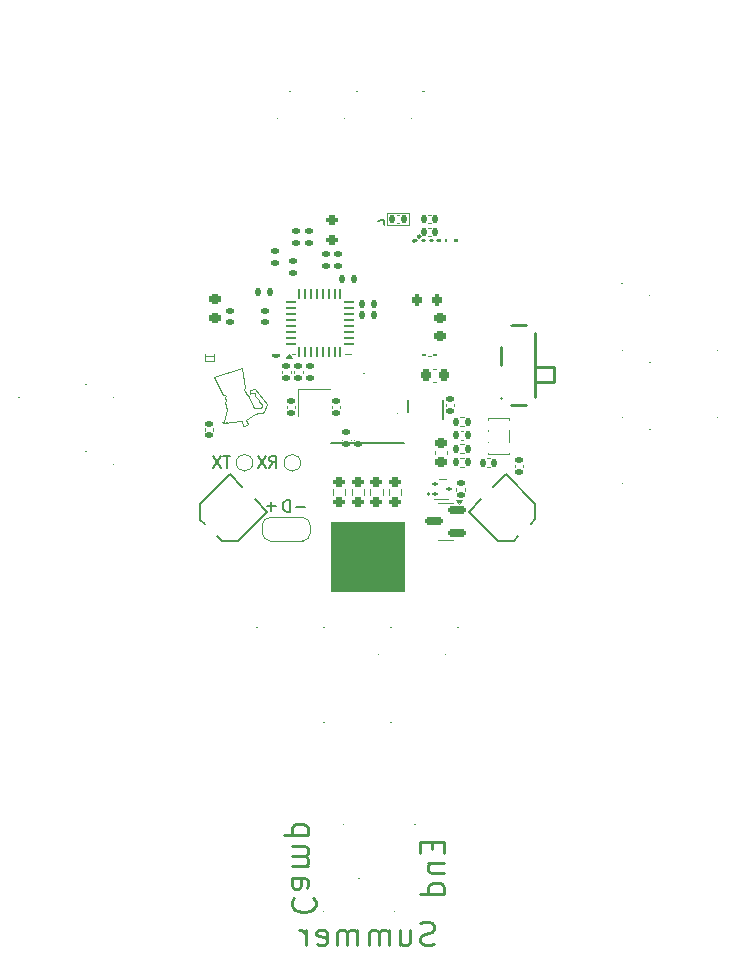
<source format=gbo>
G04 #@! TF.GenerationSoftware,KiCad,Pcbnew,9.0.3*
G04 #@! TF.CreationDate,2025-08-05T11:28:11+01:00*
G04 #@! TF.ProjectId,Badge ESC 2025,42616467-6520-4455-9343-20323032352e,rev?*
G04 #@! TF.SameCoordinates,Original*
G04 #@! TF.FileFunction,Legend,Bot*
G04 #@! TF.FilePolarity,Positive*
%FSLAX46Y46*%
G04 Gerber Fmt 4.6, Leading zero omitted, Abs format (unit mm)*
G04 Created by KiCad (PCBNEW 9.0.3) date 2025-08-05 11:28:11*
%MOMM*%
%LPD*%
G01*
G04 APERTURE LIST*
G04 Aperture macros list*
%AMRoundRect*
0 Rectangle with rounded corners*
0 $1 Rounding radius*
0 $2 $3 $4 $5 $6 $7 $8 $9 X,Y pos of 4 corners*
0 Add a 4 corners polygon primitive as box body*
4,1,4,$2,$3,$4,$5,$6,$7,$8,$9,$2,$3,0*
0 Add four circle primitives for the rounded corners*
1,1,$1+$1,$2,$3*
1,1,$1+$1,$4,$5*
1,1,$1+$1,$6,$7*
1,1,$1+$1,$8,$9*
0 Add four rect primitives between the rounded corners*
20,1,$1+$1,$2,$3,$4,$5,0*
20,1,$1+$1,$4,$5,$6,$7,0*
20,1,$1+$1,$6,$7,$8,$9,0*
20,1,$1+$1,$8,$9,$2,$3,0*%
%AMRotRect*
0 Rectangle, with rotation*
0 The origin of the aperture is its center*
0 $1 length*
0 $2 width*
0 $3 Rotation angle, in degrees counterclockwise*
0 Add horizontal line*
21,1,$1,$2,0,0,$3*%
%AMFreePoly0*
4,1,203,0.732361,0.904721,0.741803,0.900000,0.750000,0.900000,0.785355,0.885355,0.789617,0.881093,0.802361,0.874721,0.815355,0.865355,0.819617,0.861093,0.832361,0.854721,0.845355,0.845355,0.855355,0.835355,0.864721,0.822361,0.871093,0.809617,0.875355,0.805355,0.890000,0.770000,0.890000,0.761803,0.894721,0.752361,0.900000,0.730000,0.900000,0.680000,0.894721,0.657639,
0.890000,0.648197,0.890000,0.640000,0.875355,0.604645,0.871093,0.600383,0.864721,0.587639,0.855355,0.574645,0.845355,0.564645,0.832361,0.555279,0.819617,0.548907,0.815355,0.544645,0.802361,0.535279,0.789617,0.528907,0.785355,0.524645,0.750000,0.510000,0.741803,0.510000,0.732361,0.505279,0.710000,0.500000,0.636155,0.500000,0.602127,0.491493,0.590000,0.490000,
0.568113,0.490000,0.522166,0.474684,0.497735,0.458397,0.485811,0.452566,0.462166,0.444684,0.381851,0.391141,0.365355,0.374645,0.357735,0.368397,0.336055,0.353944,0.321603,0.332265,0.315355,0.324645,0.298859,0.308149,0.265315,0.257834,0.257434,0.234189,0.251603,0.222265,0.235315,0.197834,0.228042,0.176013,0.218507,0.137873,0.217434,0.134189,0.200000,0.081887,
0.200000,-0.071887,0.217434,-0.124189,0.218507,-0.127873,0.228042,-0.166013,0.235315,-0.187834,0.251603,-0.212265,0.257434,-0.224189,0.265315,-0.247834,0.278859,-0.268149,0.295355,-0.284645,0.301603,-0.292265,0.336055,-0.343944,0.357735,-0.358397,0.365355,-0.364645,0.381851,-0.381141,0.462166,-0.434684,0.485811,-0.442566,0.497735,-0.448397,0.522166,-0.464684,0.568113,-0.480000,
0.590000,-0.480000,0.602127,-0.481493,0.636155,-0.490000,0.710000,-0.490000,0.732361,-0.495279,0.741803,-0.500000,0.750000,-0.500000,0.785355,-0.514645,0.789617,-0.518907,0.802361,-0.525279,0.815355,-0.534645,0.819617,-0.538907,0.832361,-0.545279,0.845355,-0.554645,0.855355,-0.564645,0.864721,-0.577639,0.871093,-0.590383,0.875355,-0.594645,0.890000,-0.630000,0.890000,-0.638197,
0.894721,-0.647639,0.900000,-0.670000,0.900000,-0.720000,0.894721,-0.742361,0.890000,-0.751803,0.890000,-0.760000,0.875355,-0.795355,0.871093,-0.799617,0.864721,-0.812361,0.855355,-0.825355,0.845355,-0.835355,0.832361,-0.844721,0.819617,-0.851093,0.815355,-0.855355,0.802361,-0.864721,0.789617,-0.871093,0.785355,-0.875355,0.750000,-0.890000,0.741803,-0.890000,0.732361,-0.894721,
0.710000,-0.900000,0.650000,-0.900000,0.637873,-0.898507,0.603845,-0.890000,0.570000,-0.890000,0.557873,-0.888507,0.397873,-0.848507,0.387639,-0.844721,0.352549,-0.827176,0.317873,-0.818507,0.307639,-0.814721,0.267639,-0.794721,0.262265,-0.791603,0.232265,-0.771603,0.230000,-0.770000,0.191116,-0.740837,0.162265,-0.721603,0.160000,-0.720000,0.121116,-0.690837,0.092265,-0.671603,
0.084645,-0.665355,0.024645,-0.605355,0.018397,-0.597735,-0.000837,-0.568884,-0.030000,-0.530000,-0.031603,-0.527735,-0.050837,-0.498884,-0.080000,-0.460000,-0.081603,-0.457735,-0.101603,-0.427735,-0.104721,-0.422361,-0.124721,-0.382361,-0.128507,-0.372127,-0.137176,-0.337451,-0.154721,-0.302361,-0.158507,-0.292127,-0.198507,-0.132127,-0.200000,-0.120000,-0.200000,-0.086155,-0.208507,-0.052127,
-0.210000,-0.040000,-0.210000,0.050000,-0.208507,0.062127,-0.200000,0.096155,-0.200000,0.130000,-0.198507,0.142127,-0.158507,0.302127,-0.154721,0.312361,-0.137176,0.347451,-0.128507,0.382127,-0.124721,0.392361,-0.104721,0.432361,-0.101603,0.437735,-0.081603,0.467735,-0.080000,0.470000,-0.050837,0.508884,-0.031603,0.537735,-0.030000,0.540000,-0.000837,0.578884,0.018397,0.607735,
0.024645,0.615355,0.084645,0.675355,0.092265,0.681603,0.121116,0.700837,0.160000,0.730000,0.162265,0.731603,0.191116,0.750837,0.230000,0.780000,0.232265,0.781603,0.262265,0.801603,0.267639,0.804721,0.307639,0.824721,0.317873,0.828507,0.352549,0.837176,0.387639,0.854721,0.397873,0.858507,0.557873,0.898507,0.570000,0.900000,0.603845,0.900000,0.637873,0.908507,
0.650000,0.910000,0.710000,0.910000,0.732361,0.904721,0.732361,0.904721,$1*%
%AMFreePoly1*
4,1,201,-0.647873,0.908507,-0.613845,0.900000,-0.580000,0.900000,-0.567873,0.898507,-0.407873,0.858507,-0.397639,0.854721,-0.362549,0.837176,-0.327873,0.828507,-0.317639,0.824721,-0.277639,0.804721,-0.272265,0.801603,-0.242265,0.781603,-0.240000,0.780000,-0.201116,0.750837,-0.172265,0.731603,-0.170000,0.730000,-0.131116,0.700837,-0.102265,0.681603,-0.094645,0.675355,-0.034645,0.615355,
-0.028397,0.607735,-0.009163,0.578884,0.020000,0.540000,0.021603,0.537735,0.040837,0.508884,0.070000,0.470000,0.071603,0.467735,0.091603,0.437735,0.094721,0.432361,0.114721,0.392361,0.118507,0.382127,0.127176,0.347451,0.144721,0.312361,0.148507,0.302127,0.188507,0.142127,0.190000,0.130000,0.190000,0.096155,0.198507,0.062127,0.200000,0.050000,0.200000,-0.040000,
0.198507,-0.052127,0.190000,-0.086155,0.190000,-0.120000,0.188507,-0.132127,0.148507,-0.292127,0.144721,-0.302361,0.127176,-0.337451,0.118507,-0.372127,0.114721,-0.382361,0.094721,-0.422361,0.091603,-0.427735,0.071603,-0.457735,0.070000,-0.460000,0.040837,-0.498884,0.021603,-0.527735,0.020000,-0.530000,-0.009163,-0.568884,-0.028397,-0.597735,-0.034645,-0.605355,-0.094645,-0.665355,
-0.102265,-0.671603,-0.131116,-0.690837,-0.170000,-0.720000,-0.172265,-0.721603,-0.201116,-0.740837,-0.240000,-0.770000,-0.242265,-0.771603,-0.272265,-0.791603,-0.277639,-0.794721,-0.317639,-0.814721,-0.327873,-0.818507,-0.362549,-0.827176,-0.397639,-0.844721,-0.407873,-0.848507,-0.567873,-0.888507,-0.580000,-0.890000,-0.613845,-0.890000,-0.647873,-0.898507,-0.660000,-0.900000,-0.720000,-0.900000,
-0.742361,-0.894721,-0.751803,-0.890000,-0.760000,-0.890000,-0.795355,-0.875355,-0.799617,-0.871093,-0.812361,-0.864721,-0.825355,-0.855355,-0.829617,-0.851093,-0.842361,-0.844721,-0.855355,-0.835355,-0.865355,-0.825355,-0.874721,-0.812361,-0.884721,-0.792361,-0.889193,-0.773415,-0.894721,-0.762361,-0.900000,-0.740000,-0.900000,-0.731803,-0.904721,-0.722361,-0.910000,-0.700000,-0.910000,-0.690000,
-0.904721,-0.667639,-0.900000,-0.658197,-0.900000,-0.650000,-0.894721,-0.627639,-0.889193,-0.616584,-0.884721,-0.597639,-0.874721,-0.577639,-0.865355,-0.564645,-0.855355,-0.554645,-0.842361,-0.545279,-0.829617,-0.538907,-0.825355,-0.534645,-0.812361,-0.525279,-0.799617,-0.518907,-0.795355,-0.514645,-0.760000,-0.500000,-0.751803,-0.500000,-0.742361,-0.495279,-0.720000,-0.490000,-0.646155,-0.490000,
-0.612127,-0.481493,-0.600000,-0.480000,-0.578113,-0.480000,-0.532166,-0.464684,-0.507735,-0.448397,-0.495811,-0.442566,-0.472166,-0.434684,-0.391851,-0.381141,-0.375355,-0.364645,-0.367735,-0.358397,-0.346055,-0.343944,-0.311603,-0.292265,-0.305355,-0.284645,-0.288859,-0.268149,-0.255315,-0.217834,-0.238042,-0.166013,-0.228507,-0.127873,-0.227434,-0.124189,-0.210000,-0.071887,-0.210000,0.081887,
-0.227434,0.134189,-0.228507,0.137873,-0.238042,0.176013,-0.255315,0.227834,-0.308859,0.308149,-0.325355,0.324645,-0.331603,0.332265,-0.346055,0.353944,-0.367735,0.368397,-0.375355,0.374645,-0.391851,0.391141,-0.472166,0.444684,-0.495811,0.452566,-0.507735,0.458397,-0.532166,0.474684,-0.578113,0.490000,-0.600000,0.490000,-0.612127,0.491493,-0.646155,0.500000,-0.720000,0.500000,
-0.742361,0.505279,-0.751803,0.510000,-0.760000,0.510000,-0.795355,0.524645,-0.799617,0.528907,-0.812361,0.535279,-0.825355,0.544645,-0.829617,0.548907,-0.842361,0.555279,-0.855355,0.564645,-0.865355,0.574645,-0.874721,0.587639,-0.884721,0.607639,-0.889193,0.626584,-0.894721,0.637639,-0.900000,0.660000,-0.900000,0.668197,-0.904721,0.677639,-0.910000,0.700000,-0.910000,0.710000,
-0.904721,0.732361,-0.900000,0.741803,-0.900000,0.750000,-0.894721,0.772361,-0.889193,0.783415,-0.884721,0.802361,-0.874721,0.822361,-0.865355,0.835355,-0.855355,0.845355,-0.842361,0.854721,-0.829617,0.861093,-0.825355,0.865355,-0.812361,0.874721,-0.799617,0.881093,-0.795355,0.885355,-0.760000,0.900000,-0.751803,0.900000,-0.742361,0.904721,-0.720000,0.910000,-0.660000,0.910000,
-0.647873,0.908507,-0.647873,0.908507,$1*%
%AMFreePoly2*
4,1,23,0.550000,-0.750000,0.000000,-0.750000,0.000000,-0.745722,-0.065263,-0.745722,-0.191342,-0.711940,-0.304381,-0.646677,-0.396677,-0.554381,-0.461940,-0.441342,-0.495722,-0.315263,-0.495722,-0.250000,-0.500000,-0.250000,-0.500000,0.250000,-0.495722,0.250000,-0.495722,0.315263,-0.461940,0.441342,-0.396677,0.554381,-0.304381,0.646677,-0.191342,0.711940,-0.065263,0.745722,0.000000,0.745722,
0.000000,0.750000,0.550000,0.750000,0.550000,-0.750000,0.550000,-0.750000,$1*%
%AMFreePoly3*
4,1,23,0.000000,0.745722,0.065263,0.745722,0.191342,0.711940,0.304381,0.646677,0.396677,0.554381,0.461940,0.441342,0.495722,0.315263,0.495722,0.250000,0.500000,0.250000,0.500000,-0.250000,0.495722,-0.250000,0.495722,-0.315263,0.461940,-0.441342,0.396677,-0.554381,0.304381,-0.646677,0.191342,-0.711940,0.065263,-0.745722,0.000000,-0.745722,0.000000,-0.750000,-0.550000,-0.750000,
-0.550000,0.750000,0.000000,0.750000,0.000000,0.745722,0.000000,0.745722,$1*%
G04 Aperture macros list end*
%ADD10C,0.100000*%
%ADD11C,0.200000*%
%ADD12C,0.250000*%
%ADD13C,0.120000*%
%ADD14C,0.150000*%
%ADD15C,0.020000*%
%ADD16C,0.000000*%
%ADD17RoundRect,0.300000X-0.000010X0.000010X-0.000010X-0.000010X0.000010X-0.000010X0.000010X0.000010X0*%
%ADD18R,0.450000X0.450000*%
%ADD19RoundRect,0.135000X-0.135000X-0.185000X0.135000X-0.185000X0.135000X0.185000X-0.135000X0.185000X0*%
%ADD20O,9.600000X0.300000*%
%ADD21RoundRect,0.140000X0.170000X-0.140000X0.170000X0.140000X-0.170000X0.140000X-0.170000X-0.140000X0*%
%ADD22R,0.500000X0.280000*%
%ADD23R,0.280000X0.500000*%
%ADD24R,0.900000X0.800000*%
%ADD25RoundRect,0.140000X-0.140000X-0.170000X0.140000X-0.170000X0.140000X0.170000X-0.140000X0.170000X0*%
%ADD26RoundRect,0.140000X0.140000X0.170000X-0.140000X0.170000X-0.140000X-0.170000X0.140000X-0.170000X0*%
%ADD27RoundRect,0.200000X0.275000X-0.200000X0.275000X0.200000X-0.275000X0.200000X-0.275000X-0.200000X0*%
%ADD28RoundRect,0.135000X-0.185000X0.135000X-0.185000X-0.135000X0.185000X-0.135000X0.185000X0.135000X0*%
%ADD29RoundRect,0.147500X0.172500X-0.147500X0.172500X0.147500X-0.172500X0.147500X-0.172500X-0.147500X0*%
%ADD30RoundRect,0.100000X-0.125000X-0.100000X0.125000X-0.100000X0.125000X0.100000X-0.125000X0.100000X0*%
%ADD31RoundRect,0.147500X-0.147500X-0.172500X0.147500X-0.172500X0.147500X0.172500X-0.147500X0.172500X0*%
%ADD32C,1.000000*%
%ADD33RoundRect,0.140000X-0.170000X0.140000X-0.170000X-0.140000X0.170000X-0.140000X0.170000X0.140000X0*%
%ADD34RoundRect,0.135000X0.135000X0.185000X-0.135000X0.185000X-0.135000X-0.185000X0.135000X-0.185000X0*%
%ADD35O,0.300000X9.600000*%
%ADD36R,0.630000X0.220000*%
%ADD37R,0.300000X0.200000*%
%ADD38C,0.500000*%
%ADD39R,0.400000X0.600000*%
%ADD40FreePoly0,0.000000*%
%ADD41FreePoly1,0.000000*%
%ADD42RotRect,2.600000X1.100000X225.000000*%
%ADD43O,17.600000X0.600000*%
%ADD44O,0.600000X17.600000*%
%ADD45RoundRect,0.225000X-0.250000X0.225000X-0.250000X-0.225000X0.250000X-0.225000X0.250000X0.225000X0*%
%ADD46RotRect,2.600000X1.100000X45.000000*%
%ADD47RoundRect,0.200000X-0.275000X0.200000X-0.275000X-0.200000X0.275000X-0.200000X0.275000X0.200000X0*%
%ADD48RoundRect,0.150000X0.587500X0.150000X-0.587500X0.150000X-0.587500X-0.150000X0.587500X-0.150000X0*%
%ADD49R,0.600000X1.100000*%
%ADD50RoundRect,0.225000X0.225000X0.250000X-0.225000X0.250000X-0.225000X-0.250000X0.225000X-0.250000X0*%
%ADD51RotRect,2.600000X1.100000X315.000000*%
%ADD52R,1.100000X0.600000*%
%ADD53RoundRect,0.200000X-0.200000X-0.275000X0.200000X-0.275000X0.200000X0.275000X-0.200000X0.275000X0*%
%ADD54RoundRect,0.062500X-0.375000X-0.062500X0.375000X-0.062500X0.375000X0.062500X-0.375000X0.062500X0*%
%ADD55RoundRect,0.062500X-0.062500X-0.375000X0.062500X-0.375000X0.062500X0.375000X-0.062500X0.375000X0*%
%ADD56R,3.450000X3.450000*%
%ADD57C,0.900000*%
%ADD58R,1.520000X0.600000*%
%ADD59R,0.700000X1.200000*%
%ADD60FreePoly2,0.000000*%
%ADD61R,1.000000X1.500000*%
%ADD62FreePoly3,0.000000*%
%ADD63RoundRect,0.225000X0.250000X-0.225000X0.250000X0.225000X-0.250000X0.225000X-0.250000X-0.225000X0*%
%ADD64RotRect,2.600000X1.100000X135.000000*%
G04 APERTURE END LIST*
D10*
X137675000Y-82820002D02*
X139585000Y-82820002D01*
X139585000Y-83840000D01*
X137675000Y-83840000D01*
X137675000Y-82820002D01*
D11*
X132935000Y-102340000D02*
X139150000Y-102340000D01*
D10*
X125691499Y-97631522D02*
X125575660Y-97734632D01*
X125599102Y-97831017D01*
X125698588Y-97872731D01*
X125816035Y-98208759D01*
X125938315Y-98243389D01*
X126470454Y-99367945D01*
X126950281Y-99311246D01*
X126967736Y-99311162D01*
X126983993Y-99310621D01*
X126999176Y-99309573D01*
X127013276Y-99308118D01*
X127026333Y-99306235D01*
X127038407Y-99303945D01*
X127049527Y-99301246D01*
X127059737Y-99298164D01*
X127069048Y-99294722D01*
X127077507Y-99290927D01*
X127085182Y-99286804D01*
X127092061Y-99282351D01*
X127098215Y-99277611D01*
X127103683Y-99272578D01*
X127108485Y-99267255D01*
X127112663Y-99261697D01*
X127116230Y-99255896D01*
X127119298Y-99249864D01*
X127121833Y-99243629D01*
X127123881Y-99237161D01*
X127125500Y-99230530D01*
X127126735Y-99223745D01*
X127127597Y-99216833D01*
X127128151Y-99209756D01*
X127128388Y-99195267D01*
X127127801Y-99180424D01*
X127125260Y-99150205D01*
X127127300Y-99127646D01*
X127127848Y-99107587D01*
X127127054Y-99089762D01*
X127124930Y-99073976D01*
X127121625Y-99060064D01*
X127117186Y-99047821D01*
X127111663Y-99037020D01*
X127105216Y-99027509D01*
X127097878Y-99019053D01*
X127089741Y-99011477D01*
X127071402Y-98998129D01*
X127028807Y-98973278D01*
X127005861Y-98958599D01*
X126994274Y-98949996D01*
X126982722Y-98940305D01*
X126971255Y-98929328D01*
X126960003Y-98916860D01*
X126949001Y-98902689D01*
X126938403Y-98886623D01*
X126928231Y-98868497D01*
X126918580Y-98848074D01*
X126909525Y-98825184D01*
X126901193Y-98799592D01*
X126893630Y-98771167D01*
X126886914Y-98739636D01*
X126881108Y-98704861D01*
X126876371Y-98666638D01*
X126557021Y-98351066D01*
X126551612Y-98293240D01*
X126545227Y-98243105D01*
X126537506Y-98200244D01*
X126532944Y-98181469D01*
X126527895Y-98164334D01*
X126522283Y-98148865D01*
X126516066Y-98135032D01*
X126509146Y-98122704D01*
X126501515Y-98111899D01*
X126493120Y-98102576D01*
X126483855Y-98094673D01*
X126473705Y-98088169D01*
X126462603Y-98082982D01*
X126450513Y-98079068D01*
X126437357Y-98076426D01*
X126423070Y-98074962D01*
X126407673Y-98074665D01*
X126391017Y-98075466D01*
X126373124Y-98077339D01*
X126333219Y-98084148D01*
X126287593Y-98094645D01*
X126235802Y-98108540D01*
X126111904Y-98145057D01*
X126077700Y-97853176D01*
X126565793Y-97745496D01*
X127564164Y-99044868D01*
X127300644Y-99655228D01*
X127291293Y-99669002D01*
X127278988Y-99682591D01*
X127263847Y-99695789D01*
X127245970Y-99708421D01*
X127225596Y-99720320D01*
X127202820Y-99731275D01*
X127177772Y-99741134D01*
X127150657Y-99749698D01*
X127121582Y-99756786D01*
X127090713Y-99762214D01*
X127058215Y-99765830D01*
X127024186Y-99767422D01*
X126988819Y-99766810D01*
X126952258Y-99763785D01*
X126914616Y-99758266D01*
X126876086Y-99749951D01*
X126565484Y-99836799D01*
X125731062Y-100385545D01*
X125908352Y-100722739D01*
X125728764Y-100870206D01*
X125496803Y-100856467D01*
X125442008Y-100479454D01*
X124444422Y-100525984D01*
X124160207Y-100597008D01*
X124130378Y-100561607D01*
X124118040Y-100567517D01*
X124105751Y-100572888D01*
X124093490Y-100577760D01*
X124081248Y-100582124D01*
X124069043Y-100585985D01*
X124056895Y-100589373D01*
X124044786Y-100592279D01*
X124032751Y-100594700D01*
X124020741Y-100596659D01*
X124008789Y-100598152D01*
X123996922Y-100599187D01*
X123985107Y-100599777D01*
X123973363Y-100599917D01*
X123961711Y-100599610D01*
X123950127Y-100598915D01*
X123938624Y-100597762D01*
X123927221Y-100596232D01*
X123915902Y-100594238D01*
X123904686Y-100591885D01*
X123893557Y-100589105D01*
X123882550Y-100585950D01*
X123871646Y-100582396D01*
X123860866Y-100578481D01*
X123850190Y-100574198D01*
X123839644Y-100569546D01*
X123829232Y-100564530D01*
X123808777Y-100553472D01*
X123788880Y-100541068D01*
X123769590Y-100527356D01*
X123784967Y-100525673D01*
X123792388Y-100524638D01*
X123799583Y-100523437D01*
X123806587Y-100522068D01*
X123813415Y-100520567D01*
X123820048Y-100518921D01*
X123826442Y-100517090D01*
X123832651Y-100515109D01*
X123838670Y-100512999D01*
X123844448Y-100510698D01*
X123850012Y-100508228D01*
X123855362Y-100505607D01*
X123860514Y-100502823D01*
X123865436Y-100499856D01*
X123870145Y-100496735D01*
X123874596Y-100493439D01*
X123878842Y-100489965D01*
X123882859Y-100486302D01*
X123886654Y-100482491D01*
X123890180Y-100478453D01*
X123893499Y-100474263D01*
X123896534Y-100469873D01*
X123899363Y-100465305D01*
X123901947Y-100460563D01*
X123904257Y-100455609D01*
X123906344Y-100450493D01*
X123908171Y-100445153D01*
X123909733Y-100439638D01*
X123911029Y-100433909D01*
X123912111Y-100427980D01*
X123912883Y-100421873D01*
X124136065Y-99514548D01*
X124015254Y-98868258D01*
X124093801Y-98768358D01*
X123991285Y-98427464D01*
X124047287Y-98335264D01*
X124009606Y-98243469D01*
X123855279Y-98228137D01*
X123035837Y-96720057D01*
X125467991Y-95929794D01*
X125691499Y-97631522D01*
X127680000Y-85615000D02*
X128700000Y-85615000D01*
X128700000Y-87525000D01*
X127680000Y-87525000D01*
X127680000Y-85615000D01*
X132935000Y-108998000D02*
X139150000Y-108998000D01*
X139150000Y-114802873D01*
X132935000Y-114802873D01*
X132935000Y-108998000D01*
G36*
X132935000Y-108998000D02*
G01*
X139150000Y-108998000D01*
X139150000Y-114802873D01*
X132935000Y-114802873D01*
X132935000Y-108998000D01*
G37*
D11*
X127760088Y-104386719D02*
X128093421Y-103910528D01*
X128331516Y-104386719D02*
X128331516Y-103386719D01*
X128331516Y-103386719D02*
X127950564Y-103386719D01*
X127950564Y-103386719D02*
X127855326Y-103434338D01*
X127855326Y-103434338D02*
X127807707Y-103481957D01*
X127807707Y-103481957D02*
X127760088Y-103577195D01*
X127760088Y-103577195D02*
X127760088Y-103720052D01*
X127760088Y-103720052D02*
X127807707Y-103815290D01*
X127807707Y-103815290D02*
X127855326Y-103862909D01*
X127855326Y-103862909D02*
X127950564Y-103910528D01*
X127950564Y-103910528D02*
X128331516Y-103910528D01*
X127426754Y-103386719D02*
X126760088Y-104386719D01*
X126760088Y-103386719D02*
X127426754Y-104386719D01*
D12*
X129848238Y-140816479D02*
X129753000Y-140911717D01*
X129753000Y-140911717D02*
X129657761Y-141197431D01*
X129657761Y-141197431D02*
X129657761Y-141387907D01*
X129657761Y-141387907D02*
X129753000Y-141673622D01*
X129753000Y-141673622D02*
X129943476Y-141864098D01*
X129943476Y-141864098D02*
X130133952Y-141959336D01*
X130133952Y-141959336D02*
X130514904Y-142054574D01*
X130514904Y-142054574D02*
X130800619Y-142054574D01*
X130800619Y-142054574D02*
X131181571Y-141959336D01*
X131181571Y-141959336D02*
X131372047Y-141864098D01*
X131372047Y-141864098D02*
X131562523Y-141673622D01*
X131562523Y-141673622D02*
X131657761Y-141387907D01*
X131657761Y-141387907D02*
X131657761Y-141197431D01*
X131657761Y-141197431D02*
X131562523Y-140911717D01*
X131562523Y-140911717D02*
X131467285Y-140816479D01*
X129657761Y-139102193D02*
X130705380Y-139102193D01*
X130705380Y-139102193D02*
X130895857Y-139197431D01*
X130895857Y-139197431D02*
X130991095Y-139387907D01*
X130991095Y-139387907D02*
X130991095Y-139768860D01*
X130991095Y-139768860D02*
X130895857Y-139959336D01*
X129753000Y-139102193D02*
X129657761Y-139292669D01*
X129657761Y-139292669D02*
X129657761Y-139768860D01*
X129657761Y-139768860D02*
X129753000Y-139959336D01*
X129753000Y-139959336D02*
X129943476Y-140054574D01*
X129943476Y-140054574D02*
X130133952Y-140054574D01*
X130133952Y-140054574D02*
X130324428Y-139959336D01*
X130324428Y-139959336D02*
X130419666Y-139768860D01*
X130419666Y-139768860D02*
X130419666Y-139292669D01*
X130419666Y-139292669D02*
X130514904Y-139102193D01*
X129657761Y-138149812D02*
X130991095Y-138149812D01*
X130800619Y-138149812D02*
X130895857Y-138054574D01*
X130895857Y-138054574D02*
X130991095Y-137864098D01*
X130991095Y-137864098D02*
X130991095Y-137578383D01*
X130991095Y-137578383D02*
X130895857Y-137387907D01*
X130895857Y-137387907D02*
X130705380Y-137292669D01*
X130705380Y-137292669D02*
X129657761Y-137292669D01*
X130705380Y-137292669D02*
X130895857Y-137197431D01*
X130895857Y-137197431D02*
X130991095Y-137006955D01*
X130991095Y-137006955D02*
X130991095Y-136721241D01*
X130991095Y-136721241D02*
X130895857Y-136530764D01*
X130895857Y-136530764D02*
X130705380Y-136435526D01*
X130705380Y-136435526D02*
X129657761Y-136435526D01*
X130991095Y-135483145D02*
X128991095Y-135483145D01*
X130895857Y-135483145D02*
X130991095Y-135292669D01*
X130991095Y-135292669D02*
X130991095Y-134911716D01*
X130991095Y-134911716D02*
X130895857Y-134721240D01*
X130895857Y-134721240D02*
X130800619Y-134626002D01*
X130800619Y-134626002D02*
X130610142Y-134530764D01*
X130610142Y-134530764D02*
X130038714Y-134530764D01*
X130038714Y-134530764D02*
X129848238Y-134626002D01*
X129848238Y-134626002D02*
X129753000Y-134721240D01*
X129753000Y-134721240D02*
X129657761Y-134911716D01*
X129657761Y-134911716D02*
X129657761Y-135292669D01*
X129657761Y-135292669D02*
X129753000Y-135483145D01*
D11*
X137126993Y-83903409D02*
X136984136Y-83951028D01*
X136984136Y-83951028D02*
X136936517Y-83998647D01*
X136936517Y-83998647D02*
X136888898Y-84093885D01*
X136888898Y-84093885D02*
X136888898Y-84236742D01*
X136888898Y-84236742D02*
X136936517Y-84331980D01*
X136936517Y-84331980D02*
X136984136Y-84379600D01*
X136984136Y-84379600D02*
X137079374Y-84427219D01*
X137079374Y-84427219D02*
X137460326Y-84427219D01*
X137460326Y-84427219D02*
X137460326Y-83427219D01*
X137460326Y-83427219D02*
X137126993Y-83427219D01*
X137126993Y-83427219D02*
X137031755Y-83474838D01*
X137031755Y-83474838D02*
X136984136Y-83522457D01*
X136984136Y-83522457D02*
X136936517Y-83617695D01*
X136936517Y-83617695D02*
X136936517Y-83712933D01*
X136936517Y-83712933D02*
X136984136Y-83808171D01*
X136984136Y-83808171D02*
X137031755Y-83855790D01*
X137031755Y-83855790D02*
X137126993Y-83903409D01*
X137126993Y-83903409D02*
X137460326Y-83903409D01*
X136269850Y-83427219D02*
X136079374Y-83427219D01*
X136079374Y-83427219D02*
X135984136Y-83474838D01*
X135984136Y-83474838D02*
X135888898Y-83570076D01*
X135888898Y-83570076D02*
X135841279Y-83760552D01*
X135841279Y-83760552D02*
X135841279Y-84093885D01*
X135841279Y-84093885D02*
X135888898Y-84284361D01*
X135888898Y-84284361D02*
X135984136Y-84379600D01*
X135984136Y-84379600D02*
X136079374Y-84427219D01*
X136079374Y-84427219D02*
X136269850Y-84427219D01*
X136269850Y-84427219D02*
X136365088Y-84379600D01*
X136365088Y-84379600D02*
X136460326Y-84284361D01*
X136460326Y-84284361D02*
X136507945Y-84093885D01*
X136507945Y-84093885D02*
X136507945Y-83760552D01*
X136507945Y-83760552D02*
X136460326Y-83570076D01*
X136460326Y-83570076D02*
X136365088Y-83474838D01*
X136365088Y-83474838D02*
X136269850Y-83427219D01*
X135222231Y-83427219D02*
X135031755Y-83427219D01*
X135031755Y-83427219D02*
X134936517Y-83474838D01*
X134936517Y-83474838D02*
X134841279Y-83570076D01*
X134841279Y-83570076D02*
X134793660Y-83760552D01*
X134793660Y-83760552D02*
X134793660Y-84093885D01*
X134793660Y-84093885D02*
X134841279Y-84284361D01*
X134841279Y-84284361D02*
X134936517Y-84379600D01*
X134936517Y-84379600D02*
X135031755Y-84427219D01*
X135031755Y-84427219D02*
X135222231Y-84427219D01*
X135222231Y-84427219D02*
X135317469Y-84379600D01*
X135317469Y-84379600D02*
X135412707Y-84284361D01*
X135412707Y-84284361D02*
X135460326Y-84093885D01*
X135460326Y-84093885D02*
X135460326Y-83760552D01*
X135460326Y-83760552D02*
X135412707Y-83570076D01*
X135412707Y-83570076D02*
X135317469Y-83474838D01*
X135317469Y-83474838D02*
X135222231Y-83427219D01*
X134507945Y-83427219D02*
X133936517Y-83427219D01*
X134222231Y-84427219D02*
X134222231Y-83427219D01*
D12*
X141494619Y-136051377D02*
X141494619Y-136718044D01*
X142542238Y-137003758D02*
X142542238Y-136051377D01*
X142542238Y-136051377D02*
X140542238Y-136051377D01*
X140542238Y-136051377D02*
X140542238Y-137003758D01*
X141208904Y-137860901D02*
X142542238Y-137860901D01*
X141399380Y-137860901D02*
X141304142Y-137956139D01*
X141304142Y-137956139D02*
X141208904Y-138146615D01*
X141208904Y-138146615D02*
X141208904Y-138432330D01*
X141208904Y-138432330D02*
X141304142Y-138622806D01*
X141304142Y-138622806D02*
X141494619Y-138718044D01*
X141494619Y-138718044D02*
X142542238Y-138718044D01*
X142542238Y-140527568D02*
X140542238Y-140527568D01*
X142447000Y-140527568D02*
X142542238Y-140337092D01*
X142542238Y-140337092D02*
X142542238Y-139956139D01*
X142542238Y-139956139D02*
X142447000Y-139765663D01*
X142447000Y-139765663D02*
X142351761Y-139670425D01*
X142351761Y-139670425D02*
X142161285Y-139575187D01*
X142161285Y-139575187D02*
X141589857Y-139575187D01*
X141589857Y-139575187D02*
X141399380Y-139670425D01*
X141399380Y-139670425D02*
X141304142Y-139765663D01*
X141304142Y-139765663D02*
X141208904Y-139956139D01*
X141208904Y-139956139D02*
X141208904Y-140337092D01*
X141208904Y-140337092D02*
X141304142Y-140527568D01*
D11*
X128163409Y-83669673D02*
X128163409Y-84003006D01*
X128687219Y-84145863D02*
X128687219Y-83669673D01*
X128687219Y-83669673D02*
X127687219Y-83669673D01*
X127687219Y-83669673D02*
X127687219Y-84145863D01*
X128687219Y-84574435D02*
X127687219Y-84574435D01*
X127687219Y-84574435D02*
X128687219Y-85145863D01*
X128687219Y-85145863D02*
X127687219Y-85145863D01*
X129460326Y-108147219D02*
X129460326Y-107147219D01*
X129460326Y-107147219D02*
X129222231Y-107147219D01*
X129222231Y-107147219D02*
X129079374Y-107194838D01*
X129079374Y-107194838D02*
X128984136Y-107290076D01*
X128984136Y-107290076D02*
X128936517Y-107385314D01*
X128936517Y-107385314D02*
X128888898Y-107575790D01*
X128888898Y-107575790D02*
X128888898Y-107718647D01*
X128888898Y-107718647D02*
X128936517Y-107909123D01*
X128936517Y-107909123D02*
X128984136Y-108004361D01*
X128984136Y-108004361D02*
X129079374Y-108099600D01*
X129079374Y-108099600D02*
X129222231Y-108147219D01*
X129222231Y-108147219D02*
X129460326Y-108147219D01*
X124433183Y-103386719D02*
X123861755Y-103386719D01*
X124147469Y-104386719D02*
X124147469Y-103386719D01*
X123623659Y-103386719D02*
X122956993Y-104386719D01*
X122956993Y-103386719D02*
X123623659Y-104386719D01*
D12*
X141677075Y-144747000D02*
X141391361Y-144842238D01*
X141391361Y-144842238D02*
X140915170Y-144842238D01*
X140915170Y-144842238D02*
X140724694Y-144747000D01*
X140724694Y-144747000D02*
X140629456Y-144651761D01*
X140629456Y-144651761D02*
X140534218Y-144461285D01*
X140534218Y-144461285D02*
X140534218Y-144270809D01*
X140534218Y-144270809D02*
X140629456Y-144080333D01*
X140629456Y-144080333D02*
X140724694Y-143985095D01*
X140724694Y-143985095D02*
X140915170Y-143889857D01*
X140915170Y-143889857D02*
X141296123Y-143794619D01*
X141296123Y-143794619D02*
X141486599Y-143699380D01*
X141486599Y-143699380D02*
X141581837Y-143604142D01*
X141581837Y-143604142D02*
X141677075Y-143413666D01*
X141677075Y-143413666D02*
X141677075Y-143223190D01*
X141677075Y-143223190D02*
X141581837Y-143032714D01*
X141581837Y-143032714D02*
X141486599Y-142937476D01*
X141486599Y-142937476D02*
X141296123Y-142842238D01*
X141296123Y-142842238D02*
X140819932Y-142842238D01*
X140819932Y-142842238D02*
X140534218Y-142937476D01*
X138819932Y-143508904D02*
X138819932Y-144842238D01*
X139677075Y-143508904D02*
X139677075Y-144556523D01*
X139677075Y-144556523D02*
X139581837Y-144747000D01*
X139581837Y-144747000D02*
X139391361Y-144842238D01*
X139391361Y-144842238D02*
X139105646Y-144842238D01*
X139105646Y-144842238D02*
X138915170Y-144747000D01*
X138915170Y-144747000D02*
X138819932Y-144651761D01*
X137867551Y-144842238D02*
X137867551Y-143508904D01*
X137867551Y-143699380D02*
X137772313Y-143604142D01*
X137772313Y-143604142D02*
X137581837Y-143508904D01*
X137581837Y-143508904D02*
X137296122Y-143508904D01*
X137296122Y-143508904D02*
X137105646Y-143604142D01*
X137105646Y-143604142D02*
X137010408Y-143794619D01*
X137010408Y-143794619D02*
X137010408Y-144842238D01*
X137010408Y-143794619D02*
X136915170Y-143604142D01*
X136915170Y-143604142D02*
X136724694Y-143508904D01*
X136724694Y-143508904D02*
X136438980Y-143508904D01*
X136438980Y-143508904D02*
X136248503Y-143604142D01*
X136248503Y-143604142D02*
X136153265Y-143794619D01*
X136153265Y-143794619D02*
X136153265Y-144842238D01*
X135200884Y-144842238D02*
X135200884Y-143508904D01*
X135200884Y-143699380D02*
X135105646Y-143604142D01*
X135105646Y-143604142D02*
X134915170Y-143508904D01*
X134915170Y-143508904D02*
X134629455Y-143508904D01*
X134629455Y-143508904D02*
X134438979Y-143604142D01*
X134438979Y-143604142D02*
X134343741Y-143794619D01*
X134343741Y-143794619D02*
X134343741Y-144842238D01*
X134343741Y-143794619D02*
X134248503Y-143604142D01*
X134248503Y-143604142D02*
X134058027Y-143508904D01*
X134058027Y-143508904D02*
X133772313Y-143508904D01*
X133772313Y-143508904D02*
X133581836Y-143604142D01*
X133581836Y-143604142D02*
X133486598Y-143794619D01*
X133486598Y-143794619D02*
X133486598Y-144842238D01*
X131772312Y-144747000D02*
X131962788Y-144842238D01*
X131962788Y-144842238D02*
X132343741Y-144842238D01*
X132343741Y-144842238D02*
X132534217Y-144747000D01*
X132534217Y-144747000D02*
X132629455Y-144556523D01*
X132629455Y-144556523D02*
X132629455Y-143794619D01*
X132629455Y-143794619D02*
X132534217Y-143604142D01*
X132534217Y-143604142D02*
X132343741Y-143508904D01*
X132343741Y-143508904D02*
X131962788Y-143508904D01*
X131962788Y-143508904D02*
X131772312Y-143604142D01*
X131772312Y-143604142D02*
X131677074Y-143794619D01*
X131677074Y-143794619D02*
X131677074Y-143985095D01*
X131677074Y-143985095D02*
X132629455Y-144175571D01*
X130819931Y-144842238D02*
X130819931Y-143508904D01*
X130819931Y-143889857D02*
X130724693Y-143699380D01*
X130724693Y-143699380D02*
X130629455Y-143604142D01*
X130629455Y-143604142D02*
X130438979Y-143508904D01*
X130438979Y-143508904D02*
X130248502Y-143508904D01*
D11*
X130780951Y-107687266D02*
X130019047Y-107687266D01*
X128290951Y-107681266D02*
X127529047Y-107681266D01*
X127909999Y-108062219D02*
X127909999Y-107300314D01*
D10*
G04 #@! TO.C,LED25*
X142709668Y-120250000D02*
G75*
G02*
X142609668Y-120250000I-50000J0D01*
G01*
X142609668Y-120250000D02*
G75*
G02*
X142709668Y-120250000I50000J0D01*
G01*
D13*
G04 #@! TO.C,R7*
X127726359Y-87800000D02*
X128033641Y-87800000D01*
X127726359Y-88560000D02*
X128033641Y-88560000D01*
D10*
G04 #@! TO.C,LED32*
X132400000Y-142005698D02*
G75*
G02*
X132300000Y-142005698I-50000J0D01*
G01*
X132300000Y-142005698D02*
G75*
G02*
X132400000Y-142005698I50000J0D01*
G01*
D13*
G04 #@! TO.C,C31*
X148536000Y-104349836D02*
X148536000Y-104134164D01*
X149256000Y-104349836D02*
X149256000Y-104134164D01*
D10*
G04 #@! TO.C,U1*
X137880000Y-92180000D02*
X137880000Y-92430000D01*
X137880000Y-94720000D02*
X137880000Y-94490000D01*
X138510000Y-92180000D02*
X137880000Y-92180000D01*
X138510000Y-94720000D02*
X137880000Y-94720000D01*
X140160000Y-92180000D02*
X139530000Y-92180000D01*
X140160000Y-92430000D02*
X140160000Y-92180000D01*
X140160000Y-94460000D02*
X140160000Y-94720000D01*
X140160000Y-94720000D02*
X139530000Y-94720000D01*
D14*
X137629999Y-94200000D02*
G75*
G02*
X137490001Y-94200000I-69999J0D01*
G01*
X137490001Y-94200000D02*
G75*
G02*
X137629999Y-94200000I69999J0D01*
G01*
D13*
G04 #@! TO.C,C20*
X140561000Y-93129836D02*
X140561000Y-92914164D01*
X141281000Y-93129836D02*
X141281000Y-92914164D01*
D10*
G04 #@! TO.C,LED10*
X157680000Y-88775099D02*
G75*
G02*
X157580000Y-88775099I-50000J0D01*
G01*
X157580000Y-88775099D02*
G75*
G02*
X157680000Y-88775099I50000J0D01*
G01*
D13*
G04 #@! TO.C,Y1*
X130150000Y-97700000D02*
X132850000Y-97700000D01*
X130150000Y-100000000D02*
X130150000Y-97700000D01*
G04 #@! TO.C,C25*
X141192164Y-84060000D02*
X141407836Y-84060000D01*
X141192164Y-84780000D02*
X141407836Y-84780000D01*
D10*
G04 #@! TO.C,LED42*
X135780000Y-96430000D02*
G75*
G02*
X135680000Y-96430000I-50000J0D01*
G01*
X135680000Y-96430000D02*
G75*
G02*
X135780000Y-96430000I50000J0D01*
G01*
G04 #@! TO.C,LED1*
X128471079Y-74870000D02*
G75*
G02*
X128371079Y-74870000I-50000J0D01*
G01*
X128371079Y-74870000D02*
G75*
G02*
X128471079Y-74870000I50000J0D01*
G01*
G04 #@! TO.C,LED28*
X134100000Y-134638698D02*
G75*
G02*
X134000000Y-134638698I-50000J0D01*
G01*
X134000000Y-134638698D02*
G75*
G02*
X134100000Y-134638698I50000J0D01*
G01*
D13*
G04 #@! TO.C,C8*
X146183164Y-103601000D02*
X146398836Y-103601000D01*
X146183164Y-104321000D02*
X146398836Y-104321000D01*
D10*
G04 #@! TO.C,LED23*
X131409668Y-120250000D02*
G75*
G02*
X131309668Y-120250000I-50000J0D01*
G01*
X131309668Y-120250000D02*
G75*
G02*
X131409668Y-120250000I50000J0D01*
G01*
D13*
G04 #@! TO.C,C21*
X141212164Y-94240000D02*
X141427836Y-94240000D01*
X141212164Y-94960000D02*
X141427836Y-94960000D01*
D10*
G04 #@! TO.C,LED20*
X138123001Y-117930000D02*
G75*
G02*
X138023001Y-117930000I-50000J0D01*
G01*
X138023001Y-117930000D02*
G75*
G02*
X138123001Y-117930000I50000J0D01*
G01*
D13*
G04 #@! TO.C,C16*
X136207836Y-89140000D02*
X135992164Y-89140000D01*
X136207836Y-89860000D02*
X135992164Y-89860000D01*
G04 #@! TO.C,C18*
X133040000Y-99357836D02*
X133040000Y-99142164D01*
X133760000Y-99357836D02*
X133760000Y-99142164D01*
G04 #@! TO.C,R18*
X136298167Y-106697257D02*
X136298167Y-106222741D01*
X137343167Y-106697257D02*
X137343167Y-106222741D01*
D10*
G04 #@! TO.C,LED30*
X135400000Y-139150000D02*
G75*
G02*
X135300000Y-139150000I-50000J0D01*
G01*
X135300000Y-139150000D02*
G75*
G02*
X135400000Y-139150000I50000J0D01*
G01*
G04 #@! TO.C,LED18*
X165740000Y-100108432D02*
G75*
G02*
X165640000Y-100108432I-50000J0D01*
G01*
X165640000Y-100108432D02*
G75*
G02*
X165740000Y-100108432I50000J0D01*
G01*
D13*
G04 #@! TO.C,C28*
X127938000Y-94497336D02*
X127938000Y-94281664D01*
X128658000Y-94497336D02*
X128658000Y-94281664D01*
G04 #@! TO.C,R11*
X143558000Y-106085359D02*
X143558000Y-106392641D01*
X144318000Y-106085359D02*
X144318000Y-106392641D01*
D10*
G04 #@! TO.C,LED13*
X157680000Y-105775099D02*
G75*
G02*
X157580000Y-105775099I-50000J0D01*
G01*
X157580000Y-105775099D02*
G75*
G02*
X157680000Y-105775099I50000J0D01*
G01*
G04 #@! TO.C,LED27*
X132456335Y-125970000D02*
G75*
G02*
X132356335Y-125970000I-50000J0D01*
G01*
X132356335Y-125970000D02*
G75*
G02*
X132456335Y-125970000I50000J0D01*
G01*
G04 #@! TO.C,LED19*
X143789668Y-117930000D02*
G75*
G02*
X143689668Y-117930000I-50000J0D01*
G01*
X143689668Y-117930000D02*
G75*
G02*
X143789668Y-117930000I50000J0D01*
G01*
D13*
G04 #@! TO.C,Q2*
X142675000Y-105340000D02*
X142075000Y-105340000D01*
X142875000Y-107060000D02*
X141675000Y-107060000D01*
D14*
X141300000Y-106600000D02*
G75*
G02*
X141150000Y-106600000I-75000J0D01*
G01*
X141150000Y-106600000D02*
G75*
G02*
X141300000Y-106600000I75000J0D01*
G01*
D13*
G04 #@! TO.C,R21*
X143903359Y-103559000D02*
X144210641Y-103559000D01*
X143903359Y-104319000D02*
X144210641Y-104319000D01*
G04 #@! TO.C,R6*
X138340000Y-100376359D02*
X138340000Y-100683641D01*
X139100000Y-100376359D02*
X139100000Y-100683641D01*
G04 #@! TO.C,TP1*
X126350000Y-103980000D02*
G75*
G02*
X124950000Y-103980000I-700000J0D01*
G01*
X124950000Y-103980000D02*
G75*
G02*
X126350000Y-103980000I700000J0D01*
G01*
G04 #@! TO.C,C27*
X122299500Y-101064664D02*
X122299500Y-101280336D01*
X123019500Y-101064664D02*
X123019500Y-101280336D01*
G04 #@! TO.C,R14*
X141753641Y-88520000D02*
X141446359Y-88520000D01*
X141753641Y-89280000D02*
X141446359Y-89280000D01*
D10*
G04 #@! TO.C,LED7*
X129551079Y-72550000D02*
G75*
G02*
X129451079Y-72550000I-50000J0D01*
G01*
X129451079Y-72550000D02*
G75*
G02*
X129551079Y-72550000I50000J0D01*
G01*
D15*
G04 #@! TO.C,ANT2*
X122273999Y-93723500D02*
X123073999Y-93723500D01*
X122273999Y-95323500D02*
X122273999Y-93723500D01*
X123073999Y-93723500D02*
X123073999Y-95323500D01*
X123073999Y-94923500D02*
X122273999Y-94923500D01*
X123073999Y-95323500D02*
X122273999Y-95323500D01*
D10*
X122683999Y-95413500D02*
G75*
G02*
X122603999Y-95413500I-40000J0D01*
G01*
X122603999Y-95413500D02*
G75*
G02*
X122683999Y-95413500I40000J0D01*
G01*
D13*
G04 #@! TO.C,C6*
X129840000Y-96192164D02*
X129840000Y-96407836D01*
X130560000Y-96192164D02*
X130560000Y-96407836D01*
D10*
G04 #@! TO.C,LED15*
X160000000Y-95505099D02*
G75*
G02*
X159900000Y-95505099I-50000J0D01*
G01*
X159900000Y-95505099D02*
G75*
G02*
X160000000Y-95505099I50000J0D01*
G01*
D13*
G04 #@! TO.C,C17*
X144164836Y-101299667D02*
X143949164Y-101299667D01*
X144164836Y-102019667D02*
X143949164Y-102019667D01*
G04 #@! TO.C,C32*
X138522164Y-82970001D02*
X138737836Y-82970001D01*
X138522164Y-83690001D02*
X138737836Y-83690001D01*
D10*
G04 #@! TO.C,LED9*
X139804412Y-66810000D02*
G75*
G02*
X139704412Y-66810000I-50000J0D01*
G01*
X139704412Y-66810000D02*
G75*
G02*
X139804412Y-66810000I50000J0D01*
G01*
D13*
G04 #@! TO.C,R1*
X134890000Y-101756359D02*
X134890000Y-102063641D01*
X135650000Y-101756359D02*
X135650000Y-102063641D01*
D12*
G04 #@! TO.C,U5*
X139927068Y-88348488D02*
X139927068Y-85148488D01*
X139927068Y-88348488D02*
X140187068Y-88348488D01*
X140187068Y-85148488D02*
X139927068Y-85148488D01*
X140667068Y-88348488D02*
X140837068Y-88348488D01*
X140837068Y-85148488D02*
X140667068Y-85148488D01*
X141317068Y-88348488D02*
X141487068Y-88348488D01*
X141487068Y-85148488D02*
X141317068Y-85148488D01*
X141967068Y-88348488D02*
X144127068Y-88348488D01*
X144127068Y-85148488D02*
X141967068Y-85148488D01*
X144127068Y-85148488D02*
X144127068Y-86748488D01*
X144127068Y-86748488D02*
X144127068Y-88348488D01*
X140527068Y-84848488D02*
G75*
G02*
X140327068Y-84848488I-100000J0D01*
G01*
X140327068Y-84848488D02*
G75*
G02*
X140527068Y-84848488I100000J0D01*
G01*
D14*
G04 #@! TO.C,C1*
X144604578Y-84730868D02*
X147086523Y-82248923D01*
X145658167Y-85784457D02*
X144604578Y-84730868D01*
X147086523Y-82248923D02*
X148408812Y-82241852D01*
X147751203Y-87877493D02*
X146690543Y-86816833D01*
X147751203Y-87877493D02*
X150233148Y-85395548D01*
X148408812Y-82241852D02*
X148804792Y-82637832D01*
X149837168Y-83670208D02*
X150233148Y-84066188D01*
X150233148Y-84066188D02*
X150233148Y-84066188D01*
X150233148Y-85395548D02*
X150233148Y-84066188D01*
D10*
G04 #@! TO.C,LED39*
X112300000Y-103013686D02*
G75*
G02*
X112200000Y-103013686I-50000J0D01*
G01*
X112200000Y-103013686D02*
G75*
G02*
X112300000Y-103013686I50000J0D01*
G01*
G04 #@! TO.C,LED8*
X134137746Y-66810000D02*
G75*
G02*
X134037746Y-66810000I-50000J0D01*
G01*
X134037746Y-66810000D02*
G75*
G02*
X134137746Y-66810000I50000J0D01*
G01*
D13*
G04 #@! TO.C,C22*
X129240000Y-99357836D02*
X129240000Y-99142164D01*
X129960000Y-99357836D02*
X129960000Y-99142164D01*
G04 #@! TO.C,R2*
X133890000Y-101756359D02*
X133890000Y-102063641D01*
X134650000Y-101756359D02*
X134650000Y-102063641D01*
D10*
G04 #@! TO.C,LED4*
X145471079Y-74870000D02*
G75*
G02*
X145371079Y-74870000I-50000J0D01*
G01*
X145371079Y-74870000D02*
G75*
G02*
X145471079Y-74870000I50000J0D01*
G01*
D13*
G04 #@! TO.C,C24*
X127840000Y-86462164D02*
X127840000Y-86677836D01*
X128560000Y-86462164D02*
X128560000Y-86677836D01*
D10*
G04 #@! TO.C,LED21*
X132456335Y-117930000D02*
G75*
G02*
X132356335Y-117930000I-50000J0D01*
G01*
X132356335Y-117930000D02*
G75*
G02*
X132456335Y-117930000I50000J0D01*
G01*
G04 #@! TO.C,LED29*
X140100000Y-134616500D02*
G75*
G02*
X140000000Y-134616500I-50000J0D01*
G01*
X140000000Y-134616500D02*
G75*
G02*
X140100000Y-134616500I50000J0D01*
G01*
D13*
G04 #@! TO.C,R19*
X134724833Y-106697257D02*
X134724833Y-106222741D01*
X135769833Y-106697257D02*
X135769833Y-106222741D01*
G04 #@! TO.C,C7*
X129400000Y-87497836D02*
X129400000Y-87282164D01*
X130120000Y-87497836D02*
X130120000Y-87282164D01*
G04 #@! TO.C,C14*
X127040000Y-91727836D02*
X127040000Y-91512164D01*
X127760000Y-91727836D02*
X127760000Y-91512164D01*
D10*
G04 #@! TO.C,LED11*
X157680000Y-94441766D02*
G75*
G02*
X157580000Y-94441766I-50000J0D01*
G01*
X157580000Y-94441766D02*
G75*
G02*
X157680000Y-94441766I50000J0D01*
G01*
D13*
G04 #@! TO.C,R10*
X133200000Y-86646359D02*
X133200000Y-86953641D01*
X133960000Y-86646359D02*
X133960000Y-86953641D01*
G04 #@! TO.C,C26*
X141182164Y-82990000D02*
X141397836Y-82990000D01*
X141182164Y-83710000D02*
X141397836Y-83710000D01*
D10*
G04 #@! TO.C,LED5*
X140851079Y-72550000D02*
G75*
G02*
X140751079Y-72550000I-50000J0D01*
G01*
X140751079Y-72550000D02*
G75*
G02*
X140851079Y-72550000I50000J0D01*
G01*
D13*
G04 #@! TO.C,R17*
X137871500Y-106697258D02*
X137871500Y-106222742D01*
X138916500Y-106697258D02*
X138916500Y-106222742D01*
G04 #@! TO.C,C9*
X141791000Y-102960419D02*
X141791000Y-103241581D01*
X142811000Y-102960419D02*
X142811000Y-103241581D01*
D14*
G04 #@! TO.C,C4*
X121918055Y-107453249D02*
X121918055Y-108782609D01*
X121918055Y-108782609D02*
X121918055Y-108782609D01*
X122314035Y-109178589D02*
X121918055Y-108782609D01*
X123742391Y-110606945D02*
X123346411Y-110210965D01*
X124400000Y-104971304D02*
X121918055Y-107453249D01*
X124400000Y-104971304D02*
X125460660Y-106031964D01*
X125064680Y-110599874D02*
X123742391Y-110606945D01*
X126493036Y-107064340D02*
X127546625Y-108117929D01*
X127546625Y-108117929D02*
X125064680Y-110599874D01*
D10*
G04 #@! TO.C,LED14*
X160000000Y-101155099D02*
G75*
G02*
X159900000Y-101155099I-50000J0D01*
G01*
X159900000Y-101155099D02*
G75*
G02*
X160000000Y-101155099I50000J0D01*
G01*
G04 #@! TO.C,LED40*
X106580000Y-98427019D02*
G75*
G02*
X106480000Y-98427019I-50000J0D01*
G01*
X106480000Y-98427019D02*
G75*
G02*
X106580000Y-98427019I50000J0D01*
G01*
G04 #@! TO.C,LED6*
X135201079Y-72550000D02*
G75*
G02*
X135101079Y-72550000I-50000J0D01*
G01*
X135101079Y-72550000D02*
G75*
G02*
X135201079Y-72550000I50000J0D01*
G01*
G04 #@! TO.C,LED2*
X134137746Y-74870000D02*
G75*
G02*
X134037746Y-74870000I-50000J0D01*
G01*
X134037746Y-74870000D02*
G75*
G02*
X134137746Y-74870000I50000J0D01*
G01*
D13*
G04 #@! TO.C,R25*
X132527500Y-84052742D02*
X132527500Y-84527258D01*
X133572500Y-84052742D02*
X133572500Y-84527258D01*
G04 #@! TO.C,Q1*
X142662500Y-107389999D02*
X142012500Y-107390000D01*
X142662500Y-107389999D02*
X143312500Y-107390000D01*
X142662500Y-110510001D02*
X142012500Y-110510000D01*
X142662500Y-110510001D02*
X143312500Y-110510000D01*
X143825000Y-107440000D02*
X143585000Y-107110001D01*
X144065000Y-107110000D01*
X143825000Y-107440000D01*
G36*
X143825000Y-107440000D02*
G01*
X143585000Y-107110001D01*
X144065000Y-107110000D01*
X143825000Y-107440000D01*
G37*
D10*
G04 #@! TO.C,LED12*
X157680000Y-100108432D02*
G75*
G02*
X157580000Y-100108432I-50000J0D01*
G01*
X157580000Y-100108432D02*
G75*
G02*
X157680000Y-100108432I50000J0D01*
G01*
D13*
G04 #@! TO.C,R8*
X127146359Y-89120000D02*
X127453641Y-89120000D01*
X127146359Y-89880000D02*
X127453641Y-89880000D01*
D10*
G04 #@! TO.C,LED36*
X114620000Y-87093686D02*
G75*
G02*
X114520000Y-87093686I-50000J0D01*
G01*
X114520000Y-87093686D02*
G75*
G02*
X114620000Y-87093686I50000J0D01*
G01*
D14*
G04 #@! TO.C,U2*
X139451000Y-98675000D02*
X139451000Y-100305000D01*
X140491000Y-100305000D02*
X141431000Y-100305000D01*
X142471000Y-98685000D02*
X142471000Y-100305000D01*
D10*
G04 #@! TO.C,LED26*
X138123001Y-125970000D02*
G75*
G02*
X138023001Y-125970000I-50000J0D01*
G01*
X138023001Y-125970000D02*
G75*
G02*
X138123001Y-125970000I50000J0D01*
G01*
D13*
G04 #@! TO.C,C11*
X141901581Y-96079000D02*
X141620419Y-96079000D01*
X141901581Y-97099000D02*
X141620419Y-97099000D01*
G04 #@! TO.C,R9*
X132140000Y-86646359D02*
X132140000Y-86953641D01*
X132900000Y-86646359D02*
X132900000Y-86953641D01*
D10*
G04 #@! TO.C,LED37*
X112300000Y-91713686D02*
G75*
G02*
X112200000Y-91713686I-50000J0D01*
G01*
X112200000Y-91713686D02*
G75*
G02*
X112300000Y-91713686I50000J0D01*
G01*
G04 #@! TO.C,LED17*
X165740000Y-94441766D02*
G75*
G02*
X165640000Y-94441766I-50000J0D01*
G01*
X165640000Y-94441766D02*
G75*
G02*
X165740000Y-94441766I50000J0D01*
G01*
G04 #@! TO.C,LED41*
X106580000Y-92760353D02*
G75*
G02*
X106480000Y-92760353I-50000J0D01*
G01*
X106480000Y-92760353D02*
G75*
G02*
X106580000Y-92760353I50000J0D01*
G01*
D13*
G04 #@! TO.C,C23*
X136207836Y-91140000D02*
X135992164Y-91140000D01*
X136207836Y-91860000D02*
X135992164Y-91860000D01*
G04 #@! TO.C,C13*
X124080000Y-91707836D02*
X124080000Y-91492164D01*
X124800000Y-91707836D02*
X124800000Y-91492164D01*
D14*
G04 #@! TO.C,C2*
X121914177Y-84116209D02*
X122310157Y-83720229D01*
X121921248Y-85438498D02*
X121914177Y-84116209D01*
X123342533Y-82687853D02*
X123738513Y-82291873D01*
X123738513Y-82291873D02*
X123738513Y-82291873D01*
X124403193Y-87920443D02*
X121921248Y-85438498D01*
X125067873Y-82291873D02*
X123738513Y-82291873D01*
X125456782Y-86866854D02*
X124403193Y-87920443D01*
X127549818Y-84773818D02*
X125067873Y-82291873D01*
X127549818Y-84773818D02*
X126489158Y-85834478D01*
D10*
G04 #@! TO.C,LED35*
X114620000Y-92760353D02*
G75*
G02*
X114520000Y-92760353I-50000J0D01*
G01*
X114520000Y-92760353D02*
G75*
G02*
X114620000Y-92760353I50000J0D01*
G01*
G04 #@! TO.C,U4*
X146256999Y-100169000D02*
X146256999Y-100319000D01*
X146256999Y-103129000D02*
X146256999Y-103269000D01*
X146257000Y-101229000D02*
X146257000Y-101269000D01*
X146257000Y-102179000D02*
X146257000Y-102218999D01*
X148057000Y-101229000D02*
X148057000Y-102218999D01*
X148057001Y-100169000D02*
X146256999Y-100169000D01*
X148057001Y-100169000D02*
X148057001Y-100319000D01*
X148057001Y-103129000D02*
X148057001Y-103269000D01*
X148057001Y-103269000D02*
X146256999Y-103269000D01*
G04 #@! TO.C,LED22*
X126789668Y-117930000D02*
G75*
G02*
X126689668Y-117930000I-50000J0D01*
G01*
X126689668Y-117930000D02*
G75*
G02*
X126789668Y-117930000I50000J0D01*
G01*
D13*
G04 #@! TO.C,R23*
X143903359Y-102414333D02*
X144210641Y-102414333D01*
X143903359Y-103174333D02*
X144210641Y-103174333D01*
G04 #@! TO.C,R4*
X134256358Y-88020000D02*
X134563640Y-88020000D01*
X134256358Y-88780000D02*
X134563640Y-88780000D01*
G04 #@! TO.C,R13*
X140862742Y-89677500D02*
X141337258Y-89677500D01*
X140862742Y-90722500D02*
X141337258Y-90722500D01*
G04 #@! TO.C,U3*
X129410000Y-89547500D02*
X129410000Y-90022500D01*
X129410000Y-94292500D02*
X129410000Y-94527500D01*
X129885000Y-89547500D02*
X129410000Y-89547500D01*
X129885000Y-94767500D02*
X129710000Y-94767500D01*
X134155000Y-89547500D02*
X134630000Y-89547500D01*
X134155000Y-94767500D02*
X134630000Y-94767500D01*
X134630000Y-89547500D02*
X134630000Y-90022500D01*
X134630000Y-94767500D02*
X134630000Y-94292500D01*
X129650000Y-95097500D02*
X129170000Y-95097500D01*
X129410000Y-94767500D01*
X129650000Y-95097500D01*
G36*
X129650000Y-95097500D02*
G01*
X129170000Y-95097500D01*
X129410000Y-94767500D01*
X129650000Y-95097500D01*
G37*
G04 #@! TO.C,C10*
X142670000Y-98972164D02*
X142670000Y-99187836D01*
X143390000Y-98972164D02*
X143390000Y-99187836D01*
D12*
G04 #@! TO.C,SW1*
X147350000Y-94200000D02*
X147350001Y-95700000D01*
X147350000Y-98470000D02*
X147350000Y-98460000D01*
X148240001Y-92300000D02*
X149440000Y-92300000D01*
X148240001Y-99100000D02*
X149440000Y-99100000D01*
X150230000Y-95850000D02*
X151830000Y-95850000D01*
X150250000Y-92950000D02*
X150250000Y-98450000D01*
X151830000Y-95850000D02*
X151830000Y-97120001D01*
X151830000Y-97120001D02*
X150230000Y-97120001D01*
D10*
G04 #@! TO.C,LED38*
X112300000Y-97363686D02*
G75*
G02*
X112200000Y-97363686I-50000J0D01*
G01*
X112200000Y-97363686D02*
G75*
G02*
X112300000Y-97363686I50000J0D01*
G01*
D13*
G04 #@! TO.C,J2*
X127130000Y-109300000D02*
X127130000Y-109900000D01*
X127780000Y-110600000D02*
X130580000Y-110600000D01*
X130580000Y-108600000D02*
X127780000Y-108600000D01*
X131230000Y-109900000D02*
X131230000Y-109300000D01*
X127130000Y-109300000D02*
G75*
G02*
X127830000Y-108600000I699999J1D01*
G01*
X127830000Y-110600000D02*
G75*
G02*
X127130000Y-109900000I-1J699999D01*
G01*
X130530000Y-108600000D02*
G75*
G02*
X131230000Y-109300000I0J-700000D01*
G01*
X131230000Y-109900000D02*
G75*
G02*
X130530000Y-110600000I-700000J0D01*
G01*
G04 #@! TO.C,C12*
X122640000Y-91070581D02*
X122640000Y-90789419D01*
X123660000Y-91070581D02*
X123660000Y-90789419D01*
G04 #@! TO.C,TP2*
X130400000Y-103980000D02*
G75*
G02*
X129000000Y-103980000I-700000J0D01*
G01*
X129000000Y-103980000D02*
G75*
G02*
X130400000Y-103980000I700000J0D01*
G01*
G04 #@! TO.C,C19*
X141690000Y-92640581D02*
X141690000Y-92359419D01*
X142710000Y-92640581D02*
X142710000Y-92359419D01*
D10*
G04 #@! TO.C,LED34*
X114620000Y-98427019D02*
G75*
G02*
X114520000Y-98427019I-50000J0D01*
G01*
X114520000Y-98427019D02*
G75*
G02*
X114620000Y-98427019I50000J0D01*
G01*
D13*
G04 #@! TO.C,R3*
X129605000Y-84742359D02*
X129605000Y-85049641D01*
X130365000Y-84742359D02*
X130365000Y-85049641D01*
D10*
G04 #@! TO.C,LED16*
X160000000Y-89855099D02*
G75*
G02*
X159900000Y-89855099I-50000J0D01*
G01*
X159900000Y-89855099D02*
G75*
G02*
X160000000Y-89855099I50000J0D01*
G01*
G04 #@! TO.C,LED33*
X114620000Y-104093687D02*
G75*
G02*
X114520000Y-104093687I-50000J0D01*
G01*
X114520000Y-104093687D02*
G75*
G02*
X114620000Y-104093687I50000J0D01*
G01*
D13*
G04 #@! TO.C,R5*
X130720000Y-84746359D02*
X130720000Y-85053641D01*
X131480000Y-84746359D02*
X131480000Y-85053641D01*
D14*
G04 #@! TO.C,C3*
X144622507Y-108112792D02*
X145683167Y-107052132D01*
X144622507Y-108112792D02*
X147104452Y-110594737D01*
X146715543Y-106019756D02*
X147769132Y-104966167D01*
X147104452Y-110594737D02*
X148433812Y-110594737D01*
X147769132Y-104966167D02*
X150251077Y-107448112D01*
X148433812Y-110594737D02*
X148433812Y-110594737D01*
X148829792Y-110198757D02*
X148433812Y-110594737D01*
X150251077Y-107448112D02*
X150258148Y-108770401D01*
X150258148Y-108770401D02*
X149862168Y-109166381D01*
D10*
G04 #@! TO.C,LED24*
X137059668Y-120250000D02*
G75*
G02*
X136959668Y-120250000I-50000J0D01*
G01*
X136959668Y-120250000D02*
G75*
G02*
X137059668Y-120250000I50000J0D01*
G01*
D13*
G04 #@! TO.C,C5*
X128840000Y-96407836D02*
X128840000Y-96192164D01*
X129560000Y-96407836D02*
X129560000Y-96192164D01*
D10*
G04 #@! TO.C,LED3*
X139804412Y-74870000D02*
G75*
G02*
X139704412Y-74870000I-50000J0D01*
G01*
X139704412Y-74870000D02*
G75*
G02*
X139804412Y-74870000I50000J0D01*
G01*
D13*
G04 #@! TO.C,R16*
X143903359Y-100145000D02*
X144210641Y-100145000D01*
X143903359Y-100905000D02*
X144210641Y-100905000D01*
G04 #@! TO.C,R20*
X133151500Y-106697258D02*
X133151500Y-106222742D01*
X134196500Y-106697258D02*
X134196500Y-106222742D01*
D10*
G04 #@! TO.C,LED31*
X138400000Y-142005698D02*
G75*
G02*
X138300000Y-142005698I-50000J0D01*
G01*
X138300000Y-142005698D02*
G75*
G02*
X138400000Y-142005698I50000J0D01*
G01*
D13*
G04 #@! TO.C,C15*
X135992164Y-90140000D02*
X136207836Y-90140000D01*
X135992164Y-90860000D02*
X136207836Y-90860000D01*
G04 #@! TD*
%LPC*%
D16*
G36*
X126200770Y-71566642D02*
G01*
X126203115Y-71566783D01*
X126205514Y-71567038D01*
X126207972Y-71567407D01*
X126210489Y-71567896D01*
X126213056Y-71568497D01*
X126215683Y-71569215D01*
X126218366Y-71570047D01*
X126221110Y-71570996D01*
X126274223Y-71590331D01*
X126278993Y-71592241D01*
X126281220Y-71593268D01*
X126283339Y-71594348D01*
X126285358Y-71595475D01*
X126287265Y-71596647D01*
X126289073Y-71597875D01*
X126290773Y-71599148D01*
X126292369Y-71600470D01*
X126293854Y-71601844D01*
X126295240Y-71603267D01*
X126296521Y-71604736D01*
X126297689Y-71606258D01*
X126298756Y-71607827D01*
X126299714Y-71609448D01*
X126300568Y-71611115D01*
X126301317Y-71612830D01*
X126301960Y-71614600D01*
X126302492Y-71616417D01*
X126302922Y-71618285D01*
X126303246Y-71620199D01*
X126303464Y-71622166D01*
X126303576Y-71624180D01*
X126303576Y-71626246D01*
X126303469Y-71628358D01*
X126303263Y-71630527D01*
X126302947Y-71632739D01*
X126302520Y-71635007D01*
X126301990Y-71637321D01*
X126301351Y-71639682D01*
X126300605Y-71642100D01*
X126299754Y-71644563D01*
X126277163Y-71706623D01*
X126276971Y-71707177D01*
X126276806Y-71707715D01*
X126276661Y-71708250D01*
X126276540Y-71708774D01*
X126276445Y-71709281D01*
X126276373Y-71709781D01*
X126276325Y-71710268D01*
X126276298Y-71710748D01*
X126276296Y-71711212D01*
X126276318Y-71711666D01*
X126276363Y-71712106D01*
X126276435Y-71712545D01*
X126276528Y-71712964D01*
X126276647Y-71713376D01*
X126276788Y-71713773D01*
X126276952Y-71714159D01*
X126277141Y-71714538D01*
X126277355Y-71714904D01*
X126277590Y-71715258D01*
X126277850Y-71715602D01*
X126278135Y-71715934D01*
X126278445Y-71716256D01*
X126278775Y-71716569D01*
X126279130Y-71716865D01*
X126279513Y-71717154D01*
X126279914Y-71717428D01*
X126280346Y-71717693D01*
X126280799Y-71717947D01*
X126281274Y-71718188D01*
X126281774Y-71718425D01*
X126282295Y-71718645D01*
X126282843Y-71718852D01*
X126297468Y-71724174D01*
X126298024Y-71724366D01*
X126298568Y-71724532D01*
X126299096Y-71724679D01*
X126299620Y-71724798D01*
X126300130Y-71724893D01*
X126300626Y-71724965D01*
X126301114Y-71725013D01*
X126301593Y-71725035D01*
X126302055Y-71725039D01*
X126302511Y-71725012D01*
X126302953Y-71724967D01*
X126303382Y-71724897D01*
X126303802Y-71724796D01*
X126304212Y-71724679D01*
X126304612Y-71724537D01*
X126305002Y-71724363D01*
X126305375Y-71724178D01*
X126305739Y-71723963D01*
X126306094Y-71723724D01*
X126306439Y-71723463D01*
X126306771Y-71723175D01*
X126307086Y-71722866D01*
X126307399Y-71722530D01*
X126307695Y-71722173D01*
X126307983Y-71721793D01*
X126308262Y-71721387D01*
X126308525Y-71720961D01*
X126308776Y-71720502D01*
X126309019Y-71720031D01*
X126309252Y-71719529D01*
X126309472Y-71719007D01*
X126309683Y-71718461D01*
X126344857Y-71621814D01*
X126401848Y-71642557D01*
X126359280Y-71759507D01*
X126358335Y-71761971D01*
X126357338Y-71764324D01*
X126356282Y-71766570D01*
X126355172Y-71768703D01*
X126354008Y-71770723D01*
X126352784Y-71772645D01*
X126351507Y-71774452D01*
X126350176Y-71776149D01*
X126348789Y-71777737D01*
X126347343Y-71779213D01*
X126345844Y-71780581D01*
X126344287Y-71781841D01*
X126342678Y-71782996D01*
X126341010Y-71784033D01*
X126339286Y-71784966D01*
X126337507Y-71785790D01*
X126335671Y-71786498D01*
X126333780Y-71787102D01*
X126331833Y-71787594D01*
X126329825Y-71787978D01*
X126327765Y-71788252D01*
X126325646Y-71788416D01*
X126323474Y-71788470D01*
X126321245Y-71788415D01*
X126318953Y-71788252D01*
X126316611Y-71787976D01*
X126314214Y-71787592D01*
X126311754Y-71787099D01*
X126309240Y-71786497D01*
X126306666Y-71785780D01*
X126304041Y-71784958D01*
X126301357Y-71784025D01*
X126247370Y-71764377D01*
X126244934Y-71763444D01*
X126242608Y-71762460D01*
X126240389Y-71761415D01*
X126238280Y-71760324D01*
X126236274Y-71759179D01*
X126234383Y-71757975D01*
X126232598Y-71756724D01*
X126230920Y-71755414D01*
X126229349Y-71754056D01*
X126227893Y-71752640D01*
X126226538Y-71751176D01*
X126225292Y-71749655D01*
X126224154Y-71748080D01*
X126223121Y-71746457D01*
X126222201Y-71744777D01*
X126221385Y-71743043D01*
X126220675Y-71741259D01*
X126220077Y-71739421D01*
X126219584Y-71737529D01*
X126219196Y-71735588D01*
X126218918Y-71733591D01*
X126218744Y-71731541D01*
X126218684Y-71729437D01*
X126218724Y-71727283D01*
X126218870Y-71725080D01*
X126219124Y-71722815D01*
X126219487Y-71720502D01*
X126219957Y-71718135D01*
X126220527Y-71715716D01*
X126221211Y-71713249D01*
X126221999Y-71710725D01*
X126222892Y-71708151D01*
X126244823Y-71647897D01*
X126245013Y-71647347D01*
X126245182Y-71646802D01*
X126245328Y-71646269D01*
X126245447Y-71645750D01*
X126245543Y-71645244D01*
X126245616Y-71644743D01*
X126245665Y-71644257D01*
X126245689Y-71643782D01*
X126245692Y-71643314D01*
X126245669Y-71642862D01*
X126245621Y-71642419D01*
X126245547Y-71641986D01*
X126245457Y-71641568D01*
X126245342Y-71641158D01*
X126245197Y-71640761D01*
X126245030Y-71640375D01*
X126244842Y-71639998D01*
X126244625Y-71639636D01*
X126244391Y-71639282D01*
X126244128Y-71638939D01*
X126243843Y-71638608D01*
X126243534Y-71638287D01*
X126243202Y-71637979D01*
X126242845Y-71637682D01*
X126242462Y-71637396D01*
X126242062Y-71637119D01*
X126241633Y-71636853D01*
X126241181Y-71636604D01*
X126240703Y-71636360D01*
X126240202Y-71636124D01*
X126239679Y-71635906D01*
X126239131Y-71635700D01*
X126224215Y-71630267D01*
X126223663Y-71630075D01*
X126223119Y-71629909D01*
X126222589Y-71629765D01*
X126222070Y-71629645D01*
X126221555Y-71629546D01*
X126221060Y-71629477D01*
X126220572Y-71629425D01*
X126220100Y-71629401D01*
X126219632Y-71629401D01*
X126219178Y-71629423D01*
X126218738Y-71629471D01*
X126218303Y-71629541D01*
X126217889Y-71629636D01*
X126217474Y-71629749D01*
X126217081Y-71629892D01*
X126216692Y-71630057D01*
X126216315Y-71630246D01*
X126215954Y-71630464D01*
X126215599Y-71630703D01*
X126215257Y-71630962D01*
X126214925Y-71631250D01*
X126214603Y-71631557D01*
X126214296Y-71631889D01*
X126214001Y-71632247D01*
X126213712Y-71632625D01*
X126213435Y-71633028D01*
X126213174Y-71633457D01*
X126212921Y-71633909D01*
X126212675Y-71634390D01*
X126212448Y-71634886D01*
X126212225Y-71635409D01*
X126212014Y-71635957D01*
X126174981Y-71737700D01*
X126117994Y-71716957D01*
X126161219Y-71598199D01*
X126162233Y-71595543D01*
X126163303Y-71593004D01*
X126164428Y-71590584D01*
X126165607Y-71588281D01*
X126166837Y-71586094D01*
X126168128Y-71584021D01*
X126169468Y-71582066D01*
X126170867Y-71580229D01*
X126172323Y-71578507D01*
X126173831Y-71576898D01*
X126175391Y-71575413D01*
X126177010Y-71574039D01*
X126178681Y-71572784D01*
X126180410Y-71571643D01*
X126182197Y-71570620D01*
X126184036Y-71569716D01*
X126185931Y-71568926D01*
X126187886Y-71568247D01*
X126189890Y-71567689D01*
X126191955Y-71567248D01*
X126194076Y-71566924D01*
X126196248Y-71566714D01*
X126198483Y-71566618D01*
X126200770Y-71566642D01*
G37*
G36*
X126603580Y-69927909D02*
G01*
X126584787Y-69979539D01*
X126466351Y-69936428D01*
X126558512Y-70051736D01*
X126540483Y-70101267D01*
X126313745Y-70018741D01*
X126332538Y-69967113D01*
X126452464Y-70010764D01*
X126361096Y-69888656D01*
X126376847Y-69845385D01*
X126603580Y-69927909D01*
G37*
G36*
X125977461Y-71019796D02*
G01*
X125979808Y-71019934D01*
X125982205Y-71020189D01*
X125984666Y-71020561D01*
X125987179Y-71021045D01*
X125989746Y-71021648D01*
X125992371Y-71022370D01*
X125995057Y-71023201D01*
X125997798Y-71024151D01*
X126050912Y-71043480D01*
X126055682Y-71045393D01*
X126057910Y-71046421D01*
X126060029Y-71047500D01*
X126062045Y-71048627D01*
X126063957Y-71049799D01*
X126065763Y-71051030D01*
X126067463Y-71052298D01*
X126069060Y-71053622D01*
X126070544Y-71054998D01*
X126071933Y-71056416D01*
X126073207Y-71057888D01*
X126074379Y-71059410D01*
X126075450Y-71060979D01*
X126076408Y-71062597D01*
X126077259Y-71064266D01*
X126078006Y-71065983D01*
X126078650Y-71067750D01*
X126079184Y-71069572D01*
X126079615Y-71071434D01*
X126079937Y-71073351D01*
X126080153Y-71075321D01*
X126080262Y-71077331D01*
X126080264Y-71079396D01*
X126080160Y-71081514D01*
X126079952Y-71083677D01*
X126079631Y-71085892D01*
X126079212Y-71088159D01*
X126078681Y-71090475D01*
X126078042Y-71092837D01*
X126077298Y-71095249D01*
X126076445Y-71097714D01*
X126053857Y-71159774D01*
X126053665Y-71160329D01*
X126053493Y-71160873D01*
X126053352Y-71161400D01*
X126053231Y-71161924D01*
X126053135Y-71162431D01*
X126053064Y-71162931D01*
X126053017Y-71163416D01*
X126052989Y-71163894D01*
X126052988Y-71164355D01*
X126053008Y-71164812D01*
X126053057Y-71165255D01*
X126053128Y-71165683D01*
X126053221Y-71166105D01*
X126053339Y-71166512D01*
X126053482Y-71166912D01*
X126053650Y-71167300D01*
X126053835Y-71167676D01*
X126054050Y-71168036D01*
X126054289Y-71168392D01*
X126054552Y-71168736D01*
X126054834Y-71169063D01*
X126055144Y-71169385D01*
X126055475Y-71169696D01*
X126055833Y-71169990D01*
X126056216Y-71170276D01*
X126056618Y-71170552D01*
X126057044Y-71170818D01*
X126057498Y-71171074D01*
X126057977Y-71171310D01*
X126058477Y-71171547D01*
X126058996Y-71171768D01*
X126059545Y-71171972D01*
X126074170Y-71177302D01*
X126074726Y-71177491D01*
X126075269Y-71177660D01*
X126075797Y-71177799D01*
X126076319Y-71177922D01*
X126076830Y-71178018D01*
X126077328Y-71178092D01*
X126077815Y-71178141D01*
X126078290Y-71178165D01*
X126078754Y-71178166D01*
X126079212Y-71178146D01*
X126079647Y-71178095D01*
X126080081Y-71178026D01*
X126080499Y-71177932D01*
X126080912Y-71177816D01*
X126081309Y-71177674D01*
X126081695Y-71177507D01*
X126082071Y-71177318D01*
X126082431Y-71177105D01*
X126082787Y-71176867D01*
X126083130Y-71176605D01*
X126083463Y-71176320D01*
X126083780Y-71176012D01*
X126084092Y-71175676D01*
X126084388Y-71175319D01*
X126084677Y-71174942D01*
X126084952Y-71174535D01*
X126085215Y-71174110D01*
X126085470Y-71173657D01*
X126085711Y-71173181D01*
X126085943Y-71172681D01*
X126086163Y-71172156D01*
X126086372Y-71171608D01*
X126121556Y-71074938D01*
X126178548Y-71095676D01*
X126135981Y-71212628D01*
X126135037Y-71215095D01*
X126134040Y-71217450D01*
X126132981Y-71219689D01*
X126131875Y-71221826D01*
X126130709Y-71223848D01*
X126129483Y-71225766D01*
X126128210Y-71227574D01*
X126126880Y-71229271D01*
X126125487Y-71230859D01*
X126124047Y-71232338D01*
X126122546Y-71233711D01*
X126120991Y-71234965D01*
X126119377Y-71236119D01*
X126117712Y-71237156D01*
X126115984Y-71238088D01*
X126114210Y-71238908D01*
X126112370Y-71239622D01*
X126110480Y-71240222D01*
X126108532Y-71240714D01*
X126106527Y-71241104D01*
X126104466Y-71241374D01*
X126102348Y-71241539D01*
X126100174Y-71241592D01*
X126097942Y-71241539D01*
X126095655Y-71241373D01*
X126093312Y-71241100D01*
X126090914Y-71240715D01*
X126088457Y-71240220D01*
X126085942Y-71239619D01*
X126083371Y-71238904D01*
X126080742Y-71238081D01*
X126078059Y-71237148D01*
X126024069Y-71217499D01*
X126021635Y-71216567D01*
X126019309Y-71215578D01*
X126017091Y-71214539D01*
X126014978Y-71213447D01*
X126012976Y-71212301D01*
X126011085Y-71211103D01*
X126009299Y-71209847D01*
X126007622Y-71208541D01*
X126006051Y-71207184D01*
X126004592Y-71205770D01*
X126003238Y-71204308D01*
X126001991Y-71202786D01*
X126000851Y-71201214D01*
X125999817Y-71199593D01*
X125998898Y-71197910D01*
X125998082Y-71196183D01*
X125997372Y-71194398D01*
X125996770Y-71192560D01*
X125996277Y-71190673D01*
X125995889Y-71188728D01*
X125995611Y-71186733D01*
X125995435Y-71184684D01*
X125995373Y-71182585D01*
X125995414Y-71180431D01*
X125995565Y-71178227D01*
X125995817Y-71175966D01*
X125996178Y-71173651D01*
X125996645Y-71171287D01*
X125997219Y-71168868D01*
X125997904Y-71166399D01*
X125998690Y-71163876D01*
X125999584Y-71161304D01*
X126021526Y-71101020D01*
X126021716Y-71100467D01*
X126021886Y-71099924D01*
X126022027Y-71099393D01*
X126022149Y-71098871D01*
X126022242Y-71098362D01*
X126022318Y-71097868D01*
X126022364Y-71097380D01*
X126022388Y-71096902D01*
X126022392Y-71096438D01*
X126022368Y-71095984D01*
X126022321Y-71095542D01*
X126022251Y-71095108D01*
X126022156Y-71094692D01*
X126022040Y-71094281D01*
X126021901Y-71093886D01*
X126021730Y-71093498D01*
X126021540Y-71093124D01*
X126021329Y-71092760D01*
X126021091Y-71092405D01*
X126020829Y-71092062D01*
X126020546Y-71091731D01*
X126020235Y-71091412D01*
X126019903Y-71091103D01*
X126019547Y-71090803D01*
X126019166Y-71090520D01*
X126018761Y-71090240D01*
X126018333Y-71089976D01*
X126017882Y-71089724D01*
X126017405Y-71089481D01*
X126016903Y-71089250D01*
X126016383Y-71089028D01*
X126015834Y-71088820D01*
X126000918Y-71083392D01*
X126000362Y-71083198D01*
X125999819Y-71083031D01*
X125999287Y-71082888D01*
X125998771Y-71082768D01*
X125998256Y-71082671D01*
X125997762Y-71082600D01*
X125997275Y-71082548D01*
X125996803Y-71082527D01*
X125996334Y-71082526D01*
X125995881Y-71082545D01*
X125995438Y-71082590D01*
X125995007Y-71082664D01*
X125994588Y-71082755D01*
X125994175Y-71082877D01*
X125993782Y-71083019D01*
X125993393Y-71083182D01*
X125993017Y-71083371D01*
X125992652Y-71083586D01*
X125992299Y-71083822D01*
X125991958Y-71084082D01*
X125991626Y-71084370D01*
X125991307Y-71084680D01*
X125990999Y-71085011D01*
X125990702Y-71085370D01*
X125990414Y-71085748D01*
X125990137Y-71086155D01*
X125989872Y-71086584D01*
X125989622Y-71087031D01*
X125989379Y-71087511D01*
X125989148Y-71088009D01*
X125988926Y-71088532D01*
X125988715Y-71089081D01*
X125951686Y-71190825D01*
X125894694Y-71170080D01*
X125937909Y-71051351D01*
X125938924Y-71048696D01*
X125939991Y-71046159D01*
X125941115Y-71043737D01*
X125942297Y-71041434D01*
X125943528Y-71039246D01*
X125944815Y-71037175D01*
X125946156Y-71035218D01*
X125947560Y-71033382D01*
X125949011Y-71031660D01*
X125950520Y-71030052D01*
X125952079Y-71028566D01*
X125953698Y-71027194D01*
X125955375Y-71025937D01*
X125957100Y-71024797D01*
X125958888Y-71023776D01*
X125960729Y-71022868D01*
X125962623Y-71022079D01*
X125964573Y-71021403D01*
X125966585Y-71020842D01*
X125968644Y-71020401D01*
X125970763Y-71020075D01*
X125972939Y-71019866D01*
X125975173Y-71019774D01*
X125977461Y-71019796D01*
G37*
G36*
X125743232Y-71589694D02*
G01*
X125743746Y-71590054D01*
X125744280Y-71590405D01*
X125744844Y-71590758D01*
X125745446Y-71591113D01*
X125746096Y-71591480D01*
X125746800Y-71591852D01*
X125747566Y-71592235D01*
X125748405Y-71592630D01*
X125749324Y-71593045D01*
X125750331Y-71593479D01*
X125751436Y-71593934D01*
X125752646Y-71594411D01*
X125753969Y-71594915D01*
X125755413Y-71595450D01*
X125822545Y-71619882D01*
X125825783Y-71621164D01*
X125828786Y-71622571D01*
X125831553Y-71624107D01*
X125834085Y-71625774D01*
X125835265Y-71626657D01*
X125836382Y-71627578D01*
X125837440Y-71628531D01*
X125838441Y-71629518D01*
X125839375Y-71630544D01*
X125840259Y-71631602D01*
X125841075Y-71632702D01*
X125841834Y-71633835D01*
X125842531Y-71635007D01*
X125843170Y-71636216D01*
X125843746Y-71637465D01*
X125844265Y-71638752D01*
X125844722Y-71640077D01*
X125845116Y-71641443D01*
X125845453Y-71642849D01*
X125845730Y-71644293D01*
X125845941Y-71645784D01*
X125846096Y-71647312D01*
X125846182Y-71648884D01*
X125846210Y-71650497D01*
X125846091Y-71653856D01*
X125845717Y-71657387D01*
X125846583Y-71655955D01*
X125847483Y-71654591D01*
X125848414Y-71653293D01*
X125849380Y-71652069D01*
X125850379Y-71650903D01*
X125851412Y-71649810D01*
X125852476Y-71648785D01*
X125853571Y-71647826D01*
X125854702Y-71646937D01*
X125855866Y-71646114D01*
X125857063Y-71645358D01*
X125858296Y-71644670D01*
X125859561Y-71644048D01*
X125860858Y-71643498D01*
X125862189Y-71643012D01*
X125863555Y-71642595D01*
X125864958Y-71642243D01*
X125866390Y-71641964D01*
X125867855Y-71641748D01*
X125869353Y-71641604D01*
X125870889Y-71641525D01*
X125872458Y-71641513D01*
X125874060Y-71641570D01*
X125875698Y-71641694D01*
X125877371Y-71641887D01*
X125879075Y-71642149D01*
X125880815Y-71642476D01*
X125882590Y-71642875D01*
X125884400Y-71643339D01*
X125886244Y-71643871D01*
X125888123Y-71644476D01*
X125890034Y-71645139D01*
X125925842Y-71658172D01*
X125930929Y-71660206D01*
X125933300Y-71661294D01*
X125935567Y-71662440D01*
X125937710Y-71663632D01*
X125939747Y-71664875D01*
X125941670Y-71666166D01*
X125943484Y-71667505D01*
X125945178Y-71668898D01*
X125946764Y-71670339D01*
X125948233Y-71671833D01*
X125949596Y-71673373D01*
X125950840Y-71674965D01*
X125951975Y-71676607D01*
X125952998Y-71678299D01*
X125953906Y-71680038D01*
X125954703Y-71681837D01*
X125955387Y-71683679D01*
X125955964Y-71685572D01*
X125956417Y-71687513D01*
X125956771Y-71689502D01*
X125957006Y-71691555D01*
X125957132Y-71693646D01*
X125957141Y-71695789D01*
X125957043Y-71697983D01*
X125956835Y-71700229D01*
X125956511Y-71702525D01*
X125956074Y-71704869D01*
X125955532Y-71707270D01*
X125954871Y-71709713D01*
X125954102Y-71712214D01*
X125953221Y-71714760D01*
X125908808Y-71836781D01*
X125819594Y-71804311D01*
X125682073Y-71754254D01*
X125682645Y-71752683D01*
X125838385Y-71752683D01*
X125872127Y-71764963D01*
X125891013Y-71713072D01*
X125891203Y-71712516D01*
X125891372Y-71711974D01*
X125891516Y-71711443D01*
X125891636Y-71710923D01*
X125891732Y-71710412D01*
X125891801Y-71709915D01*
X125891848Y-71709428D01*
X125891877Y-71708953D01*
X125891872Y-71708486D01*
X125891849Y-71708029D01*
X125891801Y-71707593D01*
X125891732Y-71707157D01*
X125891635Y-71706736D01*
X125891515Y-71706327D01*
X125891370Y-71705930D01*
X125891206Y-71705544D01*
X125891012Y-71705166D01*
X125890800Y-71704801D01*
X125890560Y-71704448D01*
X125890300Y-71704107D01*
X125890013Y-71703773D01*
X125889703Y-71703453D01*
X125889369Y-71703141D01*
X125889009Y-71702845D01*
X125888628Y-71702560D01*
X125888224Y-71702281D01*
X125887796Y-71702020D01*
X125887342Y-71701765D01*
X125886867Y-71701520D01*
X125886367Y-71701289D01*
X125885843Y-71701069D01*
X125885294Y-71700860D01*
X125869500Y-71695113D01*
X125868948Y-71694918D01*
X125868407Y-71694751D01*
X125867871Y-71694606D01*
X125867353Y-71694487D01*
X125866842Y-71694388D01*
X125866344Y-71694317D01*
X125865856Y-71694269D01*
X125865380Y-71694244D01*
X125864913Y-71694241D01*
X125864459Y-71694266D01*
X125864015Y-71694312D01*
X125863584Y-71694380D01*
X125863161Y-71694476D01*
X125862750Y-71694590D01*
X125862355Y-71694734D01*
X125861965Y-71694902D01*
X125861587Y-71695086D01*
X125861222Y-71695302D01*
X125860865Y-71695536D01*
X125860521Y-71695799D01*
X125860190Y-71696086D01*
X125859870Y-71696393D01*
X125859559Y-71696724D01*
X125859262Y-71697079D01*
X125858974Y-71697461D01*
X125858695Y-71697862D01*
X125858433Y-71698295D01*
X125858175Y-71698742D01*
X125857935Y-71699222D01*
X125857701Y-71699720D01*
X125857484Y-71700245D01*
X125857273Y-71700788D01*
X125838385Y-71752683D01*
X125682645Y-71752683D01*
X125700862Y-71702629D01*
X125790370Y-71735206D01*
X125809257Y-71683312D01*
X125809446Y-71682762D01*
X125809615Y-71682219D01*
X125809760Y-71681685D01*
X125809882Y-71681167D01*
X125809977Y-71680655D01*
X125810047Y-71680159D01*
X125810097Y-71679672D01*
X125810124Y-71679196D01*
X125810123Y-71678728D01*
X125810097Y-71678276D01*
X125810057Y-71677835D01*
X125809984Y-71677406D01*
X125809891Y-71676986D01*
X125809774Y-71676576D01*
X125809632Y-71676179D01*
X125809462Y-71675792D01*
X125809274Y-71675415D01*
X125809062Y-71675050D01*
X125808823Y-71674696D01*
X125808563Y-71674354D01*
X125808276Y-71674025D01*
X125807968Y-71673702D01*
X125807635Y-71673392D01*
X125807279Y-71673098D01*
X125806898Y-71672811D01*
X125806495Y-71672536D01*
X125806067Y-71672271D01*
X125805614Y-71672016D01*
X125805137Y-71671773D01*
X125804636Y-71671545D01*
X125804115Y-71671323D01*
X125803569Y-71671113D01*
X125734926Y-71646132D01*
X125732904Y-71645361D01*
X125731086Y-71644608D01*
X125729458Y-71643865D01*
X125727999Y-71643132D01*
X125726698Y-71642406D01*
X125725531Y-71641692D01*
X125724492Y-71640981D01*
X125723557Y-71640278D01*
X125742230Y-71588967D01*
X125743232Y-71589694D01*
G37*
G36*
X126270639Y-70842661D02*
G01*
X126244359Y-70914858D01*
X126080770Y-70899268D01*
X126215686Y-70993647D01*
X126189513Y-71065553D01*
X125962775Y-70983029D01*
X125982216Y-70929622D01*
X126097972Y-70971755D01*
X125994058Y-70897076D01*
X126013065Y-70844866D01*
X126140540Y-70854801D01*
X126024784Y-70812669D01*
X126043906Y-70760137D01*
X126270639Y-70842661D01*
G37*
G36*
X126462627Y-70315181D02*
G01*
X126443832Y-70366816D01*
X126217097Y-70284289D01*
X126235888Y-70232658D01*
X126462627Y-70315181D01*
G37*
G36*
X141932334Y-131241303D02*
G01*
X141932334Y-131880513D01*
X141292654Y-131880513D01*
X141292654Y-131241302D01*
X141932334Y-131241303D01*
G37*
G36*
X142572014Y-131880513D02*
G01*
X141932334Y-131880513D01*
X141932334Y-131241303D01*
X142572014Y-131241303D01*
X142572014Y-131880513D01*
G37*
G36*
X126298973Y-70764811D02*
G01*
X126280190Y-70816410D01*
X126053462Y-70733885D01*
X126072237Y-70682285D01*
X126298973Y-70764811D01*
G37*
G36*
X125826410Y-71885849D02*
G01*
X125845307Y-71833927D01*
X125902298Y-71854672D01*
X125845828Y-72009821D01*
X125788841Y-71989079D01*
X125807736Y-71937158D01*
X125637990Y-71875373D01*
X125656664Y-71824066D01*
X125826410Y-71885849D01*
G37*
G36*
X126524444Y-71305715D02*
G01*
X126505666Y-71357316D01*
X126278929Y-71274793D01*
X126297711Y-71223189D01*
X126524444Y-71305715D01*
G37*
G36*
X126132786Y-71751558D02*
G01*
X126134952Y-71751762D01*
X126137166Y-71752077D01*
X126139433Y-71752499D01*
X126141749Y-71753028D01*
X126144114Y-71753666D01*
X126148992Y-71755264D01*
X126294585Y-71808254D01*
X126299565Y-71810242D01*
X126301890Y-71811315D01*
X126304099Y-71812431D01*
X126306205Y-71813603D01*
X126308197Y-71814820D01*
X126310078Y-71816081D01*
X126311847Y-71817402D01*
X126313508Y-71818765D01*
X126315055Y-71820181D01*
X126316495Y-71821649D01*
X126317821Y-71823162D01*
X126319043Y-71824730D01*
X126320146Y-71826347D01*
X126321144Y-71828015D01*
X126322029Y-71829732D01*
X126322800Y-71831502D01*
X126323465Y-71833322D01*
X126324017Y-71835193D01*
X126324464Y-71837116D01*
X126324793Y-71839089D01*
X126325018Y-71841114D01*
X126325131Y-71843190D01*
X126325132Y-71845314D01*
X126325020Y-71847498D01*
X126324801Y-71849733D01*
X126324472Y-71852018D01*
X126324031Y-71854350D01*
X126323479Y-71856742D01*
X126322820Y-71859182D01*
X126322049Y-71861675D01*
X126321166Y-71864220D01*
X126291303Y-71946269D01*
X126290351Y-71948761D01*
X126289345Y-71951145D01*
X126288292Y-71953421D01*
X126287185Y-71955585D01*
X126286024Y-71957646D01*
X126284811Y-71959595D01*
X126283551Y-71961437D01*
X126282234Y-71963174D01*
X126280866Y-71964797D01*
X126279445Y-71966317D01*
X126277975Y-71967724D01*
X126276449Y-71969020D01*
X126274874Y-71970214D01*
X126273247Y-71971296D01*
X126271569Y-71972272D01*
X126269833Y-71973130D01*
X126268046Y-71973885D01*
X126266210Y-71974529D01*
X126264318Y-71975065D01*
X126262379Y-71975498D01*
X126260384Y-71975813D01*
X126258338Y-71976019D01*
X126256237Y-71976119D01*
X126254086Y-71976107D01*
X126251878Y-71975984D01*
X126249619Y-71975753D01*
X126247310Y-71975412D01*
X126244946Y-71974962D01*
X126242529Y-71974402D01*
X126240061Y-71973728D01*
X126237542Y-71972948D01*
X126234966Y-71972056D01*
X126210491Y-71963148D01*
X126089371Y-71919065D01*
X126086936Y-71918135D01*
X126084610Y-71917150D01*
X126082388Y-71916114D01*
X126080278Y-71915026D01*
X126078275Y-71913888D01*
X126076378Y-71912696D01*
X126074589Y-71911455D01*
X126072908Y-71910163D01*
X126071331Y-71908817D01*
X126069864Y-71907421D01*
X126068501Y-71905971D01*
X126067251Y-71904474D01*
X126066103Y-71902925D01*
X126065065Y-71901321D01*
X126064132Y-71899666D01*
X126063307Y-71897960D01*
X126062590Y-71896205D01*
X126061975Y-71894397D01*
X126061471Y-71892540D01*
X126061071Y-71890630D01*
X126060782Y-71888672D01*
X126060593Y-71886658D01*
X126060514Y-71884596D01*
X126060543Y-71882481D01*
X126060672Y-71880319D01*
X126060912Y-71878103D01*
X126061259Y-71875836D01*
X126061707Y-71873520D01*
X126062264Y-71871151D01*
X126062881Y-71868912D01*
X126127860Y-71868912D01*
X126127860Y-71869375D01*
X126127883Y-71869827D01*
X126127926Y-71870270D01*
X126128000Y-71870700D01*
X126128093Y-71871122D01*
X126128216Y-71871535D01*
X126128353Y-71871927D01*
X126128517Y-71872314D01*
X126128710Y-71872692D01*
X126128920Y-71873055D01*
X126129160Y-71873408D01*
X126129423Y-71873750D01*
X126129707Y-71874084D01*
X126130014Y-71874402D01*
X126130349Y-71874712D01*
X126130705Y-71875009D01*
X126131084Y-71875296D01*
X126131487Y-71875572D01*
X126131915Y-71875834D01*
X126132369Y-71876091D01*
X126132844Y-71876328D01*
X126133345Y-71876562D01*
X126133871Y-71876783D01*
X126134416Y-71876994D01*
X126229282Y-71911522D01*
X126229834Y-71911713D01*
X126230378Y-71911880D01*
X126230910Y-71912023D01*
X126231429Y-71912146D01*
X126231939Y-71912241D01*
X126232440Y-71912311D01*
X126232926Y-71912366D01*
X126233399Y-71912387D01*
X126233863Y-71912387D01*
X126234319Y-71912367D01*
X126234764Y-71912320D01*
X126235196Y-71912246D01*
X126235609Y-71912156D01*
X126236022Y-71912035D01*
X126236417Y-71911893D01*
X126236805Y-71911729D01*
X126237182Y-71911538D01*
X126237544Y-71911324D01*
X126237900Y-71911085D01*
X126238238Y-71910826D01*
X126238572Y-71910542D01*
X126238889Y-71910234D01*
X126239200Y-71909900D01*
X126239500Y-71909544D01*
X126239787Y-71909164D01*
X126240062Y-71908758D01*
X126240325Y-71908329D01*
X126240578Y-71907874D01*
X126240820Y-71907402D01*
X126241053Y-71906903D01*
X126241272Y-71906378D01*
X126241484Y-71905833D01*
X126257127Y-71862853D01*
X126257319Y-71862301D01*
X126257486Y-71861758D01*
X126257627Y-71861229D01*
X126257748Y-71860707D01*
X126257845Y-71860200D01*
X126257918Y-71859699D01*
X126257965Y-71859213D01*
X126257992Y-71858739D01*
X126257993Y-71858271D01*
X126257970Y-71857820D01*
X126257925Y-71857373D01*
X126257851Y-71856945D01*
X126257760Y-71856524D01*
X126257641Y-71856118D01*
X126257495Y-71855717D01*
X126257330Y-71855333D01*
X126257142Y-71854956D01*
X126256929Y-71854592D01*
X126256692Y-71854235D01*
X126256431Y-71853899D01*
X126256149Y-71853567D01*
X126255839Y-71853246D01*
X126255505Y-71852937D01*
X126255147Y-71852639D01*
X126254765Y-71852355D01*
X126254364Y-71852075D01*
X126253936Y-71851811D01*
X126253480Y-71851558D01*
X126253008Y-71851313D01*
X126252506Y-71851084D01*
X126251983Y-71850867D01*
X126251434Y-71850655D01*
X126156567Y-71816127D01*
X126156015Y-71815935D01*
X126155472Y-71815769D01*
X126154941Y-71815622D01*
X126154421Y-71815504D01*
X126153910Y-71815407D01*
X126153413Y-71815334D01*
X126152924Y-71815285D01*
X126152454Y-71815259D01*
X126151984Y-71815254D01*
X126151533Y-71815279D01*
X126151090Y-71815331D01*
X126150660Y-71815397D01*
X126150238Y-71815495D01*
X126149830Y-71815609D01*
X126149433Y-71815753D01*
X126149046Y-71815920D01*
X126148669Y-71816110D01*
X126148304Y-71816319D01*
X126147947Y-71816559D01*
X126147610Y-71816820D01*
X126147280Y-71817104D01*
X126146960Y-71817415D01*
X126146649Y-71817749D01*
X126146353Y-71818105D01*
X126146063Y-71818485D01*
X126145792Y-71818890D01*
X126145526Y-71819317D01*
X126145271Y-71819774D01*
X126145031Y-71820245D01*
X126144798Y-71820743D01*
X126144578Y-71821270D01*
X126144369Y-71821817D01*
X126128727Y-71864790D01*
X126128534Y-71865345D01*
X126128366Y-71865889D01*
X126128224Y-71866418D01*
X126128102Y-71866940D01*
X126128006Y-71867450D01*
X126127933Y-71867945D01*
X126127883Y-71868433D01*
X126127860Y-71868912D01*
X126062881Y-71868912D01*
X126062929Y-71868736D01*
X126063691Y-71866265D01*
X126064570Y-71863745D01*
X126094433Y-71781697D01*
X126096399Y-71776772D01*
X126097453Y-71774471D01*
X126098554Y-71772288D01*
X126099706Y-71770207D01*
X126100900Y-71768236D01*
X126102145Y-71766380D01*
X126103436Y-71764626D01*
X126104776Y-71762990D01*
X126106164Y-71761457D01*
X126107599Y-71760034D01*
X126109082Y-71758724D01*
X126110614Y-71757520D01*
X126112196Y-71756425D01*
X126113823Y-71755439D01*
X126115500Y-71754560D01*
X126117224Y-71753792D01*
X126119000Y-71753131D01*
X126120825Y-71752582D01*
X126122694Y-71752144D01*
X126124615Y-71751809D01*
X126126584Y-71751582D01*
X126128601Y-71751465D01*
X126130671Y-71751456D01*
X126132786Y-71751558D01*
G37*
G36*
X126231782Y-70321051D02*
G01*
X126234127Y-70321193D01*
X126236529Y-70321449D01*
X126238981Y-70321816D01*
X126241494Y-70322310D01*
X126244064Y-70322909D01*
X126246695Y-70323626D01*
X126249376Y-70324460D01*
X126252119Y-70325411D01*
X126305236Y-70344741D01*
X126310004Y-70346654D01*
X126312228Y-70347684D01*
X126314349Y-70348763D01*
X126316365Y-70349888D01*
X126318278Y-70351062D01*
X126320083Y-70352288D01*
X126321784Y-70353560D01*
X126323375Y-70354883D01*
X126324866Y-70356256D01*
X126326253Y-70357679D01*
X126327526Y-70359147D01*
X126328703Y-70360669D01*
X126329764Y-70362240D01*
X126330724Y-70363859D01*
X126331583Y-70365525D01*
X126332326Y-70367245D01*
X126332968Y-70369015D01*
X126333504Y-70370832D01*
X126333936Y-70372697D01*
X126334259Y-70374610D01*
X126334471Y-70376580D01*
X126334583Y-70378595D01*
X126334586Y-70380656D01*
X126334482Y-70382775D01*
X126334271Y-70384937D01*
X126333953Y-70387155D01*
X126333530Y-70389416D01*
X126333001Y-70391732D01*
X126332361Y-70394094D01*
X126331619Y-70396514D01*
X126330764Y-70398976D01*
X126308175Y-70461036D01*
X126307987Y-70461588D01*
X126307815Y-70462133D01*
X126307671Y-70462667D01*
X126307551Y-70463184D01*
X126307457Y-70463694D01*
X126307381Y-70464190D01*
X126307338Y-70464677D01*
X126307310Y-70465158D01*
X126307311Y-70465619D01*
X126307331Y-70466071D01*
X126307379Y-70466513D01*
X126307447Y-70466946D01*
X126307545Y-70467367D01*
X126307662Y-70467775D01*
X126307802Y-70468171D01*
X126307967Y-70468562D01*
X126308157Y-70468933D01*
X126308372Y-70469298D01*
X126308609Y-70469652D01*
X126308875Y-70469997D01*
X126309157Y-70470327D01*
X126309464Y-70470644D01*
X126309795Y-70470953D01*
X126310153Y-70471255D01*
X126310535Y-70471540D01*
X126310937Y-70471816D01*
X126311368Y-70472079D01*
X126311817Y-70472335D01*
X126312297Y-70472576D01*
X126312794Y-70472805D01*
X126313319Y-70473028D01*
X126313864Y-70473237D01*
X126328490Y-70478558D01*
X126329045Y-70478753D01*
X126329589Y-70478919D01*
X126330121Y-70479066D01*
X126330640Y-70479183D01*
X126331150Y-70479279D01*
X126331649Y-70479354D01*
X126332137Y-70479400D01*
X126332608Y-70479426D01*
X126333076Y-70479427D01*
X126333529Y-70479403D01*
X126333968Y-70479356D01*
X126334400Y-70479290D01*
X126334823Y-70479192D01*
X126335228Y-70479077D01*
X126335627Y-70478934D01*
X126336016Y-70478769D01*
X126336394Y-70478576D01*
X126336755Y-70478362D01*
X126337108Y-70478129D01*
X126337451Y-70477864D01*
X126337781Y-70477579D01*
X126338103Y-70477272D01*
X126338413Y-70476937D01*
X126338712Y-70476582D01*
X126338993Y-70476203D01*
X126339273Y-70475798D01*
X126339535Y-70475368D01*
X126339790Y-70474919D01*
X126340033Y-70474445D01*
X126340262Y-70473942D01*
X126340485Y-70473419D01*
X126340692Y-70472872D01*
X126375878Y-70376200D01*
X126432867Y-70396938D01*
X126390301Y-70513892D01*
X126389359Y-70516355D01*
X126388357Y-70518706D01*
X126387302Y-70520951D01*
X126386193Y-70523085D01*
X126385028Y-70525113D01*
X126383809Y-70527029D01*
X126382530Y-70528832D01*
X126381199Y-70530532D01*
X126379812Y-70532120D01*
X126378364Y-70533602D01*
X126376865Y-70534967D01*
X126375310Y-70536228D01*
X126373696Y-70537375D01*
X126372028Y-70538417D01*
X126370306Y-70539349D01*
X126368528Y-70540169D01*
X126366692Y-70540882D01*
X126364798Y-70541484D01*
X126362852Y-70541978D01*
X126360848Y-70542363D01*
X126358785Y-70542636D01*
X126356669Y-70542799D01*
X126354494Y-70542854D01*
X126352265Y-70542799D01*
X126349974Y-70542635D01*
X126347634Y-70542359D01*
X126345235Y-70541973D01*
X126342774Y-70541481D01*
X126340261Y-70540878D01*
X126337695Y-70540167D01*
X126335064Y-70539341D01*
X126332380Y-70538415D01*
X126278390Y-70518759D01*
X126275952Y-70517827D01*
X126273629Y-70516843D01*
X126271412Y-70515801D01*
X126269297Y-70514708D01*
X126267299Y-70513563D01*
X126265407Y-70512364D01*
X126263618Y-70511109D01*
X126261943Y-70509802D01*
X126260372Y-70508446D01*
X126258909Y-70507034D01*
X126257555Y-70505567D01*
X126256312Y-70504050D01*
X126255174Y-70502476D01*
X126254139Y-70500853D01*
X126253217Y-70499173D01*
X126252401Y-70497442D01*
X126251692Y-70495659D01*
X126251093Y-70493820D01*
X126250597Y-70491933D01*
X126250212Y-70489990D01*
X126249931Y-70487993D01*
X126249761Y-70485945D01*
X126249691Y-70483846D01*
X126249734Y-70481693D01*
X126249884Y-70479484D01*
X126250138Y-70477224D01*
X126250498Y-70474914D01*
X126250965Y-70472546D01*
X126251541Y-70470129D01*
X126252221Y-70467665D01*
X126253011Y-70465140D01*
X126253902Y-70462563D01*
X126275842Y-70402281D01*
X126276037Y-70401726D01*
X126276202Y-70401185D01*
X126276345Y-70400654D01*
X126276470Y-70400135D01*
X126276568Y-70399626D01*
X126276635Y-70399127D01*
X126276689Y-70398638D01*
X126276711Y-70398164D01*
X126276711Y-70397699D01*
X126276688Y-70397247D01*
X126276642Y-70396805D01*
X126276574Y-70396370D01*
X126276479Y-70395953D01*
X126276361Y-70395545D01*
X126276214Y-70395146D01*
X126276051Y-70394757D01*
X126275861Y-70394382D01*
X126275649Y-70394019D01*
X126275410Y-70393665D01*
X126275148Y-70393324D01*
X126274864Y-70392994D01*
X126274556Y-70392672D01*
X126274224Y-70392365D01*
X126273868Y-70392068D01*
X126273487Y-70391778D01*
X126273078Y-70391499D01*
X126272658Y-70391240D01*
X126272201Y-70390982D01*
X126271724Y-70390741D01*
X126271225Y-70390513D01*
X126270703Y-70390294D01*
X126270153Y-70390081D01*
X126255236Y-70384650D01*
X126254686Y-70384460D01*
X126254140Y-70384295D01*
X126253611Y-70384149D01*
X126253092Y-70384028D01*
X126252579Y-70383935D01*
X126252082Y-70383861D01*
X126251593Y-70383810D01*
X126251121Y-70383787D01*
X126250657Y-70383786D01*
X126250198Y-70383810D01*
X126249759Y-70383854D01*
X126249329Y-70383923D01*
X126248908Y-70384018D01*
X126248499Y-70384136D01*
X126248101Y-70384279D01*
X126247715Y-70384446D01*
X126247338Y-70384636D01*
X126246976Y-70384848D01*
X126246623Y-70385083D01*
X126246278Y-70385346D01*
X126245948Y-70385631D01*
X126245627Y-70385940D01*
X126245320Y-70386274D01*
X126245020Y-70386630D01*
X126244732Y-70387009D01*
X126244460Y-70387415D01*
X126244192Y-70387843D01*
X126243941Y-70388296D01*
X126243697Y-70388771D01*
X126243467Y-70389275D01*
X126243245Y-70389795D01*
X126243035Y-70390342D01*
X126206007Y-70492085D01*
X126149014Y-70471343D01*
X126192239Y-70352582D01*
X126193254Y-70349930D01*
X126194322Y-70347392D01*
X126195445Y-70344970D01*
X126196627Y-70342668D01*
X126197858Y-70340476D01*
X126199145Y-70338408D01*
X126200487Y-70336455D01*
X126201887Y-70334618D01*
X126203337Y-70332898D01*
X126204845Y-70331292D01*
X126206410Y-70329806D01*
X126208025Y-70328431D01*
X126209698Y-70327178D01*
X126211427Y-70326040D01*
X126213216Y-70325020D01*
X126215053Y-70324117D01*
X126216950Y-70323324D01*
X126218895Y-70322651D01*
X126220906Y-70322094D01*
X126222974Y-70321654D01*
X126225088Y-70321329D01*
X126227264Y-70321120D01*
X126229495Y-70321026D01*
X126231782Y-70321051D01*
G37*
G36*
X126100601Y-71942061D02*
G01*
X126070741Y-72024108D01*
X126240489Y-72085887D01*
X126221691Y-72137516D01*
X125994959Y-72054988D01*
X126043615Y-71921317D01*
X126100601Y-71942061D01*
G37*
G36*
X128952232Y-62668300D02*
G01*
X128971208Y-62708998D01*
X129612669Y-62942472D01*
X129636625Y-62995399D01*
X129660106Y-63044204D01*
X129605810Y-63193380D01*
X129555797Y-63218930D01*
X129504074Y-63240822D01*
X128862619Y-63007350D01*
X128821923Y-63026323D01*
X128811068Y-63056161D01*
X128778490Y-63145666D01*
X128797463Y-63186361D01*
X129438922Y-63419833D01*
X129462878Y-63472765D01*
X129486363Y-63521570D01*
X129432061Y-63670743D01*
X129382052Y-63696294D01*
X129330330Y-63718183D01*
X128688872Y-63484713D01*
X128648175Y-63503688D01*
X128637319Y-63533527D01*
X128604741Y-63623030D01*
X128623720Y-63663724D01*
X129265174Y-63897198D01*
X129289133Y-63950127D01*
X129312613Y-63998933D01*
X129258319Y-64148109D01*
X129208303Y-64173654D01*
X129156583Y-64195549D01*
X128515123Y-63962077D01*
X128474430Y-63981052D01*
X128463572Y-64010887D01*
X128430994Y-64100395D01*
X128449970Y-64141087D01*
X129091429Y-64374557D01*
X129115388Y-64427493D01*
X129138866Y-64476296D01*
X129084572Y-64625471D01*
X129034559Y-64651019D01*
X128982837Y-64672914D01*
X128341376Y-64439441D01*
X128300686Y-64458415D01*
X128289827Y-64488253D01*
X128257250Y-64577756D01*
X128276224Y-64618452D01*
X128917684Y-64851923D01*
X128941640Y-64904857D01*
X128965122Y-64953659D01*
X128910828Y-65102836D01*
X128860812Y-65128383D01*
X128809094Y-65150274D01*
X128167633Y-64916804D01*
X128126939Y-64935781D01*
X128116082Y-64965615D01*
X128083502Y-65055122D01*
X128102481Y-65095816D01*
X128743938Y-65329289D01*
X128767894Y-65382221D01*
X128791376Y-65431024D01*
X128737080Y-65580198D01*
X128687065Y-65605747D01*
X128635344Y-65627641D01*
X127993886Y-65394164D01*
X127953193Y-65413146D01*
X127942333Y-65442982D01*
X127909754Y-65532483D01*
X127928730Y-65573180D01*
X128570189Y-65806651D01*
X128594150Y-65859582D01*
X128617629Y-65908388D01*
X128563334Y-66057565D01*
X128513321Y-66083113D01*
X128461596Y-66105004D01*
X127820139Y-65871530D01*
X127779446Y-65890508D01*
X127768588Y-65920339D01*
X127736009Y-66009850D01*
X127754982Y-66050543D01*
X128396448Y-66284013D01*
X128420404Y-66336947D01*
X128443886Y-66385754D01*
X128389588Y-66534927D01*
X128339573Y-66560476D01*
X128287852Y-66582369D01*
X127646394Y-66348897D01*
X127605701Y-66367871D01*
X127594842Y-66397708D01*
X127562264Y-66487214D01*
X127581240Y-66527906D01*
X128222697Y-66761377D01*
X128246655Y-66814312D01*
X128270138Y-66863115D01*
X128215845Y-67012293D01*
X128165826Y-67037840D01*
X128114106Y-67059729D01*
X127472650Y-66826259D01*
X127431954Y-66845239D01*
X127421093Y-66875073D01*
X127388518Y-66964579D01*
X127407494Y-67005270D01*
X128048951Y-67238743D01*
X128072908Y-67291679D01*
X128096388Y-67340478D01*
X128042096Y-67489657D01*
X127992079Y-67515203D01*
X127940360Y-67537098D01*
X127298901Y-67303624D01*
X127258207Y-67322599D01*
X127247349Y-67352439D01*
X127214772Y-67441941D01*
X127233745Y-67482636D01*
X127875205Y-67716108D01*
X127899162Y-67769042D01*
X127922643Y-67817845D01*
X127868347Y-67967018D01*
X127818334Y-67992568D01*
X127766613Y-68014460D01*
X127125156Y-67780988D01*
X127084462Y-67799963D01*
X127073601Y-67829800D01*
X127041028Y-67919303D01*
X127060000Y-67960000D01*
X127701461Y-68193470D01*
X127725416Y-68246403D01*
X127748898Y-68295209D01*
X127694603Y-68444383D01*
X127644587Y-68469931D01*
X127592866Y-68491824D01*
X126951407Y-68258353D01*
X126910716Y-68277327D01*
X126899853Y-68307164D01*
X126867279Y-68396669D01*
X126886256Y-68437362D01*
X127527712Y-68670836D01*
X127551671Y-68723770D01*
X127575152Y-68772571D01*
X127520857Y-68921746D01*
X127470839Y-68947295D01*
X127419121Y-68969185D01*
X126777663Y-68735716D01*
X126736969Y-68754691D01*
X126726110Y-68784529D01*
X126693528Y-68874033D01*
X126497659Y-69410918D01*
X126498096Y-69411080D01*
X126422085Y-69619924D01*
X126437002Y-69625354D01*
X126466837Y-69636213D01*
X126507529Y-69617238D01*
X126741001Y-68975777D01*
X126791017Y-68950233D01*
X126842738Y-68928340D01*
X126991916Y-68982635D01*
X127014203Y-69031995D01*
X127039354Y-69084371D01*
X126822171Y-69681076D01*
X126767877Y-69830253D01*
X125920852Y-72157430D01*
X126076849Y-72214209D01*
X126083560Y-72216773D01*
X126089983Y-72219472D01*
X126096119Y-72222315D01*
X126101958Y-72225289D01*
X126107499Y-72228404D01*
X126112754Y-72231652D01*
X126117718Y-72235036D01*
X126122386Y-72238556D01*
X126126763Y-72242212D01*
X126130847Y-72246007D01*
X126134636Y-72249940D01*
X126138137Y-72254005D01*
X126141341Y-72258212D01*
X126144257Y-72262549D01*
X126146880Y-72267029D01*
X126149210Y-72271638D01*
X126151244Y-72276390D01*
X126152986Y-72281274D01*
X126154437Y-72286299D01*
X126155598Y-72291453D01*
X126156467Y-72296752D01*
X126157043Y-72302182D01*
X126157322Y-72307750D01*
X126157311Y-72313450D01*
X126157007Y-72319291D01*
X126156413Y-72325265D01*
X126155522Y-72331381D01*
X126154339Y-72337627D01*
X126152866Y-72344018D01*
X126151099Y-72350535D01*
X126149040Y-72357194D01*
X126146690Y-72363988D01*
X126116577Y-72446734D01*
X125964599Y-72391421D01*
X125975607Y-72361177D01*
X125976117Y-72359699D01*
X125976565Y-72358253D01*
X125976952Y-72356837D01*
X125977272Y-72355446D01*
X125977528Y-72354090D01*
X125977720Y-72352762D01*
X125977851Y-72351466D01*
X125977917Y-72350194D01*
X125977918Y-72348953D01*
X125977859Y-72347746D01*
X125977736Y-72346566D01*
X125977546Y-72345417D01*
X125977295Y-72344297D01*
X125976980Y-72343202D01*
X125976600Y-72342143D01*
X125976157Y-72341110D01*
X125975653Y-72340108D01*
X125975082Y-72339134D01*
X125974452Y-72338192D01*
X125973752Y-72337278D01*
X125972992Y-72336394D01*
X125972168Y-72335543D01*
X125971281Y-72334715D01*
X125970331Y-72333923D01*
X125969313Y-72333157D01*
X125968238Y-72332421D01*
X125967093Y-72331713D01*
X125965888Y-72331040D01*
X125964619Y-72330394D01*
X125963287Y-72329776D01*
X125961889Y-72329190D01*
X125960431Y-72328631D01*
X125652320Y-72216486D01*
X125617569Y-72311967D01*
X125648799Y-72323333D01*
X125539337Y-72624076D01*
X125589453Y-72642316D01*
X125593394Y-72643613D01*
X125595301Y-72644136D01*
X125597164Y-72644574D01*
X125598988Y-72644928D01*
X125600764Y-72645198D01*
X125602501Y-72645385D01*
X125604194Y-72645486D01*
X125605848Y-72645505D01*
X125607461Y-72645436D01*
X125609034Y-72645287D01*
X125610559Y-72645055D01*
X125612044Y-72644737D01*
X125613490Y-72644340D01*
X125614893Y-72643852D01*
X125616257Y-72643281D01*
X125617577Y-72642630D01*
X125618859Y-72641897D01*
X125620101Y-72641080D01*
X125621295Y-72640180D01*
X125622458Y-72639194D01*
X125623577Y-72638125D01*
X125624658Y-72636974D01*
X125625696Y-72635740D01*
X125626699Y-72634423D01*
X125627658Y-72633021D01*
X125628580Y-72631538D01*
X125629457Y-72629972D01*
X125630301Y-72628323D01*
X125631105Y-72626590D01*
X125632593Y-72622876D01*
X125690219Y-72464549D01*
X125695520Y-72451255D01*
X125698366Y-72445042D01*
X125701335Y-72439118D01*
X125704430Y-72433485D01*
X125707656Y-72428143D01*
X125711007Y-72423088D01*
X125714487Y-72418326D01*
X125718093Y-72413852D01*
X125721831Y-72409667D01*
X125725693Y-72405780D01*
X125729684Y-72402179D01*
X125733803Y-72398874D01*
X125738050Y-72395856D01*
X125742426Y-72393131D01*
X125746930Y-72390699D01*
X125751566Y-72388559D01*
X125756324Y-72386713D01*
X125761217Y-72385157D01*
X125766235Y-72383894D01*
X125771384Y-72382924D01*
X125776659Y-72382248D01*
X125782067Y-72381871D01*
X125787604Y-72381779D01*
X125793266Y-72381984D01*
X125799061Y-72382485D01*
X125804985Y-72383276D01*
X125811040Y-72384366D01*
X125817224Y-72385754D01*
X125823539Y-72387430D01*
X125829979Y-72389402D01*
X125836550Y-72391670D01*
X125986134Y-72446112D01*
X125999996Y-72451635D01*
X126006469Y-72454584D01*
X126012643Y-72457665D01*
X126018505Y-72460865D01*
X126024066Y-72464198D01*
X126029322Y-72467662D01*
X126034274Y-72471247D01*
X126038925Y-72474964D01*
X126043269Y-72478810D01*
X126047311Y-72482783D01*
X126051047Y-72486886D01*
X126054482Y-72491116D01*
X126057608Y-72495476D01*
X126060437Y-72499968D01*
X126062963Y-72504586D01*
X126065180Y-72509337D01*
X126067098Y-72514213D01*
X126068709Y-72519223D01*
X126070022Y-72524362D01*
X126071028Y-72529633D01*
X126071731Y-72535035D01*
X126072135Y-72540570D01*
X126072233Y-72546232D01*
X126072031Y-72552027D01*
X126071525Y-72557953D01*
X126070713Y-72564012D01*
X126069607Y-72570204D01*
X126068192Y-72576526D01*
X126066478Y-72582982D01*
X126064459Y-72589568D01*
X126062139Y-72596293D01*
X125946305Y-72914542D01*
X125909886Y-72901286D01*
X125888455Y-72960171D01*
X125924874Y-72973424D01*
X125828159Y-73239146D01*
X125825482Y-73246130D01*
X125822650Y-73252799D01*
X125819668Y-73259145D01*
X125816533Y-73265171D01*
X125813245Y-73270875D01*
X125809796Y-73276260D01*
X125806203Y-73281328D01*
X125802449Y-73286075D01*
X125798544Y-73290498D01*
X125794487Y-73294599D01*
X125790272Y-73298384D01*
X125785905Y-73301844D01*
X125781384Y-73304982D01*
X125776708Y-73307798D01*
X125771878Y-73310294D01*
X125766892Y-73312468D01*
X125729861Y-73414212D01*
X125760396Y-73425325D01*
X125646884Y-73737197D01*
X125644365Y-73743763D01*
X125641703Y-73750042D01*
X125638892Y-73756027D01*
X125635931Y-73761715D01*
X125632823Y-73767121D01*
X125629565Y-73772227D01*
X125626160Y-73777049D01*
X125622607Y-73781574D01*
X125618903Y-73785809D01*
X125615053Y-73789750D01*
X125611053Y-73793405D01*
X125606905Y-73796765D01*
X125602605Y-73799829D01*
X125598163Y-73802606D01*
X125593565Y-73805092D01*
X125588818Y-73807282D01*
X125583921Y-73809182D01*
X125578877Y-73810790D01*
X125573678Y-73812106D01*
X125568333Y-73813129D01*
X125562838Y-73813861D01*
X125557193Y-73814297D01*
X125551391Y-73814447D01*
X125545444Y-73814299D01*
X125539345Y-73813856D01*
X125533097Y-73813126D01*
X125526697Y-73812105D01*
X125520144Y-73810788D01*
X125513440Y-73809179D01*
X125506583Y-73807280D01*
X125499577Y-73805083D01*
X125492418Y-73802595D01*
X125348427Y-73750188D01*
X125341935Y-73747702D01*
X125335729Y-73745073D01*
X125329811Y-73742301D01*
X125324187Y-73739384D01*
X125318850Y-73736328D01*
X125313800Y-73733128D01*
X125309037Y-73729789D01*
X125304567Y-73726303D01*
X125300380Y-73722680D01*
X125296482Y-73718912D01*
X125292875Y-73715001D01*
X125289553Y-73710950D01*
X125286513Y-73706759D01*
X125283764Y-73702429D01*
X125281306Y-73697950D01*
X125279125Y-73693339D01*
X125277241Y-73688574D01*
X125275638Y-73683677D01*
X125274321Y-73678638D01*
X125273290Y-73673455D01*
X125272541Y-73668133D01*
X125272084Y-73662671D01*
X125271912Y-73657071D01*
X125272020Y-73651326D01*
X125272412Y-73645440D01*
X125273090Y-73639415D01*
X125274056Y-73633248D01*
X125275303Y-73626945D01*
X125276838Y-73620496D01*
X125278652Y-73613906D01*
X125280750Y-73607187D01*
X125283136Y-73600317D01*
X125341629Y-73439601D01*
X125342142Y-73438128D01*
X125342591Y-73436678D01*
X125342974Y-73435260D01*
X125343294Y-73433870D01*
X125343553Y-73432513D01*
X125343746Y-73431183D01*
X125343876Y-73429883D01*
X125343943Y-73428612D01*
X125343945Y-73427371D01*
X125343886Y-73426163D01*
X125343761Y-73424980D01*
X125343573Y-73423831D01*
X125343319Y-73422706D01*
X125343006Y-73421616D01*
X125342628Y-73420551D01*
X125342184Y-73419520D01*
X125341678Y-73418513D01*
X125341113Y-73417543D01*
X125340481Y-73416597D01*
X125339786Y-73415682D01*
X125339023Y-73414794D01*
X125338200Y-73413943D01*
X125337312Y-73413117D01*
X125336363Y-73412319D01*
X125335348Y-73411555D01*
X125334272Y-73410817D01*
X125333127Y-73410112D01*
X125331926Y-73409434D01*
X125330653Y-73408787D01*
X125329320Y-73408171D01*
X125327923Y-73407580D01*
X125326462Y-73407023D01*
X125286669Y-73392540D01*
X125285189Y-73392027D01*
X125283740Y-73391581D01*
X125282323Y-73391198D01*
X125280939Y-73390876D01*
X125279573Y-73390619D01*
X125278247Y-73390428D01*
X125276949Y-73390302D01*
X125275678Y-73390232D01*
X125274439Y-73390234D01*
X125273230Y-73390297D01*
X125272052Y-73390422D01*
X125270896Y-73390610D01*
X125269776Y-73390863D01*
X125268684Y-73391180D01*
X125267622Y-73391562D01*
X125266592Y-73392004D01*
X125265587Y-73392513D01*
X125264616Y-73393083D01*
X125263672Y-73393715D01*
X125262756Y-73394412D01*
X125261871Y-73395176D01*
X125261018Y-73396002D01*
X125260193Y-73396892D01*
X125259399Y-73397837D01*
X125258633Y-73398857D01*
X125257898Y-73399935D01*
X125257192Y-73401081D01*
X125256514Y-73402284D01*
X125255867Y-73403558D01*
X125255252Y-73404886D01*
X125254661Y-73406284D01*
X125254108Y-73407746D01*
X125155367Y-73679029D01*
X125124134Y-73667665D01*
X125104726Y-73720983D01*
X125135962Y-73732353D01*
X125048217Y-73973422D01*
X125137316Y-74005846D01*
X125212610Y-73798986D01*
X125340720Y-73845612D01*
X125265426Y-74052476D01*
X125351349Y-74083752D01*
X125438519Y-73844251D01*
X125588103Y-73898699D01*
X125450549Y-74276621D01*
X125184741Y-74179875D01*
X125093883Y-74429512D01*
X124860411Y-75070968D01*
X124807476Y-75094925D01*
X124758675Y-75118408D01*
X124609493Y-75064114D01*
X124583951Y-75014095D01*
X124562055Y-74962376D01*
X124795528Y-74320919D01*
X124776555Y-74280227D01*
X124746718Y-74269364D01*
X124731800Y-74263936D01*
X124655788Y-74472782D01*
X124655350Y-74472623D01*
X124460304Y-75009776D01*
X124427723Y-75099284D01*
X124416867Y-75129121D01*
X124435844Y-75169810D01*
X125077298Y-75403288D01*
X125102851Y-75453299D01*
X125124741Y-75505019D01*
X125070446Y-75654196D01*
X125021089Y-75676486D01*
X124968709Y-75701640D01*
X124327250Y-75468167D01*
X124286560Y-75487140D01*
X124253979Y-75576646D01*
X124243120Y-75606482D01*
X124262096Y-75647178D01*
X124903553Y-75880648D01*
X124929106Y-75930662D01*
X124950995Y-75982387D01*
X124896700Y-76131560D01*
X124847340Y-76153851D01*
X124794965Y-76179000D01*
X124153504Y-75945529D01*
X124112810Y-75964503D01*
X124080235Y-76054012D01*
X124069374Y-76083845D01*
X124088349Y-76124542D01*
X124729809Y-76358013D01*
X124755355Y-76408028D01*
X124777249Y-76459751D01*
X124722953Y-76608925D01*
X124673597Y-76631215D01*
X124621218Y-76656367D01*
X123979759Y-76422893D01*
X123939065Y-76441871D01*
X123906487Y-76531374D01*
X123895630Y-76561211D01*
X123914602Y-76601904D01*
X124556062Y-76835378D01*
X124581610Y-76885390D01*
X124603503Y-76937112D01*
X124549207Y-77086288D01*
X124499850Y-77108577D01*
X124447469Y-77133729D01*
X123806014Y-76900257D01*
X123765317Y-76919232D01*
X123732739Y-77008738D01*
X123721880Y-77038577D01*
X123740858Y-77079267D01*
X124382317Y-77312739D01*
X124407865Y-77362755D01*
X124429756Y-77414475D01*
X124375462Y-77563652D01*
X124326101Y-77585942D01*
X124273725Y-77611091D01*
X123632268Y-77377620D01*
X123591573Y-77396598D01*
X123558995Y-77486102D01*
X123548135Y-77515935D01*
X123567113Y-77556632D01*
X124208570Y-77790104D01*
X124234120Y-77840122D01*
X124256008Y-77891842D01*
X124201717Y-78041012D01*
X124152356Y-78063307D01*
X124099977Y-78088458D01*
X123458518Y-77854985D01*
X123417832Y-77873962D01*
X123385252Y-77963468D01*
X123374389Y-77993301D01*
X123393366Y-78033999D01*
X124034826Y-78267467D01*
X124060373Y-78317484D01*
X124082265Y-78369202D01*
X124027969Y-78518380D01*
X123978611Y-78540669D01*
X123926231Y-78565820D01*
X123284773Y-78332347D01*
X123244078Y-78351325D01*
X123211505Y-78440829D01*
X123200644Y-78470665D01*
X123219618Y-78511359D01*
X123861076Y-78744832D01*
X123886627Y-78794847D01*
X123908516Y-78846567D01*
X123854223Y-78995743D01*
X123804864Y-79018035D01*
X123752486Y-79043186D01*
X123111031Y-78809711D01*
X123070332Y-78828687D01*
X123037752Y-78918193D01*
X123026899Y-78948029D01*
X123045874Y-78988721D01*
X123687332Y-79222198D01*
X123712880Y-79272212D01*
X123734772Y-79323931D01*
X123680475Y-79473110D01*
X123631118Y-79495399D01*
X123578737Y-79520547D01*
X122937281Y-79287076D01*
X122896591Y-79306053D01*
X122864012Y-79395559D01*
X122853152Y-79425395D01*
X122872125Y-79466085D01*
X123513584Y-79699562D01*
X123539134Y-79749575D01*
X123561027Y-79801293D01*
X123506730Y-79950474D01*
X123457373Y-79972761D01*
X123404995Y-79997909D01*
X122763537Y-79764439D01*
X122722840Y-79783415D01*
X122690266Y-79872925D01*
X122679406Y-79902758D01*
X122698381Y-79943450D01*
X123339836Y-80176925D01*
X123365387Y-80226939D01*
X123387275Y-80278657D01*
X123332984Y-80427836D01*
X123283628Y-80450128D01*
X123231249Y-80475277D01*
X122589791Y-80241803D01*
X122549093Y-80260779D01*
X122516517Y-80350288D01*
X122505658Y-80380121D01*
X122524635Y-80420815D01*
X123166092Y-80654287D01*
X123191643Y-80704300D01*
X123213533Y-80756023D01*
X123159236Y-80905199D01*
X123109882Y-80927487D01*
X123057499Y-80952641D01*
X122416042Y-80719168D01*
X122375350Y-80738141D01*
X122342772Y-80827651D01*
X122331912Y-80857484D01*
X122350885Y-80898178D01*
X122992349Y-81131651D01*
X123017893Y-81181667D01*
X123039786Y-81233387D01*
X122985490Y-81382561D01*
X122936131Y-81404852D01*
X122883756Y-81430001D01*
X122242296Y-81196531D01*
X122201602Y-81215505D01*
X122127012Y-81188363D01*
X122137873Y-81158524D01*
X122239609Y-81111085D01*
X122880745Y-81344440D01*
X122921762Y-81325578D01*
X122954339Y-81236075D01*
X122935363Y-81195380D01*
X122293905Y-80961909D01*
X122268298Y-80911508D01*
X122246466Y-80860172D01*
X122268184Y-80800501D01*
X122300764Y-80710996D01*
X122311620Y-80681165D01*
X122413359Y-80633721D01*
X123054494Y-80867076D01*
X123095508Y-80848216D01*
X123128087Y-80758710D01*
X123109112Y-80718013D01*
X122467650Y-80484544D01*
X122442045Y-80434145D01*
X122420212Y-80382809D01*
X122441928Y-80323137D01*
X122474509Y-80233634D01*
X122485368Y-80203796D01*
X122587104Y-80156359D01*
X123228241Y-80389713D01*
X123269255Y-80370850D01*
X123301830Y-80281346D01*
X123282856Y-80240651D01*
X122641399Y-80007177D01*
X122615794Y-79956783D01*
X122593957Y-79905444D01*
X122615675Y-79845778D01*
X122648252Y-79756268D01*
X122659114Y-79726432D01*
X122760849Y-79678990D01*
X123401983Y-79912348D01*
X123443003Y-79893487D01*
X123475579Y-79803982D01*
X123456599Y-79763288D01*
X122815146Y-79529815D01*
X122789537Y-79479417D01*
X122767703Y-79428081D01*
X122789423Y-79368413D01*
X122822001Y-79278902D01*
X122832859Y-79249070D01*
X122934592Y-79201628D01*
X123575733Y-79434984D01*
X123616747Y-79416123D01*
X123649325Y-79326618D01*
X123630349Y-79285926D01*
X122988890Y-79052453D01*
X122963281Y-79002053D01*
X122941453Y-78950719D01*
X122963168Y-78891047D01*
X122995747Y-78801541D01*
X123006603Y-78771705D01*
X123108341Y-78724264D01*
X123749478Y-78957620D01*
X123790493Y-78938761D01*
X123823067Y-78849254D01*
X123804094Y-78808560D01*
X123162637Y-78575089D01*
X123137032Y-78524687D01*
X123115197Y-78473353D01*
X123136914Y-78413685D01*
X123169492Y-78324173D01*
X123180352Y-78294343D01*
X123282088Y-78246900D01*
X123923222Y-78480259D01*
X123964237Y-78461397D01*
X123996818Y-78371891D01*
X123977838Y-78331196D01*
X123336384Y-78097724D01*
X123310779Y-78047326D01*
X123288945Y-77995990D01*
X123310660Y-77936319D01*
X123343240Y-77846812D01*
X123354098Y-77816977D01*
X123455832Y-77769538D01*
X124096970Y-78002889D01*
X124137987Y-77984030D01*
X124170567Y-77894526D01*
X124151587Y-77853831D01*
X123510128Y-77620363D01*
X123484521Y-77569961D01*
X123462688Y-77518624D01*
X123484408Y-77458953D01*
X123516984Y-77369450D01*
X123527844Y-77339613D01*
X123629579Y-77292173D01*
X124270717Y-77525525D01*
X124311729Y-77506670D01*
X124344308Y-77417164D01*
X124325333Y-77376471D01*
X123683875Y-77142996D01*
X123658268Y-77092599D01*
X123636434Y-77041261D01*
X123658152Y-76981590D01*
X123690731Y-76892087D01*
X123701588Y-76862251D01*
X123803326Y-76814812D01*
X124444462Y-77048161D01*
X124485479Y-77029307D01*
X124518054Y-76939800D01*
X124499081Y-76899106D01*
X123857621Y-76665634D01*
X123832016Y-76615235D01*
X123810181Y-76563898D01*
X123831898Y-76504227D01*
X123864480Y-76414722D01*
X123875336Y-76384889D01*
X123977070Y-76337446D01*
X124618207Y-76570801D01*
X124659228Y-76551943D01*
X124691803Y-76462437D01*
X124672828Y-76421743D01*
X124031369Y-76188272D01*
X124005761Y-76137870D01*
X123983927Y-76086533D01*
X124005645Y-76026864D01*
X124038220Y-75937359D01*
X124049086Y-75907525D01*
X124150821Y-75860083D01*
X124791955Y-76093437D01*
X124832970Y-76074578D01*
X124865549Y-75985073D01*
X124846570Y-75944374D01*
X124205111Y-75710908D01*
X124179510Y-75660508D01*
X124157672Y-75609170D01*
X124179392Y-75549498D01*
X124211970Y-75459996D01*
X124222830Y-75430160D01*
X124324565Y-75382718D01*
X124965704Y-75616070D01*
X125006716Y-75597215D01*
X125039293Y-75507705D01*
X125020317Y-75467014D01*
X124378860Y-75233545D01*
X124353251Y-75183141D01*
X124331419Y-75131806D01*
X124353141Y-75072135D01*
X124385716Y-74982630D01*
X124587236Y-74428959D01*
X124587264Y-74428972D01*
X124668073Y-74206953D01*
X124684360Y-74162201D01*
X124773867Y-74194779D01*
X124833535Y-74216497D01*
X124858830Y-74266220D01*
X124880975Y-74318230D01*
X124647508Y-74959687D01*
X124666481Y-75000382D01*
X124755988Y-75032961D01*
X124796796Y-75013665D01*
X125030152Y-74372527D01*
X125110153Y-74152726D01*
X124845861Y-74056530D01*
X124983988Y-73677038D01*
X125015225Y-73688403D01*
X125034629Y-73635084D01*
X125003392Y-73623718D01*
X125118642Y-73307066D01*
X125121351Y-73299988D01*
X125124203Y-73293218D01*
X125127198Y-73286763D01*
X125130342Y-73280620D01*
X125133631Y-73274786D01*
X125137067Y-73269265D01*
X125140653Y-73264051D01*
X125144381Y-73259154D01*
X125148258Y-73254563D01*
X125152278Y-73250284D01*
X125156447Y-73246314D01*
X125160764Y-73242658D01*
X125165230Y-73239314D01*
X125169845Y-73236276D01*
X125174608Y-73233551D01*
X125179515Y-73231132D01*
X125184577Y-73229031D01*
X125189781Y-73227232D01*
X125195138Y-73225748D01*
X125200640Y-73224568D01*
X125206298Y-73223703D01*
X125212101Y-73223144D01*
X125218053Y-73222895D01*
X125224154Y-73222958D01*
X125230406Y-73223330D01*
X125236812Y-73224012D01*
X125243363Y-73225003D01*
X125250071Y-73226298D01*
X125256924Y-73227908D01*
X125263929Y-73229825D01*
X125271087Y-73232046D01*
X125278396Y-73234581D01*
X125419997Y-73286120D01*
X125432714Y-73291214D01*
X125438651Y-73293958D01*
X125444310Y-73296828D01*
X125449690Y-73299833D01*
X125454785Y-73302968D01*
X125459604Y-73306231D01*
X125464140Y-73309628D01*
X125468394Y-73313156D01*
X125472367Y-73316815D01*
X125476060Y-73320607D01*
X125479468Y-73324531D01*
X125482593Y-73328585D01*
X125485441Y-73332768D01*
X125488002Y-73337084D01*
X125490282Y-73341535D01*
X125492281Y-73346115D01*
X125493987Y-73350829D01*
X125495418Y-73355671D01*
X125496567Y-73360650D01*
X125497429Y-73365762D01*
X125498007Y-73370999D01*
X125498305Y-73376374D01*
X125498312Y-73381884D01*
X125498036Y-73387521D01*
X125497478Y-73393295D01*
X125496635Y-73399202D01*
X125495505Y-73405239D01*
X125494090Y-73411412D01*
X125492388Y-73417715D01*
X125490403Y-73424154D01*
X125488126Y-73430726D01*
X125427897Y-73596219D01*
X125427384Y-73597693D01*
X125426938Y-73599141D01*
X125426554Y-73600562D01*
X125426232Y-73601950D01*
X125425975Y-73603308D01*
X125425778Y-73604633D01*
X125425654Y-73605934D01*
X125425587Y-73607205D01*
X125425583Y-73608443D01*
X125425645Y-73609651D01*
X125425767Y-73610828D01*
X125425955Y-73611981D01*
X125426207Y-73613102D01*
X125426524Y-73614193D01*
X125426904Y-73615252D01*
X125427347Y-73616288D01*
X125427850Y-73617289D01*
X125428422Y-73618262D01*
X125429051Y-73619206D01*
X125429750Y-73620119D01*
X125430511Y-73621002D01*
X125431335Y-73621857D01*
X125432220Y-73622681D01*
X125433172Y-73623476D01*
X125434188Y-73624241D01*
X125435265Y-73624974D01*
X125436407Y-73625683D01*
X125437615Y-73626357D01*
X125438882Y-73627006D01*
X125440219Y-73627621D01*
X125441612Y-73628207D01*
X125443071Y-73628767D01*
X125482056Y-73642956D01*
X125483534Y-73643466D01*
X125484976Y-73643913D01*
X125486397Y-73644300D01*
X125487787Y-73644620D01*
X125489143Y-73644875D01*
X125490473Y-73645068D01*
X125491771Y-73645197D01*
X125493042Y-73645263D01*
X125494277Y-73645269D01*
X125495490Y-73645207D01*
X125496670Y-73645080D01*
X125497816Y-73644893D01*
X125498943Y-73644641D01*
X125500030Y-73644325D01*
X125501094Y-73643946D01*
X125502125Y-73643506D01*
X125503129Y-73642997D01*
X125504098Y-73642428D01*
X125505041Y-73641795D01*
X125505956Y-73641098D01*
X125506840Y-73640337D01*
X125507690Y-73639517D01*
X125508516Y-73638626D01*
X125509313Y-73637674D01*
X125510076Y-73636660D01*
X125510813Y-73635582D01*
X125511519Y-73634442D01*
X125512194Y-73633233D01*
X125512841Y-73631966D01*
X125513463Y-73630635D01*
X125514045Y-73629238D01*
X125514603Y-73627776D01*
X125608423Y-73370012D01*
X125634468Y-73379492D01*
X125662562Y-73302311D01*
X125289622Y-73166573D01*
X125283126Y-73164088D01*
X125276920Y-73161465D01*
X125271000Y-73158703D01*
X125265367Y-73155803D01*
X125260025Y-73152764D01*
X125254963Y-73149591D01*
X125250191Y-73146283D01*
X125245709Y-73142830D01*
X125241508Y-73139247D01*
X125237595Y-73135522D01*
X125233967Y-73131661D01*
X125230625Y-73127662D01*
X125227571Y-73123526D01*
X125224799Y-73119255D01*
X125222313Y-73114843D01*
X125220111Y-73110302D01*
X125218196Y-73105621D01*
X125216562Y-73100801D01*
X125215216Y-73095845D01*
X125214149Y-73090755D01*
X125213372Y-73085527D01*
X125212874Y-73080162D01*
X125212661Y-73074664D01*
X125212730Y-73069026D01*
X125213085Y-73063259D01*
X125213725Y-73057345D01*
X125214644Y-73051306D01*
X125215843Y-73045127D01*
X125217327Y-73038812D01*
X125219094Y-73032362D01*
X125221141Y-73025781D01*
X125223475Y-73019058D01*
X125320770Y-72751735D01*
X125472740Y-72807049D01*
X125394557Y-73021868D01*
X125394045Y-73023347D01*
X125393599Y-73024798D01*
X125393210Y-73026210D01*
X125392890Y-73027597D01*
X125392634Y-73028954D01*
X125392442Y-73030283D01*
X125392313Y-73031583D01*
X125392244Y-73032853D01*
X125392242Y-73034094D01*
X125392306Y-73035300D01*
X125392426Y-73036481D01*
X125392619Y-73037633D01*
X125392869Y-73038753D01*
X125393183Y-73039842D01*
X125393557Y-73040910D01*
X125394005Y-73041936D01*
X125394509Y-73042942D01*
X125395079Y-73043911D01*
X125395711Y-73044856D01*
X125396410Y-73045769D01*
X125397170Y-73046650D01*
X125397993Y-73047506D01*
X125398882Y-73048331D01*
X125399832Y-73049123D01*
X125400849Y-73049891D01*
X125401926Y-73050628D01*
X125403066Y-73051331D01*
X125404275Y-73052007D01*
X125405541Y-73052655D01*
X125406874Y-73053273D01*
X125408270Y-73053859D01*
X125409731Y-73054414D01*
X125662748Y-73146505D01*
X125664224Y-73147018D01*
X125665673Y-73147467D01*
X125667090Y-73147849D01*
X125668476Y-73148170D01*
X125669836Y-73148429D01*
X125671165Y-73148623D01*
X125672463Y-73148748D01*
X125673734Y-73148820D01*
X125674971Y-73148820D01*
X125676181Y-73148759D01*
X125677362Y-73148631D01*
X125678509Y-73148446D01*
X125679630Y-73148195D01*
X125680727Y-73147878D01*
X125681783Y-73147501D01*
X125682815Y-73147058D01*
X125683821Y-73146554D01*
X125684795Y-73145980D01*
X125685731Y-73145348D01*
X125686647Y-73144650D01*
X125687529Y-73143892D01*
X125688385Y-73143067D01*
X125689212Y-73142180D01*
X125690006Y-73141229D01*
X125690771Y-73140214D01*
X125691505Y-73139134D01*
X125692208Y-73137995D01*
X125692888Y-73136790D01*
X125693536Y-73135520D01*
X125694149Y-73134188D01*
X125694740Y-73132791D01*
X125695295Y-73131326D01*
X125772899Y-72918109D01*
X125798946Y-72927594D01*
X125820378Y-72868708D01*
X125794333Y-72859230D01*
X125887864Y-72602247D01*
X125888552Y-72600254D01*
X125889151Y-72598304D01*
X125889666Y-72596397D01*
X125890089Y-72594527D01*
X125890428Y-72592699D01*
X125890674Y-72590914D01*
X125890836Y-72589170D01*
X125890911Y-72587465D01*
X125890896Y-72585805D01*
X125890802Y-72584181D01*
X125890620Y-72582600D01*
X125890351Y-72581064D01*
X125890000Y-72579564D01*
X125889561Y-72578111D01*
X125889040Y-72576694D01*
X125888437Y-72575317D01*
X125887749Y-72573987D01*
X125886975Y-72572691D01*
X125886121Y-72571439D01*
X125885186Y-72570229D01*
X125884162Y-72569058D01*
X125883065Y-72567929D01*
X125881880Y-72566841D01*
X125880618Y-72565786D01*
X125879275Y-72564778D01*
X125877849Y-72563813D01*
X125876342Y-72562884D01*
X125874760Y-72562000D01*
X125873094Y-72561151D01*
X125871354Y-72560343D01*
X125867628Y-72558854D01*
X125850120Y-72552480D01*
X125846174Y-72551182D01*
X125844268Y-72550663D01*
X125842407Y-72550222D01*
X125840586Y-72549868D01*
X125838807Y-72549602D01*
X125837070Y-72549420D01*
X125835377Y-72549321D01*
X125833721Y-72549310D01*
X125832112Y-72549384D01*
X125830540Y-72549538D01*
X125829009Y-72549780D01*
X125827517Y-72550111D01*
X125826072Y-72550526D01*
X125824664Y-72551024D01*
X125823292Y-72551605D01*
X125821973Y-72552281D01*
X125820680Y-72553040D01*
X125819432Y-72553882D01*
X125818226Y-72554810D01*
X125817053Y-72555827D01*
X125815923Y-72556927D01*
X125814832Y-72558115D01*
X125813781Y-72559389D01*
X125812766Y-72560753D01*
X125811783Y-72562203D01*
X125810851Y-72563734D01*
X125809948Y-72565356D01*
X125809083Y-72567068D01*
X125808262Y-72568862D01*
X125806720Y-72572717D01*
X125747940Y-72734217D01*
X125745458Y-72740710D01*
X125742841Y-72746921D01*
X125740091Y-72752845D01*
X125737210Y-72758484D01*
X125734193Y-72763835D01*
X125731045Y-72768905D01*
X125727763Y-72773687D01*
X125724350Y-72778188D01*
X125720805Y-72782400D01*
X125717124Y-72786329D01*
X125713313Y-72789969D01*
X125709368Y-72793336D01*
X125705290Y-72796415D01*
X125701083Y-72799209D01*
X125696740Y-72801718D01*
X125692266Y-72803943D01*
X125687661Y-72805889D01*
X125682926Y-72807548D01*
X125678055Y-72808930D01*
X125673055Y-72810026D01*
X125667924Y-72810841D01*
X125662661Y-72811375D01*
X125657265Y-72811624D01*
X125651739Y-72811594D01*
X125646080Y-72811282D01*
X125640292Y-72810688D01*
X125634376Y-72809815D01*
X125628326Y-72808661D01*
X125622144Y-72807224D01*
X125615832Y-72805508D01*
X125609389Y-72803513D01*
X125602813Y-72801234D01*
X125337853Y-72704797D01*
X125496827Y-72268022D01*
X125528059Y-72279389D01*
X125562812Y-72183911D01*
X125531580Y-72172543D01*
X125581971Y-72034085D01*
X125846264Y-72130280D01*
X126720434Y-69728514D01*
X126747584Y-69653927D01*
X126953788Y-69087378D01*
X126934931Y-69046364D01*
X126845426Y-69013787D01*
X126804730Y-69032765D01*
X126571259Y-69674223D01*
X126520859Y-69699826D01*
X126469525Y-69721661D01*
X126409850Y-69699942D01*
X126320349Y-69667367D01*
X126336634Y-69622612D01*
X126347493Y-69592774D01*
X126417443Y-69400595D01*
X126417416Y-69400583D01*
X126618943Y-68846885D01*
X126651521Y-68757378D01*
X126673241Y-68697708D01*
X126722967Y-68672419D01*
X126774974Y-68650270D01*
X127416434Y-68883740D01*
X127457126Y-68864763D01*
X127489703Y-68775255D01*
X127470408Y-68734446D01*
X126829272Y-68501092D01*
X126781829Y-68399355D01*
X126792691Y-68369521D01*
X126825267Y-68280010D01*
X126846986Y-68220346D01*
X126896711Y-68195054D01*
X126948718Y-68172903D01*
X127590178Y-68406376D01*
X127630873Y-68387402D01*
X127663453Y-68297893D01*
X127644154Y-68257082D01*
X127003015Y-68023730D01*
X126955576Y-67921991D01*
X126966435Y-67892156D01*
X126999012Y-67802648D01*
X127020735Y-67742983D01*
X127070456Y-67717690D01*
X127122467Y-67695539D01*
X127763925Y-67929011D01*
X127804619Y-67910035D01*
X127837194Y-67820528D01*
X127817900Y-67779721D01*
X127176763Y-67546365D01*
X127129319Y-67444627D01*
X127140182Y-67414793D01*
X127172758Y-67325285D01*
X127194476Y-67265616D01*
X127244205Y-67240326D01*
X127296215Y-67218177D01*
X127937674Y-67451647D01*
X127978364Y-67432673D01*
X128010943Y-67343164D01*
X127991646Y-67302356D01*
X127350510Y-67069003D01*
X127303069Y-66967262D01*
X127313927Y-66937430D01*
X127346507Y-66847922D01*
X127368221Y-66788254D01*
X127417948Y-66762961D01*
X127469959Y-66740810D01*
X128111418Y-66974285D01*
X128152110Y-66955311D01*
X128184689Y-66865802D01*
X128165390Y-66824990D01*
X127524257Y-66591639D01*
X127476814Y-66489902D01*
X127487675Y-66460069D01*
X127520253Y-66370562D01*
X127541969Y-66310890D01*
X127591695Y-66285599D01*
X127643707Y-66263449D01*
X128285162Y-66496921D01*
X128325859Y-66477945D01*
X128358436Y-66388436D01*
X128339134Y-66347628D01*
X127698000Y-66114273D01*
X127650562Y-66012533D01*
X127661420Y-65982702D01*
X127694000Y-65893195D01*
X127715715Y-65833526D01*
X127765441Y-65808231D01*
X127817452Y-65786086D01*
X128458909Y-66019558D01*
X128499606Y-66000578D01*
X128532184Y-65911073D01*
X128512884Y-65870263D01*
X127871747Y-65636909D01*
X127824307Y-65535175D01*
X127835166Y-65505336D01*
X127867742Y-65415832D01*
X127889462Y-65356160D01*
X127939187Y-65330871D01*
X127991198Y-65308722D01*
X128632658Y-65542193D01*
X128673351Y-65523213D01*
X128705927Y-65433708D01*
X128686632Y-65392899D01*
X128045493Y-65159541D01*
X127998053Y-65057809D01*
X128008916Y-65027974D01*
X128041489Y-64938468D01*
X128063212Y-64878796D01*
X128112935Y-64853505D01*
X128164945Y-64831356D01*
X128806401Y-65064827D01*
X128847093Y-65045850D01*
X128879676Y-64956345D01*
X128860380Y-64915535D01*
X128219240Y-64682176D01*
X128171799Y-64580444D01*
X128182661Y-64550607D01*
X128215238Y-64461104D01*
X128236956Y-64401436D01*
X128286680Y-64376141D01*
X128338690Y-64353994D01*
X128980148Y-64587463D01*
X129020843Y-64568488D01*
X129053421Y-64478980D01*
X129034121Y-64438171D01*
X128392986Y-64204816D01*
X128345544Y-64103080D01*
X128356405Y-64073247D01*
X128388981Y-63983738D01*
X128410700Y-63924069D01*
X128460423Y-63898778D01*
X128512438Y-63876630D01*
X129153896Y-64110100D01*
X129194589Y-64091123D01*
X129227165Y-64001620D01*
X129207869Y-63960807D01*
X128566732Y-63727450D01*
X128519291Y-63625716D01*
X128530151Y-63595882D01*
X128562730Y-63506378D01*
X128584446Y-63446706D01*
X128634171Y-63421414D01*
X128686181Y-63399265D01*
X129327642Y-63632734D01*
X129368335Y-63613760D01*
X129400913Y-63524256D01*
X129381619Y-63483443D01*
X128740481Y-63250086D01*
X128693041Y-63148352D01*
X128703899Y-63118517D01*
X128736476Y-63029008D01*
X128758195Y-62969343D01*
X128807918Y-62944052D01*
X128859924Y-62921900D01*
X129501386Y-63155372D01*
X129542080Y-63136394D01*
X129574660Y-63046891D01*
X129555363Y-63006080D01*
X128914226Y-62772729D01*
X128866783Y-62670988D01*
X128877644Y-62641154D01*
X128952232Y-62668300D01*
G37*
G36*
X126597100Y-71106101D02*
G01*
X126578304Y-71157733D01*
X126459868Y-71114626D01*
X126552027Y-71229932D01*
X126534011Y-71279433D01*
X126307277Y-71196910D01*
X126326058Y-71145313D01*
X126445982Y-71188961D01*
X126354614Y-71066847D01*
X126370362Y-71023579D01*
X126597100Y-71106101D01*
G37*
G36*
X126112312Y-71277659D02*
G01*
X126093520Y-71329292D01*
X125975082Y-71286182D01*
X126067242Y-71401492D01*
X126049213Y-71451023D01*
X125822480Y-71368496D01*
X125841270Y-71316871D01*
X125961195Y-71360516D01*
X125869826Y-71238405D01*
X125885573Y-71195136D01*
X126112312Y-71277659D01*
G37*
G36*
X142571861Y-133158926D02*
G01*
X141932182Y-133158926D01*
X141932182Y-132519712D01*
X142571864Y-132519712D01*
X142571861Y-133158926D01*
G37*
G36*
X126164132Y-70506919D02*
G01*
X126166479Y-70507051D01*
X126168880Y-70507306D01*
X126171338Y-70507680D01*
X126173850Y-70508167D01*
X126176417Y-70508767D01*
X126179049Y-70509485D01*
X126181731Y-70510319D01*
X126184472Y-70511267D01*
X126237587Y-70530601D01*
X126242352Y-70532512D01*
X126244585Y-70533541D01*
X126246703Y-70534622D01*
X126248718Y-70535750D01*
X126250630Y-70536918D01*
X126252437Y-70538144D01*
X126254135Y-70539421D01*
X126255728Y-70540740D01*
X126257218Y-70542115D01*
X126258605Y-70543536D01*
X126259884Y-70545009D01*
X126261052Y-70546525D01*
X126262120Y-70548097D01*
X126263079Y-70549718D01*
X126263933Y-70551384D01*
X126264682Y-70553100D01*
X126265323Y-70554874D01*
X126265860Y-70556688D01*
X126266288Y-70558551D01*
X126266609Y-70560471D01*
X126266827Y-70562438D01*
X126266936Y-70564451D01*
X126266937Y-70566516D01*
X126266838Y-70568633D01*
X126266625Y-70570797D01*
X126266307Y-70573012D01*
X126265884Y-70575273D01*
X126265354Y-70577592D01*
X126264714Y-70579958D01*
X126263968Y-70582370D01*
X126263117Y-70584834D01*
X126240530Y-70646899D01*
X126240340Y-70647447D01*
X126240170Y-70647991D01*
X126240028Y-70648523D01*
X126239905Y-70649045D01*
X126239809Y-70649551D01*
X126239737Y-70650052D01*
X126239687Y-70650536D01*
X126239667Y-70651016D01*
X126239664Y-70651479D01*
X126239684Y-70651929D01*
X126239733Y-70652374D01*
X126239801Y-70652803D01*
X126239897Y-70653225D01*
X126240016Y-70653635D01*
X126240154Y-70654031D01*
X126240325Y-70654416D01*
X126240513Y-70654792D01*
X126240725Y-70655159D01*
X126240963Y-70655514D01*
X126241224Y-70655855D01*
X126241508Y-70656183D01*
X126241818Y-70656506D01*
X126242149Y-70656816D01*
X126242508Y-70657110D01*
X126242887Y-70657396D01*
X126243291Y-70657674D01*
X126243721Y-70657936D01*
X126244171Y-70658194D01*
X126244648Y-70658433D01*
X126245150Y-70658665D01*
X126245668Y-70658887D01*
X126246219Y-70659094D01*
X126260844Y-70664419D01*
X126261398Y-70664611D01*
X126261943Y-70664775D01*
X126262472Y-70664922D01*
X126262989Y-70665043D01*
X126263501Y-70665137D01*
X126264000Y-70665212D01*
X126264489Y-70665263D01*
X126264962Y-70665284D01*
X126265427Y-70665285D01*
X126265881Y-70665263D01*
X126266326Y-70665217D01*
X126266756Y-70665146D01*
X126267173Y-70665051D01*
X126267584Y-70664932D01*
X126267981Y-70664790D01*
X126268368Y-70664624D01*
X126268743Y-70664436D01*
X126269107Y-70664221D01*
X126269459Y-70663987D01*
X126269802Y-70663725D01*
X126270135Y-70663439D01*
X126270455Y-70663130D01*
X126270764Y-70662798D01*
X126271062Y-70662439D01*
X126271348Y-70662059D01*
X126271624Y-70661658D01*
X126271891Y-70661225D01*
X126272141Y-70660775D01*
X126272385Y-70660302D01*
X126272618Y-70659799D01*
X126272836Y-70659276D01*
X126273045Y-70658731D01*
X126308234Y-70562053D01*
X126365219Y-70582798D01*
X126322651Y-70699751D01*
X126321707Y-70702216D01*
X126320711Y-70704567D01*
X126319658Y-70706814D01*
X126318547Y-70708949D01*
X126317377Y-70710973D01*
X126316157Y-70712888D01*
X126314879Y-70714698D01*
X126313549Y-70716395D01*
X126312163Y-70717985D01*
X126310715Y-70719463D01*
X126309215Y-70720833D01*
X126307661Y-70722095D01*
X126306049Y-70723247D01*
X126304380Y-70724288D01*
X126302653Y-70725221D01*
X126300876Y-70726042D01*
X126299042Y-70726755D01*
X126297145Y-70727361D01*
X126295198Y-70727854D01*
X126293195Y-70728239D01*
X126291132Y-70728516D01*
X126289012Y-70728685D01*
X126286839Y-70728736D01*
X126284608Y-70728683D01*
X126282320Y-70728518D01*
X126279978Y-70728245D01*
X126277577Y-70727864D01*
X126275120Y-70727368D01*
X126272606Y-70726766D01*
X126270031Y-70726052D01*
X126267403Y-70725231D01*
X126264719Y-70724301D01*
X126210732Y-70704650D01*
X126208297Y-70703717D01*
X126205974Y-70702729D01*
X126203752Y-70701687D01*
X126201643Y-70700593D01*
X126199643Y-70699446D01*
X126197751Y-70698251D01*
X126195962Y-70696992D01*
X126194287Y-70695687D01*
X126192714Y-70694325D01*
X126191256Y-70692910D01*
X126189901Y-70691446D01*
X126188657Y-70689925D01*
X126187520Y-70688355D01*
X126186490Y-70686725D01*
X126185564Y-70685046D01*
X126184750Y-70683315D01*
X126184045Y-70681528D01*
X126183440Y-70679692D01*
X126182946Y-70677802D01*
X126182562Y-70675854D01*
X126182281Y-70673862D01*
X126182113Y-70671814D01*
X126182044Y-70669712D01*
X126182086Y-70667557D01*
X126182233Y-70665347D01*
X126182488Y-70663085D01*
X126182851Y-70660772D01*
X126183317Y-70658406D01*
X126183893Y-70655990D01*
X126184577Y-70653521D01*
X126185362Y-70650997D01*
X126186256Y-70648424D01*
X126208184Y-70588168D01*
X126208381Y-70587616D01*
X126208549Y-70587070D01*
X126208691Y-70586541D01*
X126208813Y-70586018D01*
X126208908Y-70585513D01*
X126208981Y-70585012D01*
X126209032Y-70584528D01*
X126209055Y-70584050D01*
X126209054Y-70583585D01*
X126209034Y-70583127D01*
X126208988Y-70582685D01*
X126208918Y-70582249D01*
X126208824Y-70581829D01*
X126208706Y-70581419D01*
X126208567Y-70581020D01*
X126208400Y-70580631D01*
X126208215Y-70580254D01*
X126207999Y-70579889D01*
X126207760Y-70579538D01*
X126207498Y-70579192D01*
X126207216Y-70578857D01*
X126206905Y-70578538D01*
X126206575Y-70578228D01*
X126206220Y-70577930D01*
X126205838Y-70577639D01*
X126205433Y-70577363D01*
X126205007Y-70577101D01*
X126204556Y-70576843D01*
X126204078Y-70576602D01*
X126203576Y-70576371D01*
X126203056Y-70576151D01*
X126202505Y-70575940D01*
X126187593Y-70570509D01*
X126187038Y-70570316D01*
X126186490Y-70570152D01*
X126185961Y-70570009D01*
X126185442Y-70569888D01*
X126184932Y-70569793D01*
X126184434Y-70569721D01*
X126183946Y-70569670D01*
X126183470Y-70569648D01*
X126183006Y-70569651D01*
X126182552Y-70569671D01*
X126182106Y-70569721D01*
X126181675Y-70569792D01*
X126181258Y-70569888D01*
X126180846Y-70570008D01*
X126180452Y-70570151D01*
X126180062Y-70570318D01*
X126179685Y-70570509D01*
X126179319Y-70570723D01*
X126178964Y-70570962D01*
X126178625Y-70571226D01*
X126178293Y-70571512D01*
X126177970Y-70571821D01*
X126177661Y-70572154D01*
X126177364Y-70572513D01*
X126177077Y-70572894D01*
X126176798Y-70573297D01*
X126176537Y-70573728D01*
X126176283Y-70574179D01*
X126176040Y-70574660D01*
X126175810Y-70575160D01*
X126175588Y-70575681D01*
X126175379Y-70576229D01*
X126138349Y-70677971D01*
X126081356Y-70657227D01*
X126124582Y-70538471D01*
X126125595Y-70535815D01*
X126126667Y-70533279D01*
X126127788Y-70530856D01*
X126128968Y-70528553D01*
X126130203Y-70526363D01*
X126131488Y-70524296D01*
X126132832Y-70522338D01*
X126134235Y-70520501D01*
X126135685Y-70518778D01*
X126137191Y-70517175D01*
X126138753Y-70515683D01*
X126140374Y-70514311D01*
X126142044Y-70513055D01*
X126143776Y-70511916D01*
X126145561Y-70510896D01*
X126147399Y-70509984D01*
X126149298Y-70509198D01*
X126151248Y-70508520D01*
X126153255Y-70507965D01*
X126155320Y-70507520D01*
X126157439Y-70507195D01*
X126159613Y-70506984D01*
X126161845Y-70506893D01*
X126164132Y-70506919D01*
G37*
G36*
X126390465Y-71496499D02*
G01*
X126409365Y-71444578D01*
X126466354Y-71465325D01*
X126409885Y-71620471D01*
X126352893Y-71599727D01*
X126371792Y-71547809D01*
X126202050Y-71486026D01*
X126220719Y-71434716D01*
X126390465Y-71496499D01*
G37*
G36*
X143211693Y-132519729D02*
G01*
X142572014Y-132519729D01*
X142572014Y-131880513D01*
X143211693Y-131880513D01*
X143211693Y-132519729D01*
G37*
G36*
X143211693Y-131880513D02*
G01*
X142572014Y-131880513D01*
X142572014Y-131241303D01*
X143211696Y-131241302D01*
X143211693Y-131880513D01*
G37*
G36*
X126000082Y-71462539D02*
G01*
X126002517Y-71463471D01*
X126004843Y-71464455D01*
X126007062Y-71465497D01*
X126009170Y-71466590D01*
X126011176Y-71467735D01*
X126013066Y-71468935D01*
X126014851Y-71470188D01*
X126016531Y-71471495D01*
X126018100Y-71472854D01*
X126019564Y-71474265D01*
X126020915Y-71475733D01*
X126022160Y-71477248D01*
X126023301Y-71478824D01*
X126024333Y-71480449D01*
X126025256Y-71482127D01*
X126026068Y-71483856D01*
X126026776Y-71485638D01*
X126027379Y-71487477D01*
X126027875Y-71489367D01*
X126028261Y-71491309D01*
X126028539Y-71493304D01*
X126028713Y-71495349D01*
X126028775Y-71497454D01*
X126028739Y-71499607D01*
X126028588Y-71501814D01*
X126028334Y-71504075D01*
X126027973Y-71506385D01*
X126027505Y-71508750D01*
X126026932Y-71511164D01*
X126026250Y-71513635D01*
X126025465Y-71516156D01*
X126024571Y-71518734D01*
X125992533Y-71606754D01*
X125990545Y-71611738D01*
X125989479Y-71614072D01*
X125988363Y-71616291D01*
X125987203Y-71618407D01*
X125985992Y-71620407D01*
X125984734Y-71622304D01*
X125983428Y-71624092D01*
X125982075Y-71625766D01*
X125980677Y-71627334D01*
X125979225Y-71628795D01*
X125977730Y-71630143D01*
X125976180Y-71631387D01*
X125974589Y-71632516D01*
X125972946Y-71633537D01*
X125971258Y-71634453D01*
X125969523Y-71635256D01*
X125967730Y-71635950D01*
X125965899Y-71636527D01*
X125964017Y-71637005D01*
X125962086Y-71637366D01*
X125960104Y-71637622D01*
X125958077Y-71637764D01*
X125955999Y-71637797D01*
X125953878Y-71637721D01*
X125951700Y-71637534D01*
X125949483Y-71637239D01*
X125947210Y-71636831D01*
X125944893Y-71636311D01*
X125942524Y-71635684D01*
X125940107Y-71634945D01*
X125937644Y-71634092D01*
X125912875Y-71625078D01*
X125750591Y-71566015D01*
X125750624Y-71565924D01*
X125910088Y-71565924D01*
X125931562Y-71573741D01*
X125932118Y-71573932D01*
X125932659Y-71574099D01*
X125933193Y-71574245D01*
X125933713Y-71574361D01*
X125934221Y-71574460D01*
X125934716Y-71574533D01*
X125935209Y-71574583D01*
X125935685Y-71574612D01*
X125936149Y-71574611D01*
X125936605Y-71574588D01*
X125937045Y-71574540D01*
X125937480Y-71574472D01*
X125937903Y-71574378D01*
X125938314Y-71574258D01*
X125938711Y-71574119D01*
X125939102Y-71573951D01*
X125939476Y-71573762D01*
X125939842Y-71573552D01*
X125940197Y-71573317D01*
X125940540Y-71573053D01*
X125940872Y-71572768D01*
X125941195Y-71572459D01*
X125941503Y-71572128D01*
X125941805Y-71571770D01*
X125942090Y-71571393D01*
X125942366Y-71570986D01*
X125942635Y-71570558D01*
X125942885Y-71570108D01*
X125943131Y-71569630D01*
X125943362Y-71569131D01*
X125943580Y-71568607D01*
X125943789Y-71568059D01*
X125962256Y-71517336D01*
X125962448Y-71516780D01*
X125962614Y-71516240D01*
X125962757Y-71515708D01*
X125962878Y-71515187D01*
X125962972Y-71514676D01*
X125963046Y-71514178D01*
X125963092Y-71513691D01*
X125963118Y-71513215D01*
X125963117Y-71512749D01*
X125963091Y-71512294D01*
X125963042Y-71511852D01*
X125962977Y-71511423D01*
X125962876Y-71511002D01*
X125962759Y-71510591D01*
X125962613Y-71510193D01*
X125962446Y-71509809D01*
X125962257Y-71509431D01*
X125962045Y-71509065D01*
X125961800Y-71508711D01*
X125961541Y-71508371D01*
X125961254Y-71508037D01*
X125960945Y-71507716D01*
X125960608Y-71507405D01*
X125960251Y-71507112D01*
X125959869Y-71506823D01*
X125959465Y-71506546D01*
X125959037Y-71506284D01*
X125958582Y-71506029D01*
X125958107Y-71505787D01*
X125957606Y-71505553D01*
X125957082Y-71505331D01*
X125956533Y-71505127D01*
X125935062Y-71497309D01*
X125910088Y-71565924D01*
X125750624Y-71565924D01*
X125769275Y-71514672D01*
X125862359Y-71548554D01*
X125887336Y-71479937D01*
X125794246Y-71446057D01*
X125813028Y-71394453D01*
X126000082Y-71462539D01*
G37*
G36*
X154167018Y-84687850D02*
G01*
X154697421Y-84766739D01*
X154703630Y-84768688D01*
X154709693Y-84770932D01*
X154715598Y-84773460D01*
X154721334Y-84776262D01*
X154726891Y-84779332D01*
X154732259Y-84782659D01*
X154737425Y-84786234D01*
X154742378Y-84790049D01*
X154747108Y-84794095D01*
X154751604Y-84798363D01*
X154755855Y-84802844D01*
X154759850Y-84807530D01*
X154763575Y-84812409D01*
X154767024Y-84817476D01*
X154770183Y-84822718D01*
X154773042Y-84828131D01*
X154775234Y-84833176D01*
X154778476Y-84841477D01*
X154787493Y-84866079D01*
X154798837Y-84898430D01*
X154811256Y-84935022D01*
X155117037Y-85843118D01*
X155392420Y-86660197D01*
X155376153Y-86722395D01*
X155359885Y-86784595D01*
X154711045Y-87367644D01*
X154062204Y-87950693D01*
X154032571Y-87965331D01*
X154030927Y-87966143D01*
X154002939Y-87979969D01*
X153414615Y-88101413D01*
X152870182Y-88213799D01*
X152826293Y-88222858D01*
X152761965Y-88190681D01*
X152697638Y-88158505D01*
X152118744Y-86931997D01*
X151829457Y-86318725D01*
X151652461Y-85942417D01*
X151572653Y-85770983D01*
X151830946Y-85770983D01*
X152870183Y-87972805D01*
X153343345Y-87876339D01*
X153820248Y-87777107D01*
X153808543Y-87741663D01*
X153754556Y-87600544D01*
X153434325Y-86780754D01*
X153158634Y-86077532D01*
X153092771Y-85910573D01*
X153042762Y-85783804D01*
X152886298Y-85780844D01*
X152435969Y-85776276D01*
X151830946Y-85770983D01*
X151572653Y-85770983D01*
X151563734Y-85751824D01*
X151548976Y-85719060D01*
X153273338Y-85719060D01*
X154030927Y-87658347D01*
X154037327Y-87653905D01*
X154057115Y-87637195D01*
X154146175Y-87558658D01*
X154587507Y-87163046D01*
X155143761Y-86663004D01*
X154600834Y-85049561D01*
X154410055Y-85144118D01*
X153936925Y-85382748D01*
X153273338Y-85719060D01*
X151548976Y-85719060D01*
X151544965Y-85710156D01*
X151540663Y-85699926D01*
X151539253Y-85695697D01*
X151539102Y-85693682D01*
X151538904Y-85691707D01*
X151538666Y-85689824D01*
X151538397Y-85688081D01*
X151538254Y-85687279D01*
X151538105Y-85686529D01*
X151537953Y-85685841D01*
X151537799Y-85685219D01*
X151537644Y-85684670D01*
X151537488Y-85684199D01*
X151537333Y-85683814D01*
X151537179Y-85683520D01*
X151537020Y-85683207D01*
X151536849Y-85682770D01*
X151536473Y-85681550D01*
X151536066Y-85679921D01*
X151535640Y-85677951D01*
X151535208Y-85675700D01*
X151534784Y-85673233D01*
X151534381Y-85670616D01*
X151534009Y-85667912D01*
X151533308Y-85660686D01*
X151533050Y-85653453D01*
X151533226Y-85646240D01*
X151533825Y-85639072D01*
X151534840Y-85631975D01*
X151536260Y-85624977D01*
X151538075Y-85618101D01*
X151540279Y-85611374D01*
X151542858Y-85604820D01*
X151545807Y-85598469D01*
X151549114Y-85592343D01*
X151552771Y-85586470D01*
X151556768Y-85580877D01*
X151561096Y-85575586D01*
X151565746Y-85570625D01*
X151570708Y-85566021D01*
X151576084Y-85561315D01*
X151581468Y-85556499D01*
X151586234Y-85552136D01*
X151588190Y-85550300D01*
X151589758Y-85548792D01*
X151616099Y-85536212D01*
X152165017Y-85536212D01*
X152187792Y-85537590D01*
X152268783Y-85539006D01*
X152660970Y-85542683D01*
X153092771Y-85546147D01*
X153687806Y-85244818D01*
X154107354Y-85031623D01*
X154234441Y-84966472D01*
X154280473Y-84942192D01*
X154184831Y-84927715D01*
X153958210Y-84894729D01*
X153638316Y-84848563D01*
X152901993Y-85192115D01*
X152165017Y-85536212D01*
X151616099Y-85536212D01*
X151824371Y-85436743D01*
X152583713Y-85081668D01*
X153571138Y-84620958D01*
X153600079Y-84616595D01*
X153606055Y-84615717D01*
X153611945Y-84614901D01*
X153617597Y-84614160D01*
X153622857Y-84613512D01*
X153627577Y-84612978D01*
X153631605Y-84612575D01*
X153634790Y-84612319D01*
X153636979Y-84612230D01*
X154167018Y-84687850D01*
G37*
G36*
X126328107Y-70054535D02*
G01*
X126330271Y-70054741D01*
X126332489Y-70055056D01*
X126334751Y-70055481D01*
X126337068Y-70056008D01*
X126339433Y-70056645D01*
X126344314Y-70058244D01*
X126489903Y-70111235D01*
X126494884Y-70113228D01*
X126497207Y-70114295D01*
X126499422Y-70115415D01*
X126501524Y-70116579D01*
X126503516Y-70117800D01*
X126505399Y-70119065D01*
X126507168Y-70120381D01*
X126508829Y-70121750D01*
X126510377Y-70123163D01*
X126511813Y-70124627D01*
X126513143Y-70126143D01*
X126514359Y-70127710D01*
X126515464Y-70129328D01*
X126516461Y-70130996D01*
X126517347Y-70132712D01*
X126518119Y-70134482D01*
X126518783Y-70136304D01*
X126519337Y-70138174D01*
X126519781Y-70140097D01*
X126520112Y-70142067D01*
X126520334Y-70144093D01*
X126520450Y-70146171D01*
X126520450Y-70148298D01*
X126520340Y-70150477D01*
X126520122Y-70152711D01*
X126519789Y-70154995D01*
X126519353Y-70157332D01*
X126518799Y-70159722D01*
X126518138Y-70162160D01*
X126517369Y-70164655D01*
X126516482Y-70167203D01*
X126486623Y-70249248D01*
X126485674Y-70251742D01*
X126484666Y-70254125D01*
X126483607Y-70256401D01*
X126482505Y-70258566D01*
X126481343Y-70260627D01*
X126480134Y-70262577D01*
X126478868Y-70264419D01*
X126477552Y-70266152D01*
X126476184Y-70267778D01*
X126474766Y-70269296D01*
X126473295Y-70270706D01*
X126471770Y-70272004D01*
X126470194Y-70273194D01*
X126468564Y-70274275D01*
X126466889Y-70275248D01*
X126465153Y-70276114D01*
X126463369Y-70276864D01*
X126461531Y-70277510D01*
X126459639Y-70278049D01*
X126457697Y-70278476D01*
X126455700Y-70278793D01*
X126453654Y-70278998D01*
X126451556Y-70279100D01*
X126449405Y-70279084D01*
X126447198Y-70278963D01*
X126444942Y-70278736D01*
X126442632Y-70278395D01*
X126440264Y-70277942D01*
X126437849Y-70277383D01*
X126435378Y-70276708D01*
X126432858Y-70275927D01*
X126430285Y-70275039D01*
X126405810Y-70266127D01*
X126284693Y-70222045D01*
X126282254Y-70221112D01*
X126279930Y-70220129D01*
X126277709Y-70219093D01*
X126275598Y-70218007D01*
X126273595Y-70216869D01*
X126271696Y-70215680D01*
X126269905Y-70214438D01*
X126268225Y-70213143D01*
X126266649Y-70211795D01*
X126265184Y-70210397D01*
X126263822Y-70208950D01*
X126262571Y-70207454D01*
X126261420Y-70205903D01*
X126260386Y-70204300D01*
X126259453Y-70202647D01*
X126258625Y-70200941D01*
X126257908Y-70199189D01*
X126257294Y-70197381D01*
X126256789Y-70195523D01*
X126256388Y-70193611D01*
X126256101Y-70191650D01*
X126255914Y-70189638D01*
X126255832Y-70187578D01*
X126255859Y-70185465D01*
X126255992Y-70183302D01*
X126256230Y-70181084D01*
X126256575Y-70178818D01*
X126257027Y-70176501D01*
X126257583Y-70174133D01*
X126258071Y-70172355D01*
X126323176Y-70172355D01*
X126323200Y-70172808D01*
X126323246Y-70173252D01*
X126323318Y-70173682D01*
X126323411Y-70174104D01*
X126323533Y-70174512D01*
X126323672Y-70174904D01*
X126323838Y-70175296D01*
X126324030Y-70175671D01*
X126324243Y-70176037D01*
X126324477Y-70176389D01*
X126324740Y-70176729D01*
X126325027Y-70177059D01*
X126325334Y-70177381D01*
X126325665Y-70177693D01*
X126326022Y-70177991D01*
X126326406Y-70178276D01*
X126326807Y-70178548D01*
X126327234Y-70178812D01*
X126327690Y-70179067D01*
X126328165Y-70179314D01*
X126328663Y-70179545D01*
X126329188Y-70179761D01*
X126329735Y-70179969D01*
X126424600Y-70214499D01*
X126425154Y-70214689D01*
X126425696Y-70214860D01*
X126426227Y-70215005D01*
X126426749Y-70215122D01*
X126427257Y-70215222D01*
X126427759Y-70215294D01*
X126428245Y-70215342D01*
X126428718Y-70215366D01*
X126429185Y-70215369D01*
X126429641Y-70215344D01*
X126430081Y-70215299D01*
X126430511Y-70215228D01*
X126430928Y-70215134D01*
X126431341Y-70215015D01*
X126431737Y-70214871D01*
X126432126Y-70214707D01*
X126432499Y-70214519D01*
X126432865Y-70214306D01*
X126433217Y-70214066D01*
X126433561Y-70213808D01*
X126433892Y-70213524D01*
X126434210Y-70213215D01*
X126434522Y-70212883D01*
X126434819Y-70212521D01*
X126435105Y-70212145D01*
X126435381Y-70211737D01*
X126435646Y-70211309D01*
X126435898Y-70210857D01*
X126436139Y-70210385D01*
X126436375Y-70209880D01*
X126436591Y-70209359D01*
X126436801Y-70208813D01*
X126452434Y-70165867D01*
X126452625Y-70165312D01*
X126452793Y-70164769D01*
X126452935Y-70164238D01*
X126453058Y-70163715D01*
X126453154Y-70163207D01*
X126453225Y-70162709D01*
X126453275Y-70162220D01*
X126453299Y-70161743D01*
X126453305Y-70161276D01*
X126453279Y-70160823D01*
X126453234Y-70160379D01*
X126453163Y-70159947D01*
X126453070Y-70159527D01*
X126452952Y-70159113D01*
X126452812Y-70158713D01*
X126452647Y-70158331D01*
X126452456Y-70157953D01*
X126452246Y-70157584D01*
X126452006Y-70157230D01*
X126451749Y-70156886D01*
X126451462Y-70156552D01*
X126451154Y-70156235D01*
X126450820Y-70155922D01*
X126450464Y-70155626D01*
X126450084Y-70155334D01*
X126449678Y-70155059D01*
X126449252Y-70154792D01*
X126448798Y-70154542D01*
X126448325Y-70154293D01*
X126447827Y-70154063D01*
X126447303Y-70153846D01*
X126446755Y-70153635D01*
X126351889Y-70119107D01*
X126351336Y-70118915D01*
X126350791Y-70118750D01*
X126350258Y-70118606D01*
X126349738Y-70118487D01*
X126349233Y-70118386D01*
X126348731Y-70118317D01*
X126348245Y-70118268D01*
X126347766Y-70118247D01*
X126347302Y-70118244D01*
X126346849Y-70118269D01*
X126346409Y-70118317D01*
X126345975Y-70118391D01*
X126345552Y-70118484D01*
X126345145Y-70118603D01*
X126344745Y-70118749D01*
X126344359Y-70118914D01*
X126343983Y-70119105D01*
X126343616Y-70119320D01*
X126343265Y-70119558D01*
X126342925Y-70119820D01*
X126342593Y-70120106D01*
X126342269Y-70120415D01*
X126341960Y-70120752D01*
X126341663Y-70121109D01*
X126341376Y-70121491D01*
X126341100Y-70121896D01*
X126340834Y-70122326D01*
X126340578Y-70122776D01*
X126340336Y-70123256D01*
X126340107Y-70123754D01*
X126339886Y-70124276D01*
X126339676Y-70124826D01*
X126324048Y-70167772D01*
X126323853Y-70168321D01*
X126323683Y-70168868D01*
X126323542Y-70169400D01*
X126323420Y-70169918D01*
X126323326Y-70170430D01*
X126323252Y-70170928D01*
X126323200Y-70171416D01*
X126323180Y-70171890D01*
X126323176Y-70172355D01*
X126258071Y-70172355D01*
X126258246Y-70171715D01*
X126259012Y-70169243D01*
X126259888Y-70166726D01*
X126289751Y-70084677D01*
X126291719Y-70079754D01*
X126292772Y-70077454D01*
X126293873Y-70075262D01*
X126295023Y-70073188D01*
X126296218Y-70071217D01*
X126297464Y-70069359D01*
X126298754Y-70067607D01*
X126300094Y-70065967D01*
X126301482Y-70064436D01*
X126302918Y-70063018D01*
X126304402Y-70061704D01*
X126305934Y-70060501D01*
X126307515Y-70059407D01*
X126309143Y-70058419D01*
X126310816Y-70057542D01*
X126312543Y-70056776D01*
X126314318Y-70056118D01*
X126316143Y-70055564D01*
X126318013Y-70055123D01*
X126319933Y-70054789D01*
X126321900Y-70054564D01*
X126323918Y-70054445D01*
X126325990Y-70054437D01*
X126328107Y-70054535D01*
G37*
G04 #@! TO.C,J2*
G36*
X129930000Y-110350000D02*
G01*
X128430000Y-110350000D01*
X128430000Y-108850000D01*
X129930000Y-108850000D01*
X129930000Y-110350000D01*
G37*
G04 #@! TD*
D17*
G04 #@! TO.C,NT1*
X122700000Y-93390000D03*
G04 #@! TD*
D18*
G04 #@! TO.C,LED25*
X142229668Y-120680000D03*
X141389668Y-120680000D03*
X142229668Y-121520000D03*
X141389668Y-121520000D03*
G04 #@! TD*
D19*
G04 #@! TO.C,R7*
X127370001Y-88180000D03*
X128389999Y-88180000D03*
G04 #@! TD*
D18*
G04 #@! TO.C,LED32*
X132780000Y-141575698D03*
X133620000Y-141575698D03*
X132780000Y-140735698D03*
X133620000Y-140735698D03*
G04 #@! TD*
D20*
G04 #@! TO.C,TP9*
X136064000Y-62900000D03*
G04 #@! TD*
D21*
G04 #@! TO.C,C31*
X148896000Y-104722000D03*
X148896000Y-103762000D03*
G04 #@! TD*
D22*
G04 #@! TO.C,U1*
X138140000Y-94200000D03*
X138140000Y-93700000D03*
X138140000Y-93200000D03*
X138140000Y-92700000D03*
D23*
X138770000Y-92570000D03*
X139270000Y-92570000D03*
D22*
X139900000Y-92700000D03*
X139900000Y-93200000D03*
X139900000Y-93700000D03*
X139900000Y-94200000D03*
D23*
X139270000Y-94330000D03*
X138770000Y-94330000D03*
G04 #@! TD*
D21*
G04 #@! TO.C,C20*
X140921000Y-93502000D03*
X140921000Y-92542000D03*
G04 #@! TD*
D18*
G04 #@! TO.C,LED10*
X157200000Y-88345099D03*
X157200000Y-87505099D03*
X156360000Y-88345099D03*
X156360000Y-87505099D03*
G04 #@! TD*
D24*
G04 #@! TO.C,Y1*
X130800000Y-98300000D03*
X132200000Y-98300000D03*
X132200000Y-99400000D03*
X130800000Y-99400000D03*
G04 #@! TD*
D25*
G04 #@! TO.C,C25*
X140820000Y-84420000D03*
X141780000Y-84420000D03*
G04 #@! TD*
D18*
G04 #@! TO.C,LED42*
X136160000Y-96000000D03*
X137000000Y-96000000D03*
X136160000Y-95160000D03*
X137000000Y-95160000D03*
G04 #@! TD*
G04 #@! TO.C,LED1*
X127991079Y-75300000D03*
X127151079Y-75300000D03*
X127991079Y-76140000D03*
X127151079Y-76140000D03*
G04 #@! TD*
G04 #@! TO.C,LED28*
X133620000Y-135068698D03*
X132780000Y-135068698D03*
X133620000Y-135908698D03*
X132780000Y-135908698D03*
G04 #@! TD*
D25*
G04 #@! TO.C,C8*
X145811000Y-103961000D03*
X146771000Y-103961000D03*
G04 #@! TD*
D18*
G04 #@! TO.C,LED23*
X130929668Y-120680000D03*
X130089668Y-120680000D03*
X130929668Y-121520000D03*
X130089668Y-121520000D03*
G04 #@! TD*
D25*
G04 #@! TO.C,C21*
X140840000Y-94600000D03*
X141800000Y-94600000D03*
G04 #@! TD*
D18*
G04 #@! TO.C,LED20*
X138503001Y-117500000D03*
X139343001Y-117500000D03*
X138503001Y-116660000D03*
X139343001Y-116660000D03*
G04 #@! TD*
D26*
G04 #@! TO.C,C16*
X136580000Y-89500000D03*
X135620000Y-89500000D03*
G04 #@! TD*
D21*
G04 #@! TO.C,C18*
X133400000Y-99730000D03*
X133400000Y-98770000D03*
G04 #@! TD*
D27*
G04 #@! TO.C,R18*
X136820667Y-107284999D03*
X136820667Y-105634999D03*
G04 #@! TD*
D18*
G04 #@! TO.C,LED30*
X135780000Y-138720000D03*
X136620000Y-138720000D03*
X135780000Y-137880000D03*
X136620000Y-137880000D03*
G04 #@! TD*
G04 #@! TO.C,LED18*
X165260000Y-99678432D03*
X165260000Y-98838432D03*
X164420000Y-99678432D03*
X164420000Y-98838432D03*
G04 #@! TD*
D21*
G04 #@! TO.C,C28*
X128298000Y-94869500D03*
X128298000Y-93909500D03*
G04 #@! TD*
D28*
G04 #@! TO.C,R11*
X143938000Y-105729001D03*
X143938000Y-106748999D03*
G04 #@! TD*
D18*
G04 #@! TO.C,LED13*
X157200000Y-105345099D03*
X157200000Y-104505099D03*
X156360000Y-105345099D03*
X156360000Y-104505099D03*
G04 #@! TD*
G04 #@! TO.C,LED27*
X132836335Y-125540000D03*
X133676335Y-125540000D03*
X132836335Y-124700000D03*
X133676335Y-124700000D03*
G04 #@! TD*
G04 #@! TO.C,LED19*
X144169668Y-117500000D03*
X145009668Y-117500000D03*
X144169668Y-116660000D03*
X145009668Y-116660000D03*
G04 #@! TD*
D29*
G04 #@! TO.C,L4*
X131200000Y-96785000D03*
X131200000Y-95815000D03*
G04 #@! TD*
D30*
G04 #@! TO.C,Q2*
X141800000Y-106600000D03*
X141800000Y-105800000D03*
X142949999Y-106200000D03*
G04 #@! TD*
D19*
G04 #@! TO.C,R21*
X143547001Y-103939000D03*
X144566999Y-103939000D03*
G04 #@! TD*
D31*
G04 #@! TO.C,L1*
X125435000Y-92140000D03*
X126405000Y-92140000D03*
G04 #@! TD*
D28*
G04 #@! TO.C,R6*
X138720000Y-100020001D03*
X138720000Y-101039999D03*
G04 #@! TD*
D32*
G04 #@! TO.C,TP1*
X125650000Y-103980000D03*
G04 #@! TD*
D33*
G04 #@! TO.C,C27*
X122659500Y-100692500D03*
X122659500Y-101652500D03*
G04 #@! TD*
D34*
G04 #@! TO.C,R14*
X142109999Y-88900000D03*
X141090001Y-88900000D03*
G04 #@! TD*
D18*
G04 #@! TO.C,LED7*
X129931079Y-72120000D03*
X130771079Y-72120000D03*
X129931079Y-71280000D03*
X130771079Y-71280000D03*
G04 #@! TD*
D35*
G04 #@! TO.C,TP5*
X102530000Y-96440000D03*
G04 #@! TD*
D36*
G04 #@! TO.C,ANT2*
X122673999Y-95133500D03*
D37*
X122474000Y-94673500D03*
X122474000Y-94363500D03*
D36*
X122673999Y-93913500D03*
D37*
X122873998Y-94373500D03*
X122873998Y-94673500D03*
G04 #@! TD*
D33*
G04 #@! TO.C,C6*
X130200000Y-95820000D03*
X130200000Y-96780000D03*
G04 #@! TD*
D18*
G04 #@! TO.C,LED15*
X160380000Y-95935099D03*
X160380000Y-96775099D03*
X161220000Y-95935099D03*
X161220000Y-96775099D03*
G04 #@! TD*
D26*
G04 #@! TO.C,C17*
X144537000Y-101659667D03*
X143577000Y-101659667D03*
G04 #@! TD*
D25*
G04 #@! TO.C,C32*
X138150000Y-83330001D03*
X139110000Y-83330001D03*
G04 #@! TD*
D18*
G04 #@! TO.C,LED9*
X139324412Y-67240000D03*
X138484412Y-67240000D03*
X139324412Y-68080000D03*
X138484412Y-68080000D03*
G04 #@! TD*
D28*
G04 #@! TO.C,R1*
X135270000Y-101400001D03*
X135270000Y-102419999D03*
G04 #@! TD*
D38*
G04 #@! TO.C,U5*
X143007067Y-86758488D03*
D39*
X140427068Y-85678488D03*
X141077068Y-85678488D03*
X141727068Y-85678488D03*
D40*
X142307069Y-86758488D03*
D41*
X143707068Y-86758488D03*
D39*
X141727068Y-87818488D03*
X141077068Y-87818488D03*
X140427068Y-87818488D03*
G04 #@! TD*
D42*
G04 #@! TO.C,C1*
X149023995Y-83451005D03*
X146478411Y-85996589D03*
G04 #@! TD*
D18*
G04 #@! TO.C,LED39*
X111820000Y-102583686D03*
X111820000Y-101743686D03*
X110980000Y-102583686D03*
X110980000Y-101743686D03*
G04 #@! TD*
D43*
G04 #@! TO.C,TP4*
X136121079Y-79300000D03*
G04 #@! TD*
D18*
G04 #@! TO.C,LED8*
X133657746Y-67240000D03*
X132817746Y-67240000D03*
X133657746Y-68080000D03*
X132817746Y-68080000D03*
G04 #@! TD*
D21*
G04 #@! TO.C,C22*
X129600000Y-99730000D03*
X129600000Y-98770000D03*
G04 #@! TD*
D28*
G04 #@! TO.C,R2*
X134270000Y-101400001D03*
X134270000Y-102419999D03*
G04 #@! TD*
D18*
G04 #@! TO.C,LED4*
X144991079Y-75300000D03*
X144151079Y-75300000D03*
X144991079Y-76140000D03*
X144151079Y-76140000D03*
G04 #@! TD*
D33*
G04 #@! TO.C,C24*
X128200000Y-86090000D03*
X128200000Y-87050000D03*
G04 #@! TD*
D18*
G04 #@! TO.C,LED21*
X132836335Y-117500000D03*
X133676335Y-117500000D03*
X132836335Y-116660000D03*
X133676335Y-116660000D03*
G04 #@! TD*
G04 #@! TO.C,LED29*
X139620000Y-135046500D03*
X138780000Y-135046500D03*
X139620000Y-135886500D03*
X138780000Y-135886500D03*
G04 #@! TD*
D27*
G04 #@! TO.C,R19*
X135247333Y-107284999D03*
X135247333Y-105634999D03*
G04 #@! TD*
D21*
G04 #@! TO.C,C7*
X129760000Y-87870000D03*
X129760000Y-86910000D03*
G04 #@! TD*
G04 #@! TO.C,C14*
X127400000Y-92100000D03*
X127400000Y-91140000D03*
G04 #@! TD*
D18*
G04 #@! TO.C,LED11*
X157200000Y-94011766D03*
X157200000Y-93171766D03*
X156360000Y-94011766D03*
X156360000Y-93171766D03*
G04 #@! TD*
D44*
G04 #@! TO.C,TP3*
X118900000Y-96393686D03*
G04 #@! TD*
D28*
G04 #@! TO.C,R10*
X133580000Y-86290001D03*
X133580000Y-87309999D03*
G04 #@! TD*
D25*
G04 #@! TO.C,C26*
X140810000Y-83350000D03*
X141770000Y-83350000D03*
G04 #@! TD*
D18*
G04 #@! TO.C,LED5*
X141231079Y-72120000D03*
X142071079Y-72120000D03*
X141231079Y-71280000D03*
X142071079Y-71280000D03*
G04 #@! TD*
D27*
G04 #@! TO.C,R17*
X138394000Y-107285000D03*
X138394000Y-105635000D03*
G04 #@! TD*
D45*
G04 #@! TO.C,C9*
X142301000Y-102326000D03*
X142301000Y-103876000D03*
G04 #@! TD*
D46*
G04 #@! TO.C,C4*
X123127208Y-109397792D03*
X125672792Y-106852208D03*
G04 #@! TD*
D18*
G04 #@! TO.C,LED14*
X160380000Y-101585099D03*
X160380000Y-102425099D03*
X161220000Y-101585099D03*
X161220000Y-102425099D03*
G04 #@! TD*
G04 #@! TO.C,LED40*
X106960000Y-98857019D03*
X106960000Y-99697019D03*
X107800000Y-98857019D03*
X107800000Y-99697019D03*
G04 #@! TD*
G04 #@! TO.C,LED6*
X135581079Y-72120000D03*
X136421079Y-72120000D03*
X135581079Y-71280000D03*
X136421079Y-71280000D03*
G04 #@! TD*
G04 #@! TO.C,LED2*
X133657746Y-75300000D03*
X132817746Y-75300000D03*
X133657746Y-76140000D03*
X132817746Y-76140000D03*
G04 #@! TD*
D47*
G04 #@! TO.C,R25*
X133050000Y-83465000D03*
X133050000Y-85115000D03*
G04 #@! TD*
D48*
G04 #@! TO.C,Q1*
X143600000Y-108000000D03*
X143600000Y-109900000D03*
X141724999Y-108950000D03*
G04 #@! TD*
D18*
G04 #@! TO.C,LED12*
X157200000Y-99678432D03*
X157200000Y-98838432D03*
X156360000Y-99678432D03*
X156360000Y-98838432D03*
G04 #@! TD*
D19*
G04 #@! TO.C,R8*
X126790000Y-89500000D03*
X127810000Y-89500000D03*
G04 #@! TD*
D18*
G04 #@! TO.C,LED36*
X115000000Y-87523686D03*
X115000000Y-88363686D03*
X115840000Y-87523686D03*
X115840000Y-88363686D03*
G04 #@! TD*
D49*
G04 #@! TO.C,U2*
X140011000Y-98185000D03*
X140961000Y-98185000D03*
X141911000Y-98185000D03*
X141911000Y-100785000D03*
X140011000Y-100785000D03*
G04 #@! TD*
D18*
G04 #@! TO.C,LED26*
X138503001Y-125540000D03*
X139343001Y-125540000D03*
X138503001Y-124700000D03*
X139343001Y-124700000D03*
G04 #@! TD*
D50*
G04 #@! TO.C,C11*
X142536000Y-96589000D03*
X140986000Y-96589000D03*
G04 #@! TD*
D28*
G04 #@! TO.C,R9*
X132520000Y-86290001D03*
X132520000Y-87309999D03*
G04 #@! TD*
D18*
G04 #@! TO.C,LED37*
X111820000Y-91283686D03*
X111820000Y-90443686D03*
X110980000Y-91283686D03*
X110980000Y-90443686D03*
G04 #@! TD*
G04 #@! TO.C,LED17*
X165260000Y-94011766D03*
X165260000Y-93171766D03*
X164420000Y-94011766D03*
X164420000Y-93171766D03*
G04 #@! TD*
G04 #@! TO.C,LED41*
X106960000Y-93190353D03*
X106960000Y-94030353D03*
X107800000Y-93190353D03*
X107800000Y-94030353D03*
G04 #@! TD*
D26*
G04 #@! TO.C,C23*
X136580000Y-91500000D03*
X135620000Y-91500000D03*
G04 #@! TD*
D21*
G04 #@! TO.C,C13*
X124440000Y-92080000D03*
X124440000Y-91120000D03*
G04 #@! TD*
D51*
G04 #@! TO.C,C2*
X123123330Y-83501026D03*
X125668914Y-86046610D03*
G04 #@! TD*
D18*
G04 #@! TO.C,LED35*
X115000000Y-93190353D03*
X115000000Y-94030353D03*
X115840000Y-93190353D03*
X115840000Y-94030353D03*
G04 #@! TD*
D52*
G04 #@! TO.C,U4*
X145857000Y-102669000D03*
X145857000Y-101719000D03*
X145857000Y-100769000D03*
X148457000Y-100769000D03*
X148457000Y-102669000D03*
G04 #@! TD*
D18*
G04 #@! TO.C,LED22*
X127169668Y-117500000D03*
X128009668Y-117500000D03*
X127169668Y-116660000D03*
X128009668Y-116660000D03*
G04 #@! TD*
D19*
G04 #@! TO.C,R23*
X143547001Y-102794333D03*
X144566999Y-102794333D03*
G04 #@! TD*
G04 #@! TO.C,R4*
X133900000Y-88400000D03*
X134919998Y-88400000D03*
G04 #@! TD*
D53*
G04 #@! TO.C,R13*
X140275000Y-90200000D03*
X141925000Y-90200000D03*
G04 #@! TD*
D54*
G04 #@! TO.C,U3*
X129582500Y-93907500D03*
X129582500Y-93407500D03*
X129582500Y-92907500D03*
X129582500Y-92407500D03*
X129582500Y-91907500D03*
X129582500Y-91407500D03*
X129582500Y-90907500D03*
X129582500Y-90407500D03*
D55*
X130270000Y-89720000D03*
X130770000Y-89720000D03*
X131270000Y-89720000D03*
X131770000Y-89720000D03*
X132270000Y-89720000D03*
X132770000Y-89720000D03*
X133270000Y-89720000D03*
X133770000Y-89720000D03*
D54*
X134457500Y-90407500D03*
X134457500Y-90907500D03*
X134457500Y-91407500D03*
X134457500Y-91907500D03*
X134457500Y-92407500D03*
X134457500Y-92907500D03*
X134457500Y-93407500D03*
X134457500Y-93907500D03*
D55*
X133770000Y-94595000D03*
X133270000Y-94595000D03*
X132770000Y-94595000D03*
X132270000Y-94595000D03*
X131770000Y-94595000D03*
X131270000Y-94595000D03*
X130770000Y-94595000D03*
X130270000Y-94595000D03*
D56*
X132020000Y-92157500D03*
G04 #@! TD*
D33*
G04 #@! TO.C,C10*
X143030000Y-98600000D03*
X143030000Y-99560000D03*
G04 #@! TD*
D57*
G04 #@! TO.C,SW1*
X148850000Y-94200000D03*
X148850000Y-97200000D03*
D58*
X146600000Y-93450000D03*
X146600000Y-96450001D03*
X146600000Y-97950000D03*
D59*
X150000000Y-92100000D03*
X147700000Y-92100001D03*
X147700000Y-99299999D03*
X150000000Y-99300000D03*
G04 #@! TD*
D35*
G04 #@! TO.C,TP10*
X169620000Y-96420000D03*
G04 #@! TD*
D18*
G04 #@! TO.C,LED38*
X111820000Y-96933686D03*
X111820000Y-96093686D03*
X110980000Y-96933686D03*
X110980000Y-96093686D03*
G04 #@! TD*
D60*
G04 #@! TO.C,J2*
X127880000Y-109600000D03*
D61*
X129180000Y-109600000D03*
D62*
X130480000Y-109600000D03*
G04 #@! TD*
D63*
G04 #@! TO.C,C12*
X123150000Y-91705000D03*
X123150000Y-90155000D03*
G04 #@! TD*
D32*
G04 #@! TO.C,TP2*
X129700000Y-103980000D03*
G04 #@! TD*
D63*
G04 #@! TO.C,C19*
X142200000Y-93275000D03*
X142200000Y-91725000D03*
G04 #@! TD*
D18*
G04 #@! TO.C,LED34*
X115000000Y-98857019D03*
X115000000Y-99697019D03*
X115840000Y-98857019D03*
X115840000Y-99697019D03*
G04 #@! TD*
D28*
G04 #@! TO.C,R3*
X129985000Y-84386001D03*
X129985000Y-85405999D03*
G04 #@! TD*
D18*
G04 #@! TO.C,LED16*
X160380000Y-90285099D03*
X160380000Y-91125099D03*
X161220000Y-90285099D03*
X161220000Y-91125099D03*
G04 #@! TD*
G04 #@! TO.C,LED33*
X115000000Y-104523687D03*
X115000000Y-105363687D03*
X115840000Y-104523687D03*
X115840000Y-105363687D03*
G04 #@! TD*
D28*
G04 #@! TO.C,R5*
X131100000Y-84390001D03*
X131100000Y-85409999D03*
G04 #@! TD*
D64*
G04 #@! TO.C,C3*
X149048995Y-109385584D03*
X146503411Y-106840000D03*
G04 #@! TD*
D18*
G04 #@! TO.C,LED24*
X136579668Y-120680000D03*
X135739668Y-120680000D03*
X136579668Y-121520000D03*
X135739668Y-121520000D03*
G04 #@! TD*
D21*
G04 #@! TO.C,C5*
X129200000Y-96780000D03*
X129200000Y-95820000D03*
G04 #@! TD*
D18*
G04 #@! TO.C,LED3*
X139324412Y-75300000D03*
X138484412Y-75300000D03*
X139324412Y-76140000D03*
X138484412Y-76140000D03*
G04 #@! TD*
D19*
G04 #@! TO.C,R16*
X143547001Y-100525000D03*
X144566999Y-100525000D03*
G04 #@! TD*
D27*
G04 #@! TO.C,R20*
X133674000Y-107285000D03*
X133674000Y-105635000D03*
G04 #@! TD*
D18*
G04 #@! TO.C,LED31*
X138780000Y-141575698D03*
X139620000Y-141575698D03*
X138780000Y-140735698D03*
X139620000Y-140735698D03*
G04 #@! TD*
D25*
G04 #@! TO.C,C15*
X135620000Y-90500000D03*
X136580000Y-90500000D03*
G04 #@! TD*
%LPD*%
M02*

</source>
